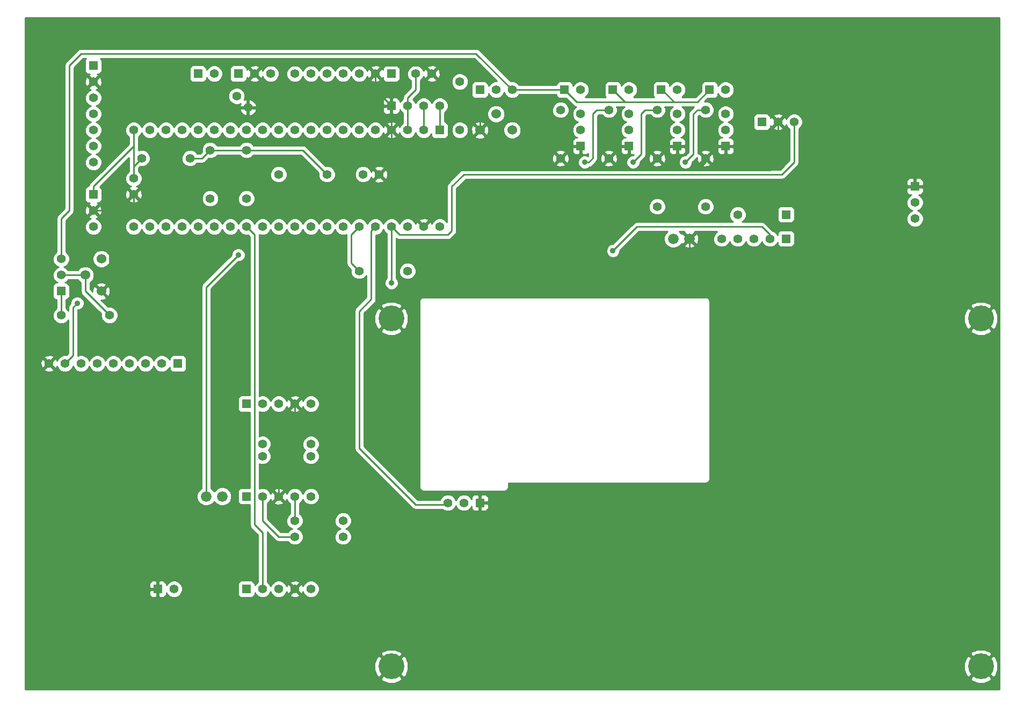
<source format=gtl>
G04 (created by PCBNEW (2013-07-07 BZR 4022)-stable) date 12/12/2015 1:25:57 PM*
%MOIN*%
G04 Gerber Fmt 3.4, Leading zero omitted, Abs format*
%FSLAX34Y34*%
G01*
G70*
G90*
G04 APERTURE LIST*
%ADD10C,0.00590551*%
%ADD11R,0.055X0.055*%
%ADD12C,0.055*%
%ADD13C,0.06*%
%ADD14C,0.066*%
%ADD15C,0.16*%
%ADD16C,0.035*%
%ADD17C,0.01*%
G04 APERTURE END LIST*
G54D10*
G54D11*
X32750Y-43000D03*
G54D12*
X31750Y-43000D03*
X30750Y-43000D03*
X29750Y-43000D03*
X28750Y-43000D03*
X27750Y-43000D03*
X26750Y-43000D03*
X25750Y-43000D03*
X24750Y-43000D03*
G54D11*
X46000Y-25000D03*
G54D12*
X45000Y-25000D03*
X44000Y-25000D03*
X43000Y-25000D03*
X42000Y-25000D03*
X41000Y-25000D03*
X40000Y-25000D03*
G54D11*
X27500Y-24500D03*
G54D12*
X27500Y-25500D03*
X27500Y-26500D03*
X27500Y-27500D03*
X27500Y-28500D03*
X27500Y-29500D03*
X27500Y-30500D03*
G54D11*
X37000Y-51250D03*
G54D12*
X38000Y-51250D03*
X39000Y-51250D03*
X40000Y-51250D03*
X41000Y-51250D03*
G54D11*
X37000Y-45500D03*
G54D12*
X38000Y-45500D03*
X39000Y-45500D03*
X40000Y-45500D03*
X41000Y-45500D03*
G54D11*
X37000Y-57000D03*
G54D12*
X38000Y-57000D03*
X39000Y-57000D03*
X40000Y-57000D03*
X41000Y-57000D03*
G54D11*
X70500Y-35250D03*
G54D12*
X69500Y-35250D03*
X68500Y-35250D03*
X67500Y-35250D03*
X66500Y-35250D03*
G54D11*
X46000Y-27000D03*
G54D12*
X47000Y-27000D03*
X48000Y-27000D03*
X49000Y-27000D03*
G54D11*
X51500Y-51650D03*
G54D12*
X50500Y-51650D03*
X49500Y-51650D03*
G54D11*
X57750Y-29500D03*
G54D12*
X57750Y-28500D03*
X57750Y-27500D03*
G54D11*
X60750Y-29500D03*
G54D12*
X60750Y-28500D03*
X60750Y-27500D03*
G54D11*
X78500Y-32000D03*
G54D12*
X78500Y-33000D03*
X78500Y-34000D03*
G54D11*
X63750Y-29500D03*
G54D12*
X63750Y-28500D03*
X63750Y-27500D03*
G54D11*
X66750Y-29500D03*
G54D12*
X66750Y-28500D03*
X66750Y-27500D03*
G54D11*
X25500Y-38500D03*
G54D12*
X25500Y-37500D03*
X25500Y-36500D03*
G54D11*
X27500Y-32500D03*
G54D12*
X27500Y-33500D03*
X27500Y-34500D03*
G54D11*
X51500Y-26000D03*
G54D12*
X52500Y-26000D03*
X53500Y-26000D03*
G54D11*
X69000Y-28000D03*
G54D12*
X70000Y-28000D03*
X71000Y-28000D03*
G54D11*
X36500Y-25000D03*
G54D12*
X37500Y-25000D03*
X38500Y-25000D03*
G54D11*
X62750Y-26000D03*
G54D12*
X63750Y-26000D03*
G54D11*
X65750Y-26000D03*
G54D12*
X66750Y-26000D03*
G54D11*
X59750Y-26000D03*
G54D12*
X60750Y-26000D03*
G54D11*
X56750Y-26000D03*
G54D12*
X57750Y-26000D03*
G54D11*
X34000Y-25000D03*
G54D12*
X35000Y-25000D03*
G54D11*
X31500Y-57000D03*
G54D12*
X32500Y-57000D03*
G54D13*
X28000Y-38500D03*
X27000Y-37500D03*
X28000Y-36500D03*
X51500Y-28500D03*
X52500Y-27500D03*
X53500Y-28500D03*
G54D12*
X62500Y-27250D03*
X62500Y-30250D03*
X59500Y-27250D03*
X59500Y-30250D03*
X65500Y-27250D03*
X65500Y-30250D03*
X56500Y-27250D03*
X56500Y-30250D03*
X34750Y-32750D03*
X34750Y-29750D03*
X40000Y-52750D03*
X43000Y-52750D03*
X38000Y-48000D03*
X41000Y-48000D03*
X38000Y-48750D03*
X41000Y-48750D03*
X37000Y-29750D03*
X37000Y-32750D03*
X65500Y-33250D03*
X62500Y-33250D03*
X40000Y-53750D03*
X43000Y-53750D03*
X47000Y-37250D03*
X44000Y-37250D03*
X50250Y-28500D03*
X50250Y-25500D03*
X33500Y-30250D03*
X30500Y-30250D03*
X25500Y-40000D03*
X28500Y-40000D03*
X42000Y-31250D03*
X39000Y-31250D03*
G54D14*
X34500Y-51250D03*
X35500Y-51250D03*
X63500Y-35250D03*
X64500Y-35250D03*
G54D11*
X49000Y-28500D03*
G54D12*
X48000Y-28500D03*
X47000Y-28500D03*
X46000Y-28500D03*
X45000Y-28500D03*
X44000Y-28500D03*
X43000Y-28500D03*
X42000Y-28500D03*
X41000Y-28500D03*
X40000Y-28500D03*
X39000Y-28500D03*
X38000Y-28500D03*
X37000Y-28500D03*
X36000Y-28500D03*
X35000Y-28500D03*
X34000Y-28500D03*
X33000Y-28500D03*
X32000Y-28500D03*
X31000Y-28500D03*
X30000Y-28500D03*
X30000Y-34500D03*
X31000Y-34500D03*
X32000Y-34500D03*
X33000Y-34500D03*
X34000Y-34500D03*
X35000Y-34500D03*
X36000Y-34500D03*
X37000Y-34500D03*
X38000Y-34500D03*
X39000Y-34500D03*
X40000Y-34500D03*
X41000Y-34500D03*
X42000Y-34500D03*
X43000Y-34500D03*
X44000Y-34500D03*
X45000Y-34500D03*
X46000Y-34500D03*
X47000Y-34500D03*
X48000Y-34500D03*
X49000Y-34500D03*
G54D11*
X70500Y-33750D03*
G54D12*
X67500Y-33750D03*
X36396Y-26396D03*
X37103Y-27103D03*
X30000Y-31500D03*
X30000Y-32500D03*
X45250Y-31250D03*
X44250Y-31250D03*
X47500Y-25000D03*
X48500Y-25000D03*
G54D15*
X82600Y-61800D03*
X46000Y-61800D03*
X46000Y-40200D03*
X82600Y-40200D03*
G54D16*
X36500Y-36250D03*
X59750Y-36000D03*
X64250Y-30500D03*
X61000Y-30500D03*
X58000Y-30500D03*
X46000Y-38000D03*
X26500Y-39250D03*
G54D17*
X25500Y-36500D02*
X25500Y-34000D01*
X51250Y-23750D02*
X53500Y-26000D01*
X26750Y-23750D02*
X51250Y-23750D01*
X26000Y-24500D02*
X26750Y-23750D01*
X26000Y-33500D02*
X26000Y-24500D01*
X25500Y-34000D02*
X26000Y-33500D01*
X56750Y-26000D02*
X54250Y-26000D01*
X54250Y-26000D02*
X53500Y-26000D01*
X62750Y-26000D02*
X62800Y-26000D01*
X62800Y-26000D02*
X63550Y-26750D01*
X59750Y-26000D02*
X60500Y-26750D01*
X56750Y-26000D02*
X57500Y-26750D01*
X65000Y-26750D02*
X65750Y-26000D01*
X63550Y-26750D02*
X65000Y-26750D01*
X57500Y-26750D02*
X60500Y-26750D01*
X60500Y-26750D02*
X63550Y-26750D01*
X34500Y-51250D02*
X34500Y-48750D01*
X69500Y-35000D02*
X69500Y-35250D01*
X36500Y-36250D02*
X34500Y-38250D01*
X34500Y-48750D02*
X34500Y-44500D01*
X61250Y-34500D02*
X59750Y-36000D01*
X69000Y-34500D02*
X61250Y-34500D01*
X69500Y-35000D02*
X69000Y-34500D01*
X34500Y-38250D02*
X34500Y-44500D01*
X48000Y-27000D02*
X48000Y-28500D01*
X49000Y-27000D02*
X49000Y-28500D01*
X65500Y-27250D02*
X65000Y-27250D01*
X64750Y-30000D02*
X64250Y-30500D01*
X64750Y-27500D02*
X64750Y-30000D01*
X65000Y-27250D02*
X64750Y-27500D01*
X62500Y-27250D02*
X61750Y-27250D01*
X61500Y-30000D02*
X61000Y-30500D01*
X61500Y-27500D02*
X61500Y-30000D01*
X61750Y-27250D02*
X61500Y-27500D01*
X49000Y-51750D02*
X49400Y-51750D01*
X44750Y-39000D02*
X44000Y-39750D01*
X44000Y-39750D02*
X44000Y-48250D01*
X44000Y-48250D02*
X45000Y-49250D01*
X45000Y-49250D02*
X47500Y-51750D01*
X47500Y-51750D02*
X49000Y-51750D01*
X44750Y-34750D02*
X44750Y-39000D01*
X45000Y-34500D02*
X44750Y-34750D01*
X49400Y-51750D02*
X49500Y-51650D01*
X38000Y-57000D02*
X38000Y-55250D01*
X38000Y-53500D02*
X38000Y-55250D01*
X37500Y-35000D02*
X37000Y-34500D01*
X37500Y-53000D02*
X37500Y-41250D01*
X38000Y-53500D02*
X37500Y-53000D01*
X37500Y-35000D02*
X37500Y-41250D01*
X59500Y-27250D02*
X58750Y-27250D01*
X58250Y-30500D02*
X58000Y-30500D01*
X58500Y-30250D02*
X58250Y-30500D01*
X58500Y-27500D02*
X58500Y-30250D01*
X58750Y-27250D02*
X58500Y-27500D01*
X30500Y-30250D02*
X30000Y-30750D01*
X30000Y-29500D02*
X30000Y-30750D01*
X30000Y-30750D02*
X30000Y-31500D01*
X27500Y-32500D02*
X27500Y-32000D01*
X30000Y-29500D02*
X30000Y-28500D01*
X27500Y-32000D02*
X30000Y-29500D01*
X47000Y-28500D02*
X47000Y-27000D01*
X47500Y-25000D02*
X47500Y-26000D01*
X47000Y-26500D02*
X47000Y-28500D01*
X47500Y-26000D02*
X47000Y-26500D01*
X27000Y-37500D02*
X27000Y-38500D01*
X27000Y-38500D02*
X28500Y-40000D01*
X25500Y-37500D02*
X27000Y-37500D01*
X38000Y-51250D02*
X38000Y-52750D01*
X39000Y-53750D02*
X40000Y-53750D01*
X38000Y-52750D02*
X39000Y-53750D01*
X40000Y-51250D02*
X40000Y-52750D01*
X25500Y-40000D02*
X25500Y-38500D01*
X44000Y-37250D02*
X43500Y-36750D01*
X43500Y-35000D02*
X44000Y-34500D01*
X43500Y-36750D02*
X43500Y-35000D01*
X46000Y-34500D02*
X46000Y-38000D01*
X46000Y-34500D02*
X46500Y-35000D01*
X71000Y-30500D02*
X71000Y-28000D01*
X70250Y-31250D02*
X71000Y-30500D01*
X50500Y-31250D02*
X70250Y-31250D01*
X49750Y-32000D02*
X50500Y-31250D01*
X49750Y-34750D02*
X49750Y-32000D01*
X49500Y-35000D02*
X49750Y-34750D01*
X46500Y-35000D02*
X49500Y-35000D01*
X37000Y-29750D02*
X40500Y-29750D01*
X40500Y-29750D02*
X42000Y-31250D01*
X34750Y-29750D02*
X37000Y-29750D01*
X33500Y-30250D02*
X34250Y-30250D01*
X34250Y-30250D02*
X34750Y-29750D01*
X26250Y-42500D02*
X25750Y-43000D01*
X26250Y-39500D02*
X26250Y-42500D01*
X26500Y-39250D02*
X26250Y-39500D01*
X66250Y-51250D02*
X65850Y-51650D01*
X66250Y-51250D02*
X66250Y-38000D01*
X66250Y-38000D02*
X64500Y-36250D01*
X64500Y-35250D02*
X64500Y-36250D01*
X65850Y-51650D02*
X51500Y-51650D01*
X40000Y-45500D02*
X40000Y-47250D01*
X40000Y-47250D02*
X40000Y-48750D01*
X40000Y-48750D02*
X39000Y-49750D01*
X39000Y-49750D02*
X39000Y-51250D01*
X46000Y-30000D02*
X46100Y-30000D01*
X47100Y-31000D02*
X65000Y-31000D01*
X46100Y-30000D02*
X47100Y-31000D01*
X65500Y-30250D02*
X65500Y-30500D01*
X65500Y-30500D02*
X65000Y-31000D01*
X70000Y-30500D02*
X70000Y-28000D01*
X69500Y-31000D02*
X70000Y-30500D01*
X65000Y-31000D02*
X69500Y-31000D01*
X30000Y-32500D02*
X30000Y-33000D01*
X30000Y-33000D02*
X29500Y-33500D01*
X37500Y-25000D02*
X37103Y-25396D01*
X37103Y-25396D02*
X37103Y-27103D01*
X46000Y-30500D02*
X45250Y-31250D01*
X37500Y-25000D02*
X38000Y-24500D01*
X44500Y-24500D02*
X45000Y-25000D01*
X38000Y-24500D02*
X44500Y-24500D01*
X29500Y-33500D02*
X29000Y-33500D01*
X28500Y-38000D02*
X28000Y-38500D01*
X28500Y-34000D02*
X28500Y-38000D01*
X29000Y-33500D02*
X28500Y-34000D01*
X46000Y-28500D02*
X46000Y-30000D01*
X46000Y-30000D02*
X46000Y-30500D01*
X46000Y-30500D02*
X46000Y-32100D01*
X46000Y-32100D02*
X46000Y-32500D01*
X46000Y-32500D02*
X47000Y-33500D01*
X27500Y-33500D02*
X29500Y-33500D01*
X29500Y-33500D02*
X47000Y-33500D01*
X47000Y-33500D02*
X48000Y-34500D01*
X51500Y-28500D02*
X51500Y-28000D01*
X51500Y-28000D02*
X48500Y-25000D01*
X48500Y-25000D02*
X48000Y-24500D01*
X48000Y-24500D02*
X45500Y-24500D01*
X45500Y-24500D02*
X45000Y-25000D01*
X46000Y-28500D02*
X46000Y-27000D01*
X46000Y-27000D02*
X45000Y-26000D01*
X45000Y-26000D02*
X45000Y-25000D01*
G54D10*
G36*
X83730Y-63230D02*
X83651Y-63230D01*
X83651Y-62001D01*
X83651Y-40401D01*
X83648Y-39983D01*
X83494Y-39611D01*
X83347Y-39523D01*
X83276Y-39594D01*
X83276Y-39452D01*
X83188Y-39305D01*
X82801Y-39148D01*
X82383Y-39151D01*
X82011Y-39305D01*
X81923Y-39452D01*
X82600Y-40129D01*
X83276Y-39452D01*
X83276Y-39594D01*
X82670Y-40200D01*
X83347Y-40876D01*
X83494Y-40788D01*
X83651Y-40401D01*
X83651Y-62001D01*
X83648Y-61583D01*
X83494Y-61211D01*
X83347Y-61123D01*
X83276Y-61194D01*
X83276Y-61052D01*
X83276Y-40947D01*
X82600Y-40270D01*
X82529Y-40341D01*
X82529Y-40200D01*
X81852Y-39523D01*
X81705Y-39611D01*
X81548Y-39998D01*
X81551Y-40416D01*
X81705Y-40788D01*
X81852Y-40876D01*
X82529Y-40200D01*
X82529Y-40341D01*
X81923Y-40947D01*
X82011Y-41094D01*
X82398Y-41251D01*
X82816Y-41248D01*
X83188Y-41094D01*
X83276Y-40947D01*
X83276Y-61052D01*
X83188Y-60905D01*
X82801Y-60748D01*
X82383Y-60751D01*
X82011Y-60905D01*
X81923Y-61052D01*
X82600Y-61729D01*
X83276Y-61052D01*
X83276Y-61194D01*
X82670Y-61800D01*
X83347Y-62476D01*
X83494Y-62388D01*
X83651Y-62001D01*
X83651Y-63230D01*
X83276Y-63230D01*
X83276Y-62547D01*
X82600Y-61870D01*
X82529Y-61941D01*
X82529Y-61800D01*
X81852Y-61123D01*
X81705Y-61211D01*
X81548Y-61598D01*
X81551Y-62016D01*
X81705Y-62388D01*
X81852Y-62476D01*
X82529Y-61800D01*
X82529Y-61941D01*
X81923Y-62547D01*
X82011Y-62694D01*
X82398Y-62851D01*
X82816Y-62848D01*
X83188Y-62694D01*
X83276Y-62547D01*
X83276Y-63230D01*
X79025Y-63230D01*
X79025Y-33896D01*
X78945Y-33703D01*
X78797Y-33555D01*
X78664Y-33499D01*
X78797Y-33445D01*
X78944Y-33297D01*
X79024Y-33104D01*
X79025Y-32896D01*
X78945Y-32703D01*
X78797Y-32555D01*
X78725Y-32525D01*
X78725Y-32525D01*
X78824Y-32524D01*
X78916Y-32486D01*
X78987Y-32416D01*
X79025Y-32324D01*
X79025Y-31675D01*
X78987Y-31583D01*
X78916Y-31513D01*
X78824Y-31475D01*
X78725Y-31474D01*
X78612Y-31475D01*
X78550Y-31537D01*
X78550Y-31950D01*
X78962Y-31950D01*
X79025Y-31887D01*
X79025Y-31675D01*
X79025Y-32324D01*
X79025Y-32112D01*
X78962Y-32050D01*
X78550Y-32050D01*
X78550Y-32057D01*
X78450Y-32057D01*
X78450Y-32050D01*
X78450Y-31950D01*
X78450Y-31537D01*
X78387Y-31475D01*
X78274Y-31474D01*
X78175Y-31475D01*
X78083Y-31513D01*
X78012Y-31583D01*
X77974Y-31675D01*
X77975Y-31887D01*
X78037Y-31950D01*
X78450Y-31950D01*
X78450Y-32050D01*
X78037Y-32050D01*
X77975Y-32112D01*
X77974Y-32324D01*
X78012Y-32416D01*
X78083Y-32486D01*
X78175Y-32524D01*
X78274Y-32525D01*
X78274Y-32525D01*
X78203Y-32554D01*
X78055Y-32702D01*
X77975Y-32895D01*
X77974Y-33103D01*
X78054Y-33297D01*
X78202Y-33444D01*
X78335Y-33500D01*
X78203Y-33554D01*
X78055Y-33702D01*
X77975Y-33895D01*
X77974Y-34103D01*
X78054Y-34297D01*
X78202Y-34444D01*
X78395Y-34524D01*
X78603Y-34525D01*
X78797Y-34445D01*
X78944Y-34297D01*
X79024Y-34104D01*
X79025Y-33896D01*
X79025Y-63230D01*
X71525Y-63230D01*
X71525Y-27896D01*
X71445Y-27703D01*
X71297Y-27555D01*
X71104Y-27475D01*
X70896Y-27474D01*
X70703Y-27554D01*
X70555Y-27702D01*
X70502Y-27828D01*
X70460Y-27727D01*
X70367Y-27702D01*
X70297Y-27773D01*
X70297Y-27632D01*
X70272Y-27539D01*
X70075Y-27470D01*
X69867Y-27481D01*
X69727Y-27539D01*
X69702Y-27632D01*
X70000Y-27929D01*
X70297Y-27632D01*
X70297Y-27773D01*
X70070Y-28000D01*
X70367Y-28297D01*
X70460Y-28272D01*
X70499Y-28162D01*
X70554Y-28297D01*
X70700Y-28442D01*
X70700Y-30375D01*
X70297Y-30778D01*
X70297Y-28367D01*
X70000Y-28070D01*
X69929Y-28141D01*
X69929Y-28000D01*
X69632Y-27702D01*
X69539Y-27727D01*
X69525Y-27768D01*
X69525Y-27675D01*
X69487Y-27583D01*
X69416Y-27513D01*
X69324Y-27475D01*
X69225Y-27474D01*
X68675Y-27474D01*
X68583Y-27512D01*
X68513Y-27583D01*
X68475Y-27675D01*
X68474Y-27774D01*
X68474Y-28324D01*
X68512Y-28416D01*
X68583Y-28486D01*
X68675Y-28524D01*
X68774Y-28525D01*
X69324Y-28525D01*
X69416Y-28487D01*
X69486Y-28416D01*
X69524Y-28324D01*
X69525Y-28237D01*
X69539Y-28272D01*
X69632Y-28297D01*
X69929Y-28000D01*
X69929Y-28141D01*
X69702Y-28367D01*
X69727Y-28460D01*
X69924Y-28529D01*
X70132Y-28518D01*
X70272Y-28460D01*
X70297Y-28367D01*
X70297Y-30778D01*
X70125Y-30950D01*
X67275Y-30950D01*
X67275Y-28396D01*
X67195Y-28203D01*
X67047Y-28055D01*
X66914Y-27999D01*
X67047Y-27945D01*
X67194Y-27797D01*
X67274Y-27604D01*
X67275Y-27396D01*
X67275Y-25896D01*
X67195Y-25703D01*
X67047Y-25555D01*
X66854Y-25475D01*
X66646Y-25474D01*
X66453Y-25554D01*
X66305Y-25702D01*
X66275Y-25774D01*
X66275Y-25675D01*
X66237Y-25583D01*
X66166Y-25513D01*
X66074Y-25475D01*
X65975Y-25474D01*
X65425Y-25474D01*
X65333Y-25512D01*
X65263Y-25583D01*
X65225Y-25675D01*
X65224Y-25774D01*
X65224Y-26100D01*
X64875Y-26450D01*
X64035Y-26450D01*
X64047Y-26445D01*
X64194Y-26297D01*
X64274Y-26104D01*
X64275Y-25896D01*
X64195Y-25703D01*
X64047Y-25555D01*
X63854Y-25475D01*
X63646Y-25474D01*
X63453Y-25554D01*
X63305Y-25702D01*
X63275Y-25774D01*
X63275Y-25675D01*
X63237Y-25583D01*
X63166Y-25513D01*
X63074Y-25475D01*
X62975Y-25474D01*
X62425Y-25474D01*
X62333Y-25512D01*
X62263Y-25583D01*
X62225Y-25675D01*
X62224Y-25774D01*
X62224Y-26324D01*
X62262Y-26416D01*
X62296Y-26450D01*
X61035Y-26450D01*
X61047Y-26445D01*
X61194Y-26297D01*
X61274Y-26104D01*
X61275Y-25896D01*
X61195Y-25703D01*
X61047Y-25555D01*
X60854Y-25475D01*
X60646Y-25474D01*
X60453Y-25554D01*
X60305Y-25702D01*
X60275Y-25774D01*
X60275Y-25675D01*
X60237Y-25583D01*
X60166Y-25513D01*
X60074Y-25475D01*
X59975Y-25474D01*
X59425Y-25474D01*
X59333Y-25512D01*
X59263Y-25583D01*
X59225Y-25675D01*
X59224Y-25774D01*
X59224Y-26324D01*
X59262Y-26416D01*
X59296Y-26450D01*
X58035Y-26450D01*
X58047Y-26445D01*
X58194Y-26297D01*
X58274Y-26104D01*
X58275Y-25896D01*
X58195Y-25703D01*
X58047Y-25555D01*
X57854Y-25475D01*
X57646Y-25474D01*
X57453Y-25554D01*
X57305Y-25702D01*
X57275Y-25774D01*
X57275Y-25675D01*
X57237Y-25583D01*
X57166Y-25513D01*
X57074Y-25475D01*
X56975Y-25474D01*
X56425Y-25474D01*
X56333Y-25512D01*
X56263Y-25583D01*
X56225Y-25675D01*
X56225Y-25700D01*
X54250Y-25700D01*
X53942Y-25700D01*
X53797Y-25555D01*
X53604Y-25475D01*
X53399Y-25474D01*
X51462Y-23537D01*
X51364Y-23472D01*
X51250Y-23450D01*
X26750Y-23450D01*
X26635Y-23472D01*
X26537Y-23537D01*
X25787Y-24287D01*
X25722Y-24385D01*
X25700Y-24500D01*
X25700Y-33375D01*
X25287Y-33787D01*
X25222Y-33885D01*
X25200Y-34000D01*
X25200Y-36057D01*
X25055Y-36202D01*
X24975Y-36395D01*
X24974Y-36603D01*
X25054Y-36797D01*
X25202Y-36944D01*
X25335Y-37000D01*
X25203Y-37054D01*
X25055Y-37202D01*
X24975Y-37395D01*
X24974Y-37603D01*
X25054Y-37797D01*
X25202Y-37944D01*
X25274Y-37974D01*
X25175Y-37974D01*
X25083Y-38012D01*
X25013Y-38083D01*
X24975Y-38175D01*
X24974Y-38274D01*
X24974Y-38824D01*
X25012Y-38916D01*
X25083Y-38986D01*
X25175Y-39024D01*
X25200Y-39024D01*
X25200Y-39557D01*
X25055Y-39702D01*
X24975Y-39895D01*
X24974Y-40103D01*
X25054Y-40297D01*
X25202Y-40444D01*
X25395Y-40524D01*
X25603Y-40525D01*
X25797Y-40445D01*
X25944Y-40297D01*
X25950Y-40285D01*
X25950Y-42375D01*
X25850Y-42475D01*
X25646Y-42474D01*
X25453Y-42554D01*
X25305Y-42702D01*
X25252Y-42828D01*
X25210Y-42727D01*
X25117Y-42702D01*
X25047Y-42773D01*
X25047Y-42632D01*
X25022Y-42539D01*
X24825Y-42470D01*
X24617Y-42481D01*
X24477Y-42539D01*
X24452Y-42632D01*
X24750Y-42929D01*
X25047Y-42632D01*
X25047Y-42773D01*
X24820Y-43000D01*
X25117Y-43297D01*
X25210Y-43272D01*
X25249Y-43162D01*
X25304Y-43297D01*
X25452Y-43444D01*
X25645Y-43524D01*
X25853Y-43525D01*
X26047Y-43445D01*
X26194Y-43297D01*
X26250Y-43164D01*
X26304Y-43297D01*
X26452Y-43444D01*
X26645Y-43524D01*
X26853Y-43525D01*
X27047Y-43445D01*
X27194Y-43297D01*
X27250Y-43164D01*
X27304Y-43297D01*
X27452Y-43444D01*
X27645Y-43524D01*
X27853Y-43525D01*
X28047Y-43445D01*
X28194Y-43297D01*
X28250Y-43164D01*
X28304Y-43297D01*
X28452Y-43444D01*
X28645Y-43524D01*
X28853Y-43525D01*
X29047Y-43445D01*
X29194Y-43297D01*
X29250Y-43164D01*
X29304Y-43297D01*
X29452Y-43444D01*
X29645Y-43524D01*
X29853Y-43525D01*
X30047Y-43445D01*
X30194Y-43297D01*
X30250Y-43164D01*
X30304Y-43297D01*
X30452Y-43444D01*
X30645Y-43524D01*
X30853Y-43525D01*
X31047Y-43445D01*
X31194Y-43297D01*
X31250Y-43164D01*
X31304Y-43297D01*
X31452Y-43444D01*
X31645Y-43524D01*
X31853Y-43525D01*
X32047Y-43445D01*
X32194Y-43297D01*
X32224Y-43225D01*
X32224Y-43324D01*
X32262Y-43416D01*
X32333Y-43486D01*
X32425Y-43524D01*
X32524Y-43525D01*
X33074Y-43525D01*
X33166Y-43487D01*
X33236Y-43416D01*
X33274Y-43324D01*
X33275Y-43225D01*
X33275Y-42675D01*
X33237Y-42583D01*
X33166Y-42513D01*
X33074Y-42475D01*
X32975Y-42474D01*
X32425Y-42474D01*
X32333Y-42512D01*
X32263Y-42583D01*
X32225Y-42675D01*
X32224Y-42774D01*
X32224Y-42774D01*
X32195Y-42703D01*
X32047Y-42555D01*
X31854Y-42475D01*
X31646Y-42474D01*
X31453Y-42554D01*
X31305Y-42702D01*
X31249Y-42835D01*
X31195Y-42703D01*
X31047Y-42555D01*
X30854Y-42475D01*
X30646Y-42474D01*
X30453Y-42554D01*
X30305Y-42702D01*
X30249Y-42835D01*
X30195Y-42703D01*
X30047Y-42555D01*
X29854Y-42475D01*
X29646Y-42474D01*
X29453Y-42554D01*
X29305Y-42702D01*
X29249Y-42835D01*
X29195Y-42703D01*
X29047Y-42555D01*
X28854Y-42475D01*
X28646Y-42474D01*
X28453Y-42554D01*
X28305Y-42702D01*
X28249Y-42835D01*
X28195Y-42703D01*
X28047Y-42555D01*
X27854Y-42475D01*
X27646Y-42474D01*
X27453Y-42554D01*
X27305Y-42702D01*
X27249Y-42835D01*
X27195Y-42703D01*
X27047Y-42555D01*
X26854Y-42475D01*
X26646Y-42474D01*
X26546Y-42515D01*
X26549Y-42500D01*
X26550Y-42500D01*
X26550Y-39675D01*
X26584Y-39675D01*
X26740Y-39610D01*
X26860Y-39491D01*
X26924Y-39334D01*
X26925Y-39165D01*
X26860Y-39009D01*
X26741Y-38889D01*
X26584Y-38825D01*
X26415Y-38824D01*
X26259Y-38889D01*
X26139Y-39008D01*
X26075Y-39165D01*
X26074Y-39250D01*
X26037Y-39287D01*
X25972Y-39385D01*
X25950Y-39500D01*
X25950Y-39714D01*
X25945Y-39703D01*
X25800Y-39557D01*
X25800Y-39025D01*
X25824Y-39025D01*
X25916Y-38987D01*
X25986Y-38916D01*
X26024Y-38824D01*
X26025Y-38725D01*
X26025Y-38175D01*
X25987Y-38083D01*
X25916Y-38013D01*
X25824Y-37975D01*
X25725Y-37974D01*
X25725Y-37974D01*
X25797Y-37945D01*
X25942Y-37800D01*
X26528Y-37800D01*
X26533Y-37811D01*
X26688Y-37965D01*
X26700Y-37970D01*
X26700Y-38500D01*
X26722Y-38614D01*
X26787Y-38712D01*
X27975Y-39899D01*
X27974Y-40103D01*
X28054Y-40297D01*
X28202Y-40444D01*
X28395Y-40524D01*
X28603Y-40525D01*
X28797Y-40445D01*
X28944Y-40297D01*
X29024Y-40104D01*
X29025Y-39896D01*
X28945Y-39703D01*
X28797Y-39555D01*
X28604Y-39475D01*
X28554Y-39475D01*
X28554Y-38581D01*
X28550Y-38488D01*
X28550Y-36391D01*
X28466Y-36188D01*
X28311Y-36034D01*
X28109Y-35950D01*
X28029Y-35950D01*
X28029Y-33575D01*
X28018Y-33367D01*
X27960Y-33227D01*
X27867Y-33202D01*
X27570Y-33500D01*
X27867Y-33797D01*
X27960Y-33772D01*
X28029Y-33575D01*
X28029Y-35950D01*
X28025Y-35950D01*
X28025Y-34396D01*
X27945Y-34203D01*
X27797Y-34055D01*
X27671Y-34002D01*
X27772Y-33960D01*
X27797Y-33867D01*
X27500Y-33570D01*
X27429Y-33641D01*
X27429Y-33500D01*
X27132Y-33202D01*
X27039Y-33227D01*
X26970Y-33424D01*
X26981Y-33632D01*
X27039Y-33772D01*
X27132Y-33797D01*
X27429Y-33500D01*
X27429Y-33641D01*
X27202Y-33867D01*
X27227Y-33960D01*
X27337Y-33999D01*
X27203Y-34054D01*
X27055Y-34202D01*
X26975Y-34395D01*
X26974Y-34603D01*
X27054Y-34797D01*
X27202Y-34944D01*
X27395Y-35024D01*
X27603Y-35025D01*
X27797Y-34945D01*
X27944Y-34797D01*
X28024Y-34604D01*
X28025Y-34396D01*
X28025Y-35950D01*
X27891Y-35949D01*
X27688Y-36033D01*
X27534Y-36188D01*
X27450Y-36390D01*
X27449Y-36608D01*
X27533Y-36811D01*
X27688Y-36965D01*
X27890Y-37049D01*
X28108Y-37050D01*
X28311Y-36966D01*
X28465Y-36811D01*
X28549Y-36609D01*
X28550Y-36391D01*
X28550Y-38488D01*
X28543Y-38363D01*
X28481Y-38212D01*
X28385Y-38184D01*
X28315Y-38255D01*
X28315Y-38114D01*
X28287Y-38018D01*
X28081Y-37945D01*
X27863Y-37956D01*
X27712Y-38018D01*
X27684Y-38114D01*
X28000Y-38429D01*
X28315Y-38114D01*
X28315Y-38255D01*
X28070Y-38500D01*
X28385Y-38815D01*
X28481Y-38787D01*
X28554Y-38581D01*
X28554Y-39475D01*
X28399Y-39474D01*
X27976Y-39051D01*
X28136Y-39043D01*
X28287Y-38981D01*
X28315Y-38885D01*
X28000Y-38570D01*
X27994Y-38576D01*
X27923Y-38505D01*
X27929Y-38500D01*
X27614Y-38184D01*
X27518Y-38212D01*
X27445Y-38418D01*
X27450Y-38526D01*
X27300Y-38375D01*
X27300Y-37971D01*
X27311Y-37966D01*
X27465Y-37811D01*
X27549Y-37609D01*
X27550Y-37391D01*
X27466Y-37188D01*
X27311Y-37034D01*
X27109Y-36950D01*
X26891Y-36949D01*
X26688Y-37033D01*
X26534Y-37188D01*
X26529Y-37200D01*
X25942Y-37200D01*
X25797Y-37055D01*
X25664Y-36999D01*
X25797Y-36945D01*
X25944Y-36797D01*
X26024Y-36604D01*
X26025Y-36396D01*
X25945Y-36203D01*
X25800Y-36057D01*
X25800Y-34124D01*
X26212Y-33712D01*
X26212Y-33712D01*
X26277Y-33614D01*
X26299Y-33500D01*
X26300Y-33500D01*
X26300Y-24624D01*
X26874Y-24050D01*
X27046Y-24050D01*
X27013Y-24083D01*
X26975Y-24175D01*
X26974Y-24274D01*
X26974Y-24824D01*
X27012Y-24916D01*
X27083Y-24986D01*
X27175Y-25024D01*
X27262Y-25025D01*
X27227Y-25039D01*
X27202Y-25132D01*
X27500Y-25429D01*
X27797Y-25132D01*
X27772Y-25039D01*
X27731Y-25025D01*
X27824Y-25025D01*
X27916Y-24987D01*
X27986Y-24916D01*
X28024Y-24824D01*
X28025Y-24725D01*
X28025Y-24175D01*
X27987Y-24083D01*
X27953Y-24050D01*
X51125Y-24050D01*
X52550Y-25475D01*
X52396Y-25474D01*
X52203Y-25554D01*
X52055Y-25702D01*
X52025Y-25774D01*
X52025Y-25675D01*
X51987Y-25583D01*
X51916Y-25513D01*
X51824Y-25475D01*
X51725Y-25474D01*
X51175Y-25474D01*
X51083Y-25512D01*
X51013Y-25583D01*
X50975Y-25675D01*
X50974Y-25774D01*
X50974Y-26324D01*
X51012Y-26416D01*
X51083Y-26486D01*
X51175Y-26524D01*
X51274Y-26525D01*
X51824Y-26525D01*
X51916Y-26487D01*
X51986Y-26416D01*
X52024Y-26324D01*
X52025Y-26225D01*
X52025Y-26225D01*
X52054Y-26297D01*
X52202Y-26444D01*
X52395Y-26524D01*
X52603Y-26525D01*
X52797Y-26445D01*
X52944Y-26297D01*
X53000Y-26164D01*
X53054Y-26297D01*
X53202Y-26444D01*
X53395Y-26524D01*
X53603Y-26525D01*
X53797Y-26445D01*
X53942Y-26300D01*
X54250Y-26300D01*
X56224Y-26300D01*
X56224Y-26324D01*
X56262Y-26416D01*
X56333Y-26486D01*
X56425Y-26524D01*
X56524Y-26525D01*
X56850Y-26525D01*
X57287Y-26962D01*
X57287Y-26962D01*
X57385Y-27027D01*
X57475Y-27045D01*
X57453Y-27054D01*
X57305Y-27202D01*
X57225Y-27395D01*
X57224Y-27603D01*
X57304Y-27797D01*
X57452Y-27944D01*
X57585Y-28000D01*
X57453Y-28054D01*
X57305Y-28202D01*
X57225Y-28395D01*
X57224Y-28603D01*
X57304Y-28797D01*
X57452Y-28944D01*
X57524Y-28974D01*
X57524Y-28974D01*
X57425Y-28975D01*
X57333Y-29013D01*
X57262Y-29083D01*
X57224Y-29175D01*
X57225Y-29387D01*
X57287Y-29450D01*
X57700Y-29450D01*
X57700Y-29442D01*
X57800Y-29442D01*
X57800Y-29450D01*
X57807Y-29450D01*
X57807Y-29550D01*
X57800Y-29550D01*
X57800Y-29962D01*
X57862Y-30025D01*
X57975Y-30025D01*
X58074Y-30024D01*
X58166Y-29986D01*
X58200Y-29953D01*
X58200Y-30122D01*
X58084Y-30075D01*
X57915Y-30074D01*
X57759Y-30139D01*
X57700Y-30198D01*
X57700Y-29962D01*
X57700Y-29550D01*
X57287Y-29550D01*
X57225Y-29612D01*
X57224Y-29824D01*
X57262Y-29916D01*
X57333Y-29986D01*
X57425Y-30024D01*
X57524Y-30025D01*
X57637Y-30025D01*
X57700Y-29962D01*
X57700Y-30198D01*
X57639Y-30258D01*
X57575Y-30415D01*
X57574Y-30584D01*
X57639Y-30740D01*
X57758Y-30860D01*
X57915Y-30924D01*
X58084Y-30925D01*
X58240Y-30860D01*
X58313Y-30787D01*
X58364Y-30777D01*
X58364Y-30777D01*
X58462Y-30712D01*
X58712Y-30462D01*
X58712Y-30462D01*
X58777Y-30364D01*
X58799Y-30250D01*
X58800Y-30250D01*
X58800Y-27624D01*
X58874Y-27550D01*
X59057Y-27550D01*
X59202Y-27694D01*
X59395Y-27774D01*
X59603Y-27775D01*
X59797Y-27695D01*
X59944Y-27547D01*
X60024Y-27354D01*
X60025Y-27146D01*
X59985Y-27050D01*
X60464Y-27050D01*
X60453Y-27054D01*
X60305Y-27202D01*
X60225Y-27395D01*
X60224Y-27603D01*
X60304Y-27797D01*
X60452Y-27944D01*
X60585Y-28000D01*
X60453Y-28054D01*
X60305Y-28202D01*
X60225Y-28395D01*
X60224Y-28603D01*
X60304Y-28797D01*
X60452Y-28944D01*
X60524Y-28974D01*
X60524Y-28974D01*
X60425Y-28975D01*
X60333Y-29013D01*
X60262Y-29083D01*
X60224Y-29175D01*
X60225Y-29387D01*
X60287Y-29450D01*
X60700Y-29450D01*
X60700Y-29442D01*
X60800Y-29442D01*
X60800Y-29450D01*
X60807Y-29450D01*
X60807Y-29550D01*
X60800Y-29550D01*
X60800Y-29962D01*
X60862Y-30025D01*
X60975Y-30025D01*
X61050Y-30024D01*
X61000Y-30075D01*
X60915Y-30074D01*
X60759Y-30139D01*
X60700Y-30198D01*
X60700Y-29962D01*
X60700Y-29550D01*
X60287Y-29550D01*
X60225Y-29612D01*
X60224Y-29824D01*
X60262Y-29916D01*
X60333Y-29986D01*
X60425Y-30024D01*
X60524Y-30025D01*
X60637Y-30025D01*
X60700Y-29962D01*
X60700Y-30198D01*
X60639Y-30258D01*
X60575Y-30415D01*
X60574Y-30584D01*
X60639Y-30740D01*
X60758Y-30860D01*
X60915Y-30924D01*
X61084Y-30925D01*
X61240Y-30860D01*
X61360Y-30741D01*
X61424Y-30584D01*
X61425Y-30499D01*
X61712Y-30212D01*
X61712Y-30212D01*
X61777Y-30114D01*
X61799Y-30000D01*
X61800Y-30000D01*
X61800Y-27624D01*
X61874Y-27550D01*
X62057Y-27550D01*
X62202Y-27694D01*
X62395Y-27774D01*
X62603Y-27775D01*
X62797Y-27695D01*
X62944Y-27547D01*
X63024Y-27354D01*
X63025Y-27146D01*
X62985Y-27050D01*
X63464Y-27050D01*
X63453Y-27054D01*
X63305Y-27202D01*
X63225Y-27395D01*
X63224Y-27603D01*
X63304Y-27797D01*
X63452Y-27944D01*
X63585Y-28000D01*
X63453Y-28054D01*
X63305Y-28202D01*
X63225Y-28395D01*
X63224Y-28603D01*
X63304Y-28797D01*
X63452Y-28944D01*
X63524Y-28974D01*
X63524Y-28974D01*
X63425Y-28975D01*
X63333Y-29013D01*
X63262Y-29083D01*
X63224Y-29175D01*
X63225Y-29387D01*
X63287Y-29450D01*
X63700Y-29450D01*
X63700Y-29442D01*
X63800Y-29442D01*
X63800Y-29450D01*
X64212Y-29450D01*
X64275Y-29387D01*
X64275Y-29175D01*
X64237Y-29083D01*
X64166Y-29013D01*
X64074Y-28975D01*
X63975Y-28974D01*
X63975Y-28974D01*
X64047Y-28945D01*
X64194Y-28797D01*
X64274Y-28604D01*
X64275Y-28396D01*
X64195Y-28203D01*
X64047Y-28055D01*
X63914Y-27999D01*
X64047Y-27945D01*
X64194Y-27797D01*
X64274Y-27604D01*
X64275Y-27396D01*
X64195Y-27203D01*
X64047Y-27055D01*
X64035Y-27050D01*
X64775Y-27050D01*
X64537Y-27287D01*
X64472Y-27385D01*
X64450Y-27500D01*
X64450Y-29875D01*
X64275Y-30050D01*
X64275Y-29824D01*
X64275Y-29612D01*
X64212Y-29550D01*
X63800Y-29550D01*
X63800Y-29962D01*
X63862Y-30025D01*
X63975Y-30025D01*
X64074Y-30024D01*
X64166Y-29986D01*
X64237Y-29916D01*
X64275Y-29824D01*
X64275Y-30050D01*
X64250Y-30075D01*
X64165Y-30074D01*
X64009Y-30139D01*
X63889Y-30258D01*
X63825Y-30415D01*
X63824Y-30584D01*
X63889Y-30740D01*
X64008Y-30860D01*
X64165Y-30924D01*
X64334Y-30925D01*
X64490Y-30860D01*
X64610Y-30741D01*
X64674Y-30584D01*
X64675Y-30499D01*
X64962Y-30212D01*
X64962Y-30212D01*
X64971Y-30198D01*
X64981Y-30382D01*
X65039Y-30522D01*
X65132Y-30547D01*
X65429Y-30250D01*
X65132Y-29952D01*
X65050Y-29974D01*
X65050Y-27624D01*
X65090Y-27583D01*
X65202Y-27694D01*
X65395Y-27774D01*
X65603Y-27775D01*
X65797Y-27695D01*
X65944Y-27547D01*
X66024Y-27354D01*
X66025Y-27146D01*
X65945Y-26953D01*
X65797Y-26805D01*
X65604Y-26725D01*
X65449Y-26724D01*
X65649Y-26525D01*
X66074Y-26525D01*
X66166Y-26487D01*
X66236Y-26416D01*
X66274Y-26324D01*
X66275Y-26225D01*
X66275Y-26225D01*
X66304Y-26297D01*
X66452Y-26444D01*
X66645Y-26524D01*
X66853Y-26525D01*
X67047Y-26445D01*
X67194Y-26297D01*
X67274Y-26104D01*
X67275Y-25896D01*
X67275Y-27396D01*
X67195Y-27203D01*
X67047Y-27055D01*
X66854Y-26975D01*
X66646Y-26974D01*
X66453Y-27054D01*
X66305Y-27202D01*
X66225Y-27395D01*
X66224Y-27603D01*
X66304Y-27797D01*
X66452Y-27944D01*
X66585Y-28000D01*
X66453Y-28054D01*
X66305Y-28202D01*
X66225Y-28395D01*
X66224Y-28603D01*
X66304Y-28797D01*
X66452Y-28944D01*
X66524Y-28974D01*
X66524Y-28974D01*
X66425Y-28975D01*
X66333Y-29013D01*
X66262Y-29083D01*
X66224Y-29175D01*
X66225Y-29387D01*
X66287Y-29450D01*
X66700Y-29450D01*
X66700Y-29442D01*
X66800Y-29442D01*
X66800Y-29450D01*
X67212Y-29450D01*
X67275Y-29387D01*
X67275Y-29175D01*
X67237Y-29083D01*
X67166Y-29013D01*
X67074Y-28975D01*
X66975Y-28974D01*
X66975Y-28974D01*
X67047Y-28945D01*
X67194Y-28797D01*
X67274Y-28604D01*
X67275Y-28396D01*
X67275Y-30950D01*
X67275Y-30950D01*
X67275Y-29824D01*
X67275Y-29612D01*
X67212Y-29550D01*
X66800Y-29550D01*
X66800Y-29962D01*
X66862Y-30025D01*
X66975Y-30025D01*
X67074Y-30024D01*
X67166Y-29986D01*
X67237Y-29916D01*
X67275Y-29824D01*
X67275Y-30950D01*
X66700Y-30950D01*
X66700Y-29962D01*
X66700Y-29550D01*
X66287Y-29550D01*
X66225Y-29612D01*
X66224Y-29824D01*
X66262Y-29916D01*
X66333Y-29986D01*
X66425Y-30024D01*
X66524Y-30025D01*
X66637Y-30025D01*
X66700Y-29962D01*
X66700Y-30950D01*
X66029Y-30950D01*
X66029Y-30325D01*
X66018Y-30117D01*
X65960Y-29977D01*
X65867Y-29952D01*
X65797Y-30023D01*
X65797Y-29882D01*
X65772Y-29789D01*
X65575Y-29720D01*
X65367Y-29731D01*
X65227Y-29789D01*
X65202Y-29882D01*
X65500Y-30179D01*
X65797Y-29882D01*
X65797Y-30023D01*
X65570Y-30250D01*
X65867Y-30547D01*
X65960Y-30522D01*
X66029Y-30325D01*
X66029Y-30950D01*
X65797Y-30950D01*
X65797Y-30617D01*
X65500Y-30320D01*
X65202Y-30617D01*
X65227Y-30710D01*
X65424Y-30779D01*
X65632Y-30768D01*
X65772Y-30710D01*
X65797Y-30617D01*
X65797Y-30950D01*
X63700Y-30950D01*
X63700Y-29962D01*
X63700Y-29550D01*
X63287Y-29550D01*
X63225Y-29612D01*
X63224Y-29824D01*
X63262Y-29916D01*
X63333Y-29986D01*
X63425Y-30024D01*
X63524Y-30025D01*
X63637Y-30025D01*
X63700Y-29962D01*
X63700Y-30950D01*
X63029Y-30950D01*
X63029Y-30325D01*
X63018Y-30117D01*
X62960Y-29977D01*
X62867Y-29952D01*
X62797Y-30023D01*
X62797Y-29882D01*
X62772Y-29789D01*
X62575Y-29720D01*
X62367Y-29731D01*
X62227Y-29789D01*
X62202Y-29882D01*
X62500Y-30179D01*
X62797Y-29882D01*
X62797Y-30023D01*
X62570Y-30250D01*
X62867Y-30547D01*
X62960Y-30522D01*
X63029Y-30325D01*
X63029Y-30950D01*
X62797Y-30950D01*
X62797Y-30617D01*
X62500Y-30320D01*
X62429Y-30391D01*
X62429Y-30250D01*
X62132Y-29952D01*
X62039Y-29977D01*
X61970Y-30174D01*
X61981Y-30382D01*
X62039Y-30522D01*
X62132Y-30547D01*
X62429Y-30250D01*
X62429Y-30391D01*
X62202Y-30617D01*
X62227Y-30710D01*
X62424Y-30779D01*
X62632Y-30768D01*
X62772Y-30710D01*
X62797Y-30617D01*
X62797Y-30950D01*
X60029Y-30950D01*
X60029Y-30325D01*
X60018Y-30117D01*
X59960Y-29977D01*
X59867Y-29952D01*
X59797Y-30023D01*
X59797Y-29882D01*
X59772Y-29789D01*
X59575Y-29720D01*
X59367Y-29731D01*
X59227Y-29789D01*
X59202Y-29882D01*
X59500Y-30179D01*
X59797Y-29882D01*
X59797Y-30023D01*
X59570Y-30250D01*
X59867Y-30547D01*
X59960Y-30522D01*
X60029Y-30325D01*
X60029Y-30950D01*
X59797Y-30950D01*
X59797Y-30617D01*
X59500Y-30320D01*
X59429Y-30391D01*
X59429Y-30250D01*
X59132Y-29952D01*
X59039Y-29977D01*
X58970Y-30174D01*
X58981Y-30382D01*
X59039Y-30522D01*
X59132Y-30547D01*
X59429Y-30250D01*
X59429Y-30391D01*
X59202Y-30617D01*
X59227Y-30710D01*
X59424Y-30779D01*
X59632Y-30768D01*
X59772Y-30710D01*
X59797Y-30617D01*
X59797Y-30950D01*
X57029Y-30950D01*
X57029Y-30325D01*
X57025Y-30237D01*
X57025Y-27146D01*
X56945Y-26953D01*
X56797Y-26805D01*
X56604Y-26725D01*
X56396Y-26724D01*
X56203Y-26804D01*
X56055Y-26952D01*
X55975Y-27145D01*
X55974Y-27353D01*
X56054Y-27547D01*
X56202Y-27694D01*
X56395Y-27774D01*
X56603Y-27775D01*
X56797Y-27695D01*
X56944Y-27547D01*
X57024Y-27354D01*
X57025Y-27146D01*
X57025Y-30237D01*
X57018Y-30117D01*
X56960Y-29977D01*
X56867Y-29952D01*
X56797Y-30023D01*
X56797Y-29882D01*
X56772Y-29789D01*
X56575Y-29720D01*
X56367Y-29731D01*
X56227Y-29789D01*
X56202Y-29882D01*
X56500Y-30179D01*
X56797Y-29882D01*
X56797Y-30023D01*
X56570Y-30250D01*
X56867Y-30547D01*
X56960Y-30522D01*
X57029Y-30325D01*
X57029Y-30950D01*
X56797Y-30950D01*
X56797Y-30617D01*
X56500Y-30320D01*
X56429Y-30391D01*
X56429Y-30250D01*
X56132Y-29952D01*
X56039Y-29977D01*
X55970Y-30174D01*
X55981Y-30382D01*
X56039Y-30522D01*
X56132Y-30547D01*
X56429Y-30250D01*
X56429Y-30391D01*
X56202Y-30617D01*
X56227Y-30710D01*
X56424Y-30779D01*
X56632Y-30768D01*
X56772Y-30710D01*
X56797Y-30617D01*
X56797Y-30950D01*
X54050Y-30950D01*
X54050Y-28391D01*
X53966Y-28188D01*
X53811Y-28034D01*
X53609Y-27950D01*
X53391Y-27949D01*
X53188Y-28033D01*
X53050Y-28171D01*
X53050Y-27391D01*
X52966Y-27188D01*
X52811Y-27034D01*
X52609Y-26950D01*
X52391Y-26949D01*
X52188Y-27033D01*
X52034Y-27188D01*
X51950Y-27390D01*
X51949Y-27608D01*
X52033Y-27811D01*
X52188Y-27965D01*
X52390Y-28049D01*
X52608Y-28050D01*
X52811Y-27966D01*
X52965Y-27811D01*
X53049Y-27609D01*
X53050Y-27391D01*
X53050Y-28171D01*
X53034Y-28188D01*
X52950Y-28390D01*
X52949Y-28608D01*
X53033Y-28811D01*
X53188Y-28965D01*
X53390Y-29049D01*
X53608Y-29050D01*
X53811Y-28966D01*
X53965Y-28811D01*
X54049Y-28609D01*
X54050Y-28391D01*
X54050Y-30950D01*
X52054Y-30950D01*
X52054Y-28581D01*
X52043Y-28363D01*
X51981Y-28212D01*
X51885Y-28184D01*
X51815Y-28255D01*
X51815Y-28114D01*
X51787Y-28018D01*
X51581Y-27945D01*
X51363Y-27956D01*
X51212Y-28018D01*
X51184Y-28114D01*
X51500Y-28429D01*
X51815Y-28114D01*
X51815Y-28255D01*
X51570Y-28500D01*
X51885Y-28815D01*
X51981Y-28787D01*
X52054Y-28581D01*
X52054Y-30950D01*
X51815Y-30950D01*
X51815Y-28885D01*
X51500Y-28570D01*
X51429Y-28641D01*
X51429Y-28500D01*
X51114Y-28184D01*
X51018Y-28212D01*
X50945Y-28418D01*
X50956Y-28636D01*
X51018Y-28787D01*
X51114Y-28815D01*
X51429Y-28500D01*
X51429Y-28641D01*
X51184Y-28885D01*
X51212Y-28981D01*
X51418Y-29054D01*
X51636Y-29043D01*
X51787Y-28981D01*
X51815Y-28885D01*
X51815Y-30950D01*
X50775Y-30950D01*
X50775Y-28396D01*
X50775Y-25396D01*
X50695Y-25203D01*
X50547Y-25055D01*
X50354Y-24975D01*
X50146Y-24974D01*
X49953Y-25054D01*
X49805Y-25202D01*
X49725Y-25395D01*
X49724Y-25603D01*
X49804Y-25797D01*
X49952Y-25944D01*
X50145Y-26024D01*
X50353Y-26025D01*
X50547Y-25945D01*
X50694Y-25797D01*
X50774Y-25604D01*
X50775Y-25396D01*
X50775Y-28396D01*
X50695Y-28203D01*
X50547Y-28055D01*
X50354Y-27975D01*
X50146Y-27974D01*
X49953Y-28054D01*
X49805Y-28202D01*
X49725Y-28395D01*
X49724Y-28603D01*
X49804Y-28797D01*
X49952Y-28944D01*
X50145Y-29024D01*
X50353Y-29025D01*
X50547Y-28945D01*
X50694Y-28797D01*
X50774Y-28604D01*
X50775Y-28396D01*
X50775Y-30950D01*
X50500Y-30950D01*
X50385Y-30972D01*
X50287Y-31037D01*
X49537Y-31787D01*
X49525Y-31806D01*
X49525Y-26896D01*
X49445Y-26703D01*
X49297Y-26555D01*
X49104Y-26475D01*
X49029Y-26475D01*
X49029Y-25075D01*
X49018Y-24867D01*
X48960Y-24727D01*
X48867Y-24702D01*
X48797Y-24773D01*
X48797Y-24632D01*
X48772Y-24539D01*
X48575Y-24470D01*
X48367Y-24481D01*
X48227Y-24539D01*
X48202Y-24632D01*
X48500Y-24929D01*
X48797Y-24632D01*
X48797Y-24773D01*
X48570Y-25000D01*
X48867Y-25297D01*
X48960Y-25272D01*
X49029Y-25075D01*
X49029Y-26475D01*
X48896Y-26474D01*
X48797Y-26515D01*
X48797Y-25367D01*
X48500Y-25070D01*
X48202Y-25367D01*
X48227Y-25460D01*
X48424Y-25529D01*
X48632Y-25518D01*
X48772Y-25460D01*
X48797Y-25367D01*
X48797Y-26515D01*
X48703Y-26554D01*
X48555Y-26702D01*
X48499Y-26835D01*
X48445Y-26703D01*
X48297Y-26555D01*
X48104Y-26475D01*
X47896Y-26474D01*
X47703Y-26554D01*
X47555Y-26702D01*
X47499Y-26835D01*
X47445Y-26703D01*
X47333Y-26590D01*
X47712Y-26212D01*
X47712Y-26212D01*
X47777Y-26114D01*
X47799Y-26000D01*
X47800Y-26000D01*
X47800Y-25442D01*
X47944Y-25297D01*
X47997Y-25171D01*
X48039Y-25272D01*
X48132Y-25297D01*
X48429Y-25000D01*
X48132Y-24702D01*
X48039Y-24727D01*
X48000Y-24837D01*
X47945Y-24703D01*
X47797Y-24555D01*
X47604Y-24475D01*
X47396Y-24474D01*
X47203Y-24554D01*
X47055Y-24702D01*
X46975Y-24895D01*
X46974Y-25103D01*
X47054Y-25297D01*
X47200Y-25442D01*
X47200Y-25875D01*
X46787Y-26287D01*
X46722Y-26385D01*
X46700Y-26500D01*
X46700Y-26557D01*
X46555Y-26702D01*
X46525Y-26774D01*
X46525Y-26774D01*
X46525Y-25225D01*
X46525Y-24675D01*
X46487Y-24583D01*
X46416Y-24513D01*
X46324Y-24475D01*
X46225Y-24474D01*
X45675Y-24474D01*
X45583Y-24512D01*
X45513Y-24583D01*
X45475Y-24675D01*
X45474Y-24762D01*
X45460Y-24727D01*
X45367Y-24702D01*
X45297Y-24773D01*
X45297Y-24632D01*
X45272Y-24539D01*
X45075Y-24470D01*
X44867Y-24481D01*
X44727Y-24539D01*
X44702Y-24632D01*
X45000Y-24929D01*
X45297Y-24632D01*
X45297Y-24773D01*
X45070Y-25000D01*
X45367Y-25297D01*
X45460Y-25272D01*
X45474Y-25231D01*
X45474Y-25324D01*
X45512Y-25416D01*
X45583Y-25486D01*
X45675Y-25524D01*
X45774Y-25525D01*
X46324Y-25525D01*
X46416Y-25487D01*
X46486Y-25416D01*
X46524Y-25324D01*
X46525Y-25225D01*
X46525Y-26774D01*
X46524Y-26675D01*
X46486Y-26583D01*
X46416Y-26512D01*
X46324Y-26474D01*
X46112Y-26475D01*
X46050Y-26537D01*
X46050Y-26950D01*
X46057Y-26950D01*
X46057Y-27050D01*
X46050Y-27050D01*
X46050Y-27462D01*
X46112Y-27525D01*
X46324Y-27525D01*
X46416Y-27487D01*
X46486Y-27416D01*
X46524Y-27324D01*
X46525Y-27225D01*
X46525Y-27225D01*
X46554Y-27297D01*
X46700Y-27442D01*
X46700Y-28057D01*
X46555Y-28202D01*
X46502Y-28328D01*
X46460Y-28227D01*
X46367Y-28202D01*
X46297Y-28273D01*
X46297Y-28132D01*
X46272Y-28039D01*
X46075Y-27970D01*
X45950Y-27976D01*
X45950Y-27462D01*
X45950Y-27050D01*
X45950Y-26950D01*
X45950Y-26537D01*
X45887Y-26475D01*
X45675Y-26474D01*
X45583Y-26512D01*
X45513Y-26583D01*
X45475Y-26675D01*
X45474Y-26774D01*
X45475Y-26887D01*
X45537Y-26950D01*
X45950Y-26950D01*
X45950Y-27050D01*
X45537Y-27050D01*
X45475Y-27112D01*
X45474Y-27225D01*
X45475Y-27324D01*
X45513Y-27416D01*
X45583Y-27487D01*
X45675Y-27525D01*
X45887Y-27525D01*
X45950Y-27462D01*
X45950Y-27976D01*
X45867Y-27981D01*
X45727Y-28039D01*
X45702Y-28132D01*
X46000Y-28429D01*
X46297Y-28132D01*
X46297Y-28273D01*
X46070Y-28500D01*
X46367Y-28797D01*
X46460Y-28772D01*
X46499Y-28662D01*
X46554Y-28797D01*
X46702Y-28944D01*
X46895Y-29024D01*
X47103Y-29025D01*
X47297Y-28945D01*
X47444Y-28797D01*
X47500Y-28664D01*
X47554Y-28797D01*
X47702Y-28944D01*
X47895Y-29024D01*
X48103Y-29025D01*
X48297Y-28945D01*
X48444Y-28797D01*
X48474Y-28725D01*
X48474Y-28824D01*
X48512Y-28916D01*
X48583Y-28986D01*
X48675Y-29024D01*
X48774Y-29025D01*
X49324Y-29025D01*
X49416Y-28987D01*
X49486Y-28916D01*
X49524Y-28824D01*
X49525Y-28725D01*
X49525Y-28175D01*
X49487Y-28083D01*
X49416Y-28013D01*
X49324Y-27975D01*
X49300Y-27975D01*
X49300Y-27442D01*
X49444Y-27297D01*
X49524Y-27104D01*
X49525Y-26896D01*
X49525Y-31806D01*
X49472Y-31885D01*
X49450Y-32000D01*
X49450Y-34214D01*
X49445Y-34203D01*
X49297Y-34055D01*
X49104Y-33975D01*
X48896Y-33974D01*
X48703Y-34054D01*
X48555Y-34202D01*
X48502Y-34328D01*
X48460Y-34227D01*
X48367Y-34202D01*
X48297Y-34273D01*
X48297Y-34132D01*
X48272Y-34039D01*
X48075Y-33970D01*
X47867Y-33981D01*
X47727Y-34039D01*
X47702Y-34132D01*
X48000Y-34429D01*
X48297Y-34132D01*
X48297Y-34273D01*
X48070Y-34500D01*
X48076Y-34505D01*
X48005Y-34576D01*
X48000Y-34570D01*
X47994Y-34576D01*
X47923Y-34505D01*
X47929Y-34500D01*
X47632Y-34202D01*
X47539Y-34227D01*
X47500Y-34337D01*
X47445Y-34203D01*
X47297Y-34055D01*
X47104Y-33975D01*
X46896Y-33974D01*
X46703Y-34054D01*
X46555Y-34202D01*
X46499Y-34335D01*
X46445Y-34203D01*
X46297Y-34055D01*
X46297Y-34054D01*
X46297Y-28867D01*
X46000Y-28570D01*
X45929Y-28641D01*
X45929Y-28500D01*
X45632Y-28202D01*
X45539Y-28227D01*
X45500Y-28337D01*
X45445Y-28203D01*
X45297Y-28055D01*
X45297Y-28054D01*
X45297Y-25367D01*
X45000Y-25070D01*
X44929Y-25141D01*
X44929Y-25000D01*
X44632Y-24702D01*
X44539Y-24727D01*
X44500Y-24837D01*
X44445Y-24703D01*
X44297Y-24555D01*
X44104Y-24475D01*
X43896Y-24474D01*
X43703Y-24554D01*
X43555Y-24702D01*
X43499Y-24835D01*
X43445Y-24703D01*
X43297Y-24555D01*
X43104Y-24475D01*
X42896Y-24474D01*
X42703Y-24554D01*
X42555Y-24702D01*
X42499Y-24835D01*
X42445Y-24703D01*
X42297Y-24555D01*
X42104Y-24475D01*
X41896Y-24474D01*
X41703Y-24554D01*
X41555Y-24702D01*
X41499Y-24835D01*
X41445Y-24703D01*
X41297Y-24555D01*
X41104Y-24475D01*
X40896Y-24474D01*
X40703Y-24554D01*
X40555Y-24702D01*
X40499Y-24835D01*
X40445Y-24703D01*
X40297Y-24555D01*
X40104Y-24475D01*
X39896Y-24474D01*
X39703Y-24554D01*
X39555Y-24702D01*
X39475Y-24895D01*
X39474Y-25103D01*
X39554Y-25297D01*
X39702Y-25444D01*
X39895Y-25524D01*
X40103Y-25525D01*
X40297Y-25445D01*
X40444Y-25297D01*
X40500Y-25164D01*
X40554Y-25297D01*
X40702Y-25444D01*
X40895Y-25524D01*
X41103Y-25525D01*
X41297Y-25445D01*
X41444Y-25297D01*
X41500Y-25164D01*
X41554Y-25297D01*
X41702Y-25444D01*
X41895Y-25524D01*
X42103Y-25525D01*
X42297Y-25445D01*
X42444Y-25297D01*
X42500Y-25164D01*
X42554Y-25297D01*
X42702Y-25444D01*
X42895Y-25524D01*
X43103Y-25525D01*
X43297Y-25445D01*
X43444Y-25297D01*
X43500Y-25164D01*
X43554Y-25297D01*
X43702Y-25444D01*
X43895Y-25524D01*
X44103Y-25525D01*
X44297Y-25445D01*
X44444Y-25297D01*
X44497Y-25171D01*
X44539Y-25272D01*
X44632Y-25297D01*
X44929Y-25000D01*
X44929Y-25141D01*
X44702Y-25367D01*
X44727Y-25460D01*
X44924Y-25529D01*
X45132Y-25518D01*
X45272Y-25460D01*
X45297Y-25367D01*
X45297Y-28054D01*
X45104Y-27975D01*
X44896Y-27974D01*
X44703Y-28054D01*
X44555Y-28202D01*
X44499Y-28335D01*
X44445Y-28203D01*
X44297Y-28055D01*
X44104Y-27975D01*
X43896Y-27974D01*
X43703Y-28054D01*
X43555Y-28202D01*
X43499Y-28335D01*
X43445Y-28203D01*
X43297Y-28055D01*
X43104Y-27975D01*
X42896Y-27974D01*
X42703Y-28054D01*
X42555Y-28202D01*
X42499Y-28335D01*
X42445Y-28203D01*
X42297Y-28055D01*
X42104Y-27975D01*
X41896Y-27974D01*
X41703Y-28054D01*
X41555Y-28202D01*
X41499Y-28335D01*
X41445Y-28203D01*
X41297Y-28055D01*
X41104Y-27975D01*
X40896Y-27974D01*
X40703Y-28054D01*
X40555Y-28202D01*
X40499Y-28335D01*
X40445Y-28203D01*
X40297Y-28055D01*
X40104Y-27975D01*
X39896Y-27974D01*
X39703Y-28054D01*
X39555Y-28202D01*
X39499Y-28335D01*
X39445Y-28203D01*
X39297Y-28055D01*
X39104Y-27975D01*
X39025Y-27975D01*
X39025Y-24896D01*
X38945Y-24703D01*
X38797Y-24555D01*
X38604Y-24475D01*
X38396Y-24474D01*
X38203Y-24554D01*
X38055Y-24702D01*
X38002Y-24828D01*
X37960Y-24727D01*
X37867Y-24702D01*
X37797Y-24773D01*
X37797Y-24632D01*
X37772Y-24539D01*
X37575Y-24470D01*
X37367Y-24481D01*
X37227Y-24539D01*
X37202Y-24632D01*
X37500Y-24929D01*
X37797Y-24632D01*
X37797Y-24773D01*
X37570Y-25000D01*
X37867Y-25297D01*
X37960Y-25272D01*
X37999Y-25162D01*
X38054Y-25297D01*
X38202Y-25444D01*
X38395Y-25524D01*
X38603Y-25525D01*
X38797Y-25445D01*
X38944Y-25297D01*
X39024Y-25104D01*
X39025Y-24896D01*
X39025Y-27975D01*
X38896Y-27974D01*
X38703Y-28054D01*
X38555Y-28202D01*
X38499Y-28335D01*
X38445Y-28203D01*
X38297Y-28055D01*
X38104Y-27975D01*
X37896Y-27974D01*
X37797Y-28015D01*
X37797Y-25367D01*
X37500Y-25070D01*
X37429Y-25141D01*
X37429Y-25000D01*
X37132Y-24702D01*
X37039Y-24727D01*
X37025Y-24768D01*
X37025Y-24675D01*
X36987Y-24583D01*
X36916Y-24513D01*
X36824Y-24475D01*
X36725Y-24474D01*
X36175Y-24474D01*
X36083Y-24512D01*
X36013Y-24583D01*
X35975Y-24675D01*
X35974Y-24774D01*
X35974Y-25324D01*
X36012Y-25416D01*
X36083Y-25486D01*
X36175Y-25524D01*
X36274Y-25525D01*
X36824Y-25525D01*
X36916Y-25487D01*
X36986Y-25416D01*
X37024Y-25324D01*
X37025Y-25237D01*
X37039Y-25272D01*
X37132Y-25297D01*
X37429Y-25000D01*
X37429Y-25141D01*
X37202Y-25367D01*
X37227Y-25460D01*
X37424Y-25529D01*
X37632Y-25518D01*
X37772Y-25460D01*
X37797Y-25367D01*
X37797Y-28015D01*
X37703Y-28054D01*
X37622Y-28135D01*
X37622Y-27236D01*
X37622Y-26970D01*
X37531Y-26782D01*
X37376Y-26643D01*
X37236Y-26584D01*
X37153Y-26633D01*
X37153Y-27053D01*
X37573Y-27053D01*
X37622Y-26970D01*
X37622Y-27236D01*
X37573Y-27153D01*
X37153Y-27153D01*
X37153Y-27573D01*
X37236Y-27622D01*
X37424Y-27531D01*
X37564Y-27376D01*
X37622Y-27236D01*
X37622Y-28135D01*
X37555Y-28202D01*
X37499Y-28335D01*
X37445Y-28203D01*
X37297Y-28055D01*
X37104Y-27975D01*
X37097Y-27975D01*
X37097Y-27027D01*
X37053Y-26982D01*
X37053Y-26633D01*
X36970Y-26584D01*
X36865Y-26635D01*
X36921Y-26501D01*
X36921Y-26292D01*
X36841Y-26099D01*
X36694Y-25951D01*
X36501Y-25871D01*
X36292Y-25871D01*
X36099Y-25951D01*
X35951Y-26098D01*
X35871Y-26291D01*
X35871Y-26500D01*
X35951Y-26693D01*
X36098Y-26841D01*
X36291Y-26921D01*
X36500Y-26921D01*
X36627Y-26869D01*
X36584Y-26970D01*
X36633Y-27053D01*
X36982Y-27053D01*
X37027Y-27097D01*
X37053Y-27071D01*
X37097Y-27027D01*
X37097Y-27975D01*
X37053Y-27975D01*
X37053Y-27573D01*
X37053Y-27153D01*
X36633Y-27153D01*
X36584Y-27236D01*
X36675Y-27424D01*
X36830Y-27564D01*
X36970Y-27622D01*
X37053Y-27573D01*
X37053Y-27975D01*
X36896Y-27974D01*
X36703Y-28054D01*
X36555Y-28202D01*
X36499Y-28335D01*
X36445Y-28203D01*
X36297Y-28055D01*
X36104Y-27975D01*
X35896Y-27974D01*
X35703Y-28054D01*
X35555Y-28202D01*
X35525Y-28274D01*
X35525Y-24896D01*
X35445Y-24703D01*
X35297Y-24555D01*
X35104Y-24475D01*
X34896Y-24474D01*
X34703Y-24554D01*
X34555Y-24702D01*
X34525Y-24774D01*
X34525Y-24675D01*
X34487Y-24583D01*
X34416Y-24513D01*
X34324Y-24475D01*
X34225Y-24474D01*
X33675Y-24474D01*
X33583Y-24512D01*
X33513Y-24583D01*
X33475Y-24675D01*
X33474Y-24774D01*
X33474Y-25324D01*
X33512Y-25416D01*
X33583Y-25486D01*
X33675Y-25524D01*
X33774Y-25525D01*
X34324Y-25525D01*
X34416Y-25487D01*
X34486Y-25416D01*
X34524Y-25324D01*
X34525Y-25225D01*
X34525Y-25225D01*
X34554Y-25297D01*
X34702Y-25444D01*
X34895Y-25524D01*
X35103Y-25525D01*
X35297Y-25445D01*
X35444Y-25297D01*
X35524Y-25104D01*
X35525Y-24896D01*
X35525Y-28274D01*
X35499Y-28335D01*
X35445Y-28203D01*
X35297Y-28055D01*
X35104Y-27975D01*
X34896Y-27974D01*
X34703Y-28054D01*
X34555Y-28202D01*
X34499Y-28335D01*
X34445Y-28203D01*
X34297Y-28055D01*
X34104Y-27975D01*
X33896Y-27974D01*
X33703Y-28054D01*
X33555Y-28202D01*
X33499Y-28335D01*
X33445Y-28203D01*
X33297Y-28055D01*
X33104Y-27975D01*
X32896Y-27974D01*
X32703Y-28054D01*
X32555Y-28202D01*
X32499Y-28335D01*
X32445Y-28203D01*
X32297Y-28055D01*
X32104Y-27975D01*
X31896Y-27974D01*
X31703Y-28054D01*
X31555Y-28202D01*
X31499Y-28335D01*
X31445Y-28203D01*
X31297Y-28055D01*
X31104Y-27975D01*
X30896Y-27974D01*
X30703Y-28054D01*
X30555Y-28202D01*
X30499Y-28335D01*
X30445Y-28203D01*
X30297Y-28055D01*
X30104Y-27975D01*
X29896Y-27974D01*
X29703Y-28054D01*
X29555Y-28202D01*
X29475Y-28395D01*
X29474Y-28603D01*
X29554Y-28797D01*
X29700Y-28942D01*
X29700Y-29375D01*
X28029Y-31045D01*
X28029Y-25575D01*
X28018Y-25367D01*
X27960Y-25227D01*
X27867Y-25202D01*
X27570Y-25500D01*
X27867Y-25797D01*
X27960Y-25772D01*
X28029Y-25575D01*
X28029Y-31045D01*
X28025Y-31050D01*
X28025Y-30396D01*
X27945Y-30203D01*
X27797Y-30055D01*
X27664Y-29999D01*
X27797Y-29945D01*
X27944Y-29797D01*
X28024Y-29604D01*
X28025Y-29396D01*
X27945Y-29203D01*
X27797Y-29055D01*
X27664Y-28999D01*
X27797Y-28945D01*
X27944Y-28797D01*
X28024Y-28604D01*
X28025Y-28396D01*
X27945Y-28203D01*
X27797Y-28055D01*
X27664Y-27999D01*
X27797Y-27945D01*
X27944Y-27797D01*
X28024Y-27604D01*
X28025Y-27396D01*
X27945Y-27203D01*
X27797Y-27055D01*
X27664Y-26999D01*
X27797Y-26945D01*
X27944Y-26797D01*
X28024Y-26604D01*
X28025Y-26396D01*
X27945Y-26203D01*
X27797Y-26055D01*
X27671Y-26002D01*
X27772Y-25960D01*
X27797Y-25867D01*
X27500Y-25570D01*
X27429Y-25641D01*
X27429Y-25500D01*
X27132Y-25202D01*
X27039Y-25227D01*
X26970Y-25424D01*
X26981Y-25632D01*
X27039Y-25772D01*
X27132Y-25797D01*
X27429Y-25500D01*
X27429Y-25641D01*
X27202Y-25867D01*
X27227Y-25960D01*
X27337Y-25999D01*
X27203Y-26054D01*
X27055Y-26202D01*
X26975Y-26395D01*
X26974Y-26603D01*
X27054Y-26797D01*
X27202Y-26944D01*
X27335Y-27000D01*
X27203Y-27054D01*
X27055Y-27202D01*
X26975Y-27395D01*
X26974Y-27603D01*
X27054Y-27797D01*
X27202Y-27944D01*
X27335Y-28000D01*
X27203Y-28054D01*
X27055Y-28202D01*
X26975Y-28395D01*
X26974Y-28603D01*
X27054Y-28797D01*
X27202Y-28944D01*
X27335Y-29000D01*
X27203Y-29054D01*
X27055Y-29202D01*
X26975Y-29395D01*
X26974Y-29603D01*
X27054Y-29797D01*
X27202Y-29944D01*
X27335Y-30000D01*
X27203Y-30054D01*
X27055Y-30202D01*
X26975Y-30395D01*
X26974Y-30603D01*
X27054Y-30797D01*
X27202Y-30944D01*
X27395Y-31024D01*
X27603Y-31025D01*
X27797Y-30945D01*
X27944Y-30797D01*
X28024Y-30604D01*
X28025Y-30396D01*
X28025Y-31050D01*
X27287Y-31787D01*
X27222Y-31885D01*
X27204Y-31974D01*
X27175Y-31974D01*
X27083Y-32012D01*
X27013Y-32083D01*
X26975Y-32175D01*
X26974Y-32274D01*
X26974Y-32824D01*
X27012Y-32916D01*
X27083Y-32986D01*
X27175Y-33024D01*
X27262Y-33025D01*
X27227Y-33039D01*
X27202Y-33132D01*
X27500Y-33429D01*
X27797Y-33132D01*
X27772Y-33039D01*
X27731Y-33025D01*
X27824Y-33025D01*
X27916Y-32987D01*
X27986Y-32916D01*
X28024Y-32824D01*
X28025Y-32725D01*
X28025Y-32175D01*
X27987Y-32083D01*
X27916Y-32013D01*
X27912Y-32011D01*
X29700Y-30224D01*
X29700Y-30750D01*
X29700Y-31057D01*
X29555Y-31202D01*
X29475Y-31395D01*
X29474Y-31603D01*
X29554Y-31797D01*
X29702Y-31944D01*
X29828Y-31997D01*
X29727Y-32039D01*
X29702Y-32132D01*
X30000Y-32429D01*
X30297Y-32132D01*
X30272Y-32039D01*
X30162Y-32000D01*
X30297Y-31945D01*
X30444Y-31797D01*
X30524Y-31604D01*
X30525Y-31396D01*
X30445Y-31203D01*
X30300Y-31057D01*
X30300Y-30874D01*
X30399Y-30774D01*
X30603Y-30775D01*
X30797Y-30695D01*
X30944Y-30547D01*
X31024Y-30354D01*
X31025Y-30146D01*
X30945Y-29953D01*
X30797Y-29805D01*
X30604Y-29725D01*
X30396Y-29724D01*
X30300Y-29764D01*
X30300Y-29500D01*
X30300Y-28942D01*
X30444Y-28797D01*
X30500Y-28664D01*
X30554Y-28797D01*
X30702Y-28944D01*
X30895Y-29024D01*
X31103Y-29025D01*
X31297Y-28945D01*
X31444Y-28797D01*
X31500Y-28664D01*
X31554Y-28797D01*
X31702Y-28944D01*
X31895Y-29024D01*
X32103Y-29025D01*
X32297Y-28945D01*
X32444Y-28797D01*
X32500Y-28664D01*
X32554Y-28797D01*
X32702Y-28944D01*
X32895Y-29024D01*
X33103Y-29025D01*
X33297Y-28945D01*
X33444Y-28797D01*
X33500Y-28664D01*
X33554Y-28797D01*
X33702Y-28944D01*
X33895Y-29024D01*
X34103Y-29025D01*
X34297Y-28945D01*
X34444Y-28797D01*
X34500Y-28664D01*
X34554Y-28797D01*
X34702Y-28944D01*
X34895Y-29024D01*
X35103Y-29025D01*
X35297Y-28945D01*
X35444Y-28797D01*
X35500Y-28664D01*
X35554Y-28797D01*
X35702Y-28944D01*
X35895Y-29024D01*
X36103Y-29025D01*
X36297Y-28945D01*
X36444Y-28797D01*
X36500Y-28664D01*
X36554Y-28797D01*
X36702Y-28944D01*
X36895Y-29024D01*
X37103Y-29025D01*
X37297Y-28945D01*
X37444Y-28797D01*
X37500Y-28664D01*
X37554Y-28797D01*
X37702Y-28944D01*
X37895Y-29024D01*
X38103Y-29025D01*
X38297Y-28945D01*
X38444Y-28797D01*
X38500Y-28664D01*
X38554Y-28797D01*
X38702Y-28944D01*
X38895Y-29024D01*
X39103Y-29025D01*
X39297Y-28945D01*
X39444Y-28797D01*
X39500Y-28664D01*
X39554Y-28797D01*
X39702Y-28944D01*
X39895Y-29024D01*
X40103Y-29025D01*
X40297Y-28945D01*
X40444Y-28797D01*
X40500Y-28664D01*
X40554Y-28797D01*
X40702Y-28944D01*
X40895Y-29024D01*
X41103Y-29025D01*
X41297Y-28945D01*
X41444Y-28797D01*
X41500Y-28664D01*
X41554Y-28797D01*
X41702Y-28944D01*
X41895Y-29024D01*
X42103Y-29025D01*
X42297Y-28945D01*
X42444Y-28797D01*
X42500Y-28664D01*
X42554Y-28797D01*
X42702Y-28944D01*
X42895Y-29024D01*
X43103Y-29025D01*
X43297Y-28945D01*
X43444Y-28797D01*
X43500Y-28664D01*
X43554Y-28797D01*
X43702Y-28944D01*
X43895Y-29024D01*
X44103Y-29025D01*
X44297Y-28945D01*
X44444Y-28797D01*
X44500Y-28664D01*
X44554Y-28797D01*
X44702Y-28944D01*
X44895Y-29024D01*
X45103Y-29025D01*
X45297Y-28945D01*
X45444Y-28797D01*
X45497Y-28671D01*
X45539Y-28772D01*
X45632Y-28797D01*
X45929Y-28500D01*
X45929Y-28641D01*
X45702Y-28867D01*
X45727Y-28960D01*
X45924Y-29029D01*
X46132Y-29018D01*
X46272Y-28960D01*
X46297Y-28867D01*
X46297Y-34054D01*
X46104Y-33975D01*
X45896Y-33974D01*
X45779Y-34022D01*
X45779Y-31325D01*
X45768Y-31117D01*
X45710Y-30977D01*
X45617Y-30952D01*
X45547Y-31023D01*
X45547Y-30882D01*
X45522Y-30789D01*
X45325Y-30720D01*
X45117Y-30731D01*
X44977Y-30789D01*
X44952Y-30882D01*
X45250Y-31179D01*
X45547Y-30882D01*
X45547Y-31023D01*
X45320Y-31250D01*
X45617Y-31547D01*
X45710Y-31522D01*
X45779Y-31325D01*
X45779Y-34022D01*
X45703Y-34054D01*
X45555Y-34202D01*
X45547Y-34221D01*
X45547Y-31617D01*
X45250Y-31320D01*
X45179Y-31391D01*
X45179Y-31250D01*
X44882Y-30952D01*
X44789Y-30977D01*
X44750Y-31087D01*
X44695Y-30953D01*
X44547Y-30805D01*
X44354Y-30725D01*
X44146Y-30724D01*
X43953Y-30804D01*
X43805Y-30952D01*
X43725Y-31145D01*
X43724Y-31353D01*
X43804Y-31547D01*
X43952Y-31694D01*
X44145Y-31774D01*
X44353Y-31775D01*
X44547Y-31695D01*
X44694Y-31547D01*
X44747Y-31421D01*
X44789Y-31522D01*
X44882Y-31547D01*
X45179Y-31250D01*
X45179Y-31391D01*
X44952Y-31617D01*
X44977Y-31710D01*
X45174Y-31779D01*
X45382Y-31768D01*
X45522Y-31710D01*
X45547Y-31617D01*
X45547Y-34221D01*
X45499Y-34335D01*
X45445Y-34203D01*
X45297Y-34055D01*
X45104Y-33975D01*
X44896Y-33974D01*
X44703Y-34054D01*
X44555Y-34202D01*
X44499Y-34335D01*
X44445Y-34203D01*
X44297Y-34055D01*
X44104Y-33975D01*
X43896Y-33974D01*
X43703Y-34054D01*
X43555Y-34202D01*
X43499Y-34335D01*
X43445Y-34203D01*
X43297Y-34055D01*
X43104Y-33975D01*
X42896Y-33974D01*
X42703Y-34054D01*
X42555Y-34202D01*
X42525Y-34274D01*
X42525Y-31146D01*
X42445Y-30953D01*
X42297Y-30805D01*
X42104Y-30725D01*
X41899Y-30724D01*
X40712Y-29537D01*
X40614Y-29472D01*
X40500Y-29450D01*
X37442Y-29450D01*
X37297Y-29305D01*
X37104Y-29225D01*
X36896Y-29224D01*
X36703Y-29304D01*
X36557Y-29450D01*
X35192Y-29450D01*
X35047Y-29305D01*
X34854Y-29225D01*
X34646Y-29224D01*
X34453Y-29304D01*
X34305Y-29452D01*
X34225Y-29645D01*
X34224Y-29850D01*
X34125Y-29950D01*
X33942Y-29950D01*
X33797Y-29805D01*
X33604Y-29725D01*
X33396Y-29724D01*
X33203Y-29804D01*
X33055Y-29952D01*
X32975Y-30145D01*
X32974Y-30353D01*
X33054Y-30547D01*
X33202Y-30694D01*
X33395Y-30774D01*
X33603Y-30775D01*
X33797Y-30695D01*
X33942Y-30550D01*
X34250Y-30550D01*
X34250Y-30549D01*
X34364Y-30527D01*
X34364Y-30527D01*
X34462Y-30462D01*
X34649Y-30274D01*
X34853Y-30275D01*
X35047Y-30195D01*
X35192Y-30050D01*
X36557Y-30050D01*
X36702Y-30194D01*
X36895Y-30274D01*
X37103Y-30275D01*
X37297Y-30195D01*
X37442Y-30050D01*
X40375Y-30050D01*
X41475Y-31149D01*
X41474Y-31353D01*
X41554Y-31547D01*
X41702Y-31694D01*
X41895Y-31774D01*
X42103Y-31775D01*
X42297Y-31695D01*
X42444Y-31547D01*
X42524Y-31354D01*
X42525Y-31146D01*
X42525Y-34274D01*
X42499Y-34335D01*
X42445Y-34203D01*
X42297Y-34055D01*
X42104Y-33975D01*
X41896Y-33974D01*
X41703Y-34054D01*
X41555Y-34202D01*
X41499Y-34335D01*
X41445Y-34203D01*
X41297Y-34055D01*
X41104Y-33975D01*
X40896Y-33974D01*
X40703Y-34054D01*
X40555Y-34202D01*
X40499Y-34335D01*
X40445Y-34203D01*
X40297Y-34055D01*
X40104Y-33975D01*
X39896Y-33974D01*
X39703Y-34054D01*
X39555Y-34202D01*
X39525Y-34274D01*
X39525Y-31146D01*
X39445Y-30953D01*
X39297Y-30805D01*
X39104Y-30725D01*
X38896Y-30724D01*
X38703Y-30804D01*
X38555Y-30952D01*
X38475Y-31145D01*
X38474Y-31353D01*
X38554Y-31547D01*
X38702Y-31694D01*
X38895Y-31774D01*
X39103Y-31775D01*
X39297Y-31695D01*
X39444Y-31547D01*
X39524Y-31354D01*
X39525Y-31146D01*
X39525Y-34274D01*
X39499Y-34335D01*
X39445Y-34203D01*
X39297Y-34055D01*
X39104Y-33975D01*
X38896Y-33974D01*
X38703Y-34054D01*
X38555Y-34202D01*
X38499Y-34335D01*
X38445Y-34203D01*
X38297Y-34055D01*
X38104Y-33975D01*
X37896Y-33974D01*
X37703Y-34054D01*
X37555Y-34202D01*
X37525Y-34274D01*
X37525Y-32646D01*
X37445Y-32453D01*
X37297Y-32305D01*
X37104Y-32225D01*
X36896Y-32224D01*
X36703Y-32304D01*
X36555Y-32452D01*
X36475Y-32645D01*
X36474Y-32853D01*
X36554Y-33047D01*
X36702Y-33194D01*
X36895Y-33274D01*
X37103Y-33275D01*
X37297Y-33195D01*
X37444Y-33047D01*
X37524Y-32854D01*
X37525Y-32646D01*
X37525Y-34274D01*
X37499Y-34335D01*
X37445Y-34203D01*
X37297Y-34055D01*
X37104Y-33975D01*
X36896Y-33974D01*
X36703Y-34054D01*
X36555Y-34202D01*
X36499Y-34335D01*
X36445Y-34203D01*
X36297Y-34055D01*
X36104Y-33975D01*
X35896Y-33974D01*
X35703Y-34054D01*
X35555Y-34202D01*
X35499Y-34335D01*
X35445Y-34203D01*
X35297Y-34055D01*
X35275Y-34045D01*
X35275Y-32646D01*
X35195Y-32453D01*
X35047Y-32305D01*
X34854Y-32225D01*
X34646Y-32224D01*
X34453Y-32304D01*
X34305Y-32452D01*
X34225Y-32645D01*
X34224Y-32853D01*
X34304Y-33047D01*
X34452Y-33194D01*
X34645Y-33274D01*
X34853Y-33275D01*
X35047Y-33195D01*
X35194Y-33047D01*
X35274Y-32854D01*
X35275Y-32646D01*
X35275Y-34045D01*
X35104Y-33975D01*
X34896Y-33974D01*
X34703Y-34054D01*
X34555Y-34202D01*
X34499Y-34335D01*
X34445Y-34203D01*
X34297Y-34055D01*
X34104Y-33975D01*
X33896Y-33974D01*
X33703Y-34054D01*
X33555Y-34202D01*
X33499Y-34335D01*
X33445Y-34203D01*
X33297Y-34055D01*
X33104Y-33975D01*
X32896Y-33974D01*
X32703Y-34054D01*
X32555Y-34202D01*
X32499Y-34335D01*
X32445Y-34203D01*
X32297Y-34055D01*
X32104Y-33975D01*
X31896Y-33974D01*
X31703Y-34054D01*
X31555Y-34202D01*
X31499Y-34335D01*
X31445Y-34203D01*
X31297Y-34055D01*
X31104Y-33975D01*
X30896Y-33974D01*
X30703Y-34054D01*
X30555Y-34202D01*
X30529Y-34263D01*
X30529Y-32575D01*
X30518Y-32367D01*
X30460Y-32227D01*
X30367Y-32202D01*
X30070Y-32500D01*
X30367Y-32797D01*
X30460Y-32772D01*
X30529Y-32575D01*
X30529Y-34263D01*
X30499Y-34335D01*
X30445Y-34203D01*
X30297Y-34055D01*
X30297Y-34054D01*
X30297Y-32867D01*
X30000Y-32570D01*
X29929Y-32641D01*
X29929Y-32500D01*
X29632Y-32202D01*
X29539Y-32227D01*
X29470Y-32424D01*
X29481Y-32632D01*
X29539Y-32772D01*
X29632Y-32797D01*
X29929Y-32500D01*
X29929Y-32641D01*
X29702Y-32867D01*
X29727Y-32960D01*
X29924Y-33029D01*
X30132Y-33018D01*
X30272Y-32960D01*
X30297Y-32867D01*
X30297Y-34054D01*
X30104Y-33975D01*
X29896Y-33974D01*
X29703Y-34054D01*
X29555Y-34202D01*
X29475Y-34395D01*
X29474Y-34603D01*
X29554Y-34797D01*
X29702Y-34944D01*
X29895Y-35024D01*
X30103Y-35025D01*
X30297Y-34945D01*
X30444Y-34797D01*
X30500Y-34664D01*
X30554Y-34797D01*
X30702Y-34944D01*
X30895Y-35024D01*
X31103Y-35025D01*
X31297Y-34945D01*
X31444Y-34797D01*
X31500Y-34664D01*
X31554Y-34797D01*
X31702Y-34944D01*
X31895Y-35024D01*
X32103Y-35025D01*
X32297Y-34945D01*
X32444Y-34797D01*
X32500Y-34664D01*
X32554Y-34797D01*
X32702Y-34944D01*
X32895Y-35024D01*
X33103Y-35025D01*
X33297Y-34945D01*
X33444Y-34797D01*
X33500Y-34664D01*
X33554Y-34797D01*
X33702Y-34944D01*
X33895Y-35024D01*
X34103Y-35025D01*
X34297Y-34945D01*
X34444Y-34797D01*
X34500Y-34664D01*
X34554Y-34797D01*
X34702Y-34944D01*
X34895Y-35024D01*
X35103Y-35025D01*
X35297Y-34945D01*
X35444Y-34797D01*
X35500Y-34664D01*
X35554Y-34797D01*
X35702Y-34944D01*
X35895Y-35024D01*
X36103Y-35025D01*
X36297Y-34945D01*
X36444Y-34797D01*
X36500Y-34664D01*
X36554Y-34797D01*
X36702Y-34944D01*
X36895Y-35024D01*
X37100Y-35025D01*
X37200Y-35124D01*
X37200Y-41250D01*
X37200Y-44974D01*
X36925Y-44974D01*
X36925Y-36165D01*
X36860Y-36009D01*
X36741Y-35889D01*
X36584Y-35825D01*
X36415Y-35824D01*
X36259Y-35889D01*
X36139Y-36008D01*
X36075Y-36165D01*
X36074Y-36250D01*
X34287Y-38037D01*
X34222Y-38135D01*
X34200Y-38250D01*
X34200Y-44500D01*
X34200Y-48750D01*
X34200Y-50746D01*
X34171Y-50758D01*
X34008Y-50921D01*
X33920Y-51134D01*
X33919Y-51364D01*
X34008Y-51578D01*
X34171Y-51741D01*
X34384Y-51829D01*
X34614Y-51830D01*
X34828Y-51741D01*
X34991Y-51578D01*
X34999Y-51558D01*
X35008Y-51578D01*
X35171Y-51741D01*
X35384Y-51829D01*
X35614Y-51830D01*
X35828Y-51741D01*
X35991Y-51578D01*
X36079Y-51365D01*
X36080Y-51135D01*
X35991Y-50921D01*
X35828Y-50758D01*
X35615Y-50670D01*
X35385Y-50669D01*
X35171Y-50758D01*
X35008Y-50921D01*
X35000Y-50941D01*
X34991Y-50921D01*
X34828Y-50758D01*
X34800Y-50746D01*
X34800Y-48750D01*
X34800Y-44500D01*
X34800Y-38374D01*
X36499Y-36674D01*
X36584Y-36675D01*
X36740Y-36610D01*
X36860Y-36491D01*
X36924Y-36334D01*
X36925Y-36165D01*
X36925Y-44974D01*
X36675Y-44974D01*
X36583Y-45012D01*
X36513Y-45083D01*
X36475Y-45175D01*
X36474Y-45274D01*
X36474Y-45824D01*
X36512Y-45916D01*
X36583Y-45986D01*
X36675Y-46024D01*
X36774Y-46025D01*
X37200Y-46025D01*
X37200Y-50724D01*
X36675Y-50724D01*
X36583Y-50762D01*
X36513Y-50833D01*
X36475Y-50925D01*
X36474Y-51024D01*
X36474Y-51574D01*
X36512Y-51666D01*
X36583Y-51736D01*
X36675Y-51774D01*
X36774Y-51775D01*
X37200Y-51775D01*
X37200Y-53000D01*
X37222Y-53114D01*
X37287Y-53212D01*
X37700Y-53624D01*
X37700Y-55250D01*
X37700Y-56557D01*
X37555Y-56702D01*
X37525Y-56774D01*
X37525Y-56675D01*
X37487Y-56583D01*
X37416Y-56513D01*
X37324Y-56475D01*
X37225Y-56474D01*
X36675Y-56474D01*
X36583Y-56512D01*
X36513Y-56583D01*
X36475Y-56675D01*
X36474Y-56774D01*
X36474Y-57324D01*
X36512Y-57416D01*
X36583Y-57486D01*
X36675Y-57524D01*
X36774Y-57525D01*
X37324Y-57525D01*
X37416Y-57487D01*
X37486Y-57416D01*
X37524Y-57324D01*
X37525Y-57225D01*
X37525Y-57225D01*
X37554Y-57297D01*
X37702Y-57444D01*
X37895Y-57524D01*
X38103Y-57525D01*
X38297Y-57445D01*
X38444Y-57297D01*
X38500Y-57164D01*
X38554Y-57297D01*
X38702Y-57444D01*
X38895Y-57524D01*
X39103Y-57525D01*
X39297Y-57445D01*
X39444Y-57297D01*
X39497Y-57171D01*
X39539Y-57272D01*
X39632Y-57297D01*
X39929Y-57000D01*
X39632Y-56702D01*
X39539Y-56727D01*
X39500Y-56837D01*
X39445Y-56703D01*
X39297Y-56555D01*
X39104Y-56475D01*
X38896Y-56474D01*
X38703Y-56554D01*
X38555Y-56702D01*
X38499Y-56835D01*
X38445Y-56703D01*
X38300Y-56557D01*
X38300Y-55250D01*
X38300Y-53500D01*
X38293Y-53467D01*
X38787Y-53962D01*
X38787Y-53962D01*
X38885Y-54027D01*
X39000Y-54050D01*
X39557Y-54050D01*
X39702Y-54194D01*
X39895Y-54274D01*
X40103Y-54275D01*
X40297Y-54195D01*
X40444Y-54047D01*
X40524Y-53854D01*
X40525Y-53646D01*
X40445Y-53453D01*
X40297Y-53305D01*
X40164Y-53249D01*
X40297Y-53195D01*
X40444Y-53047D01*
X40524Y-52854D01*
X40525Y-52646D01*
X40445Y-52453D01*
X40300Y-52307D01*
X40300Y-51692D01*
X40444Y-51547D01*
X40500Y-51414D01*
X40554Y-51547D01*
X40702Y-51694D01*
X40895Y-51774D01*
X41103Y-51775D01*
X41297Y-51695D01*
X41444Y-51547D01*
X41524Y-51354D01*
X41525Y-51146D01*
X41525Y-48646D01*
X41445Y-48453D01*
X41367Y-48374D01*
X41444Y-48297D01*
X41524Y-48104D01*
X41525Y-47896D01*
X41525Y-45396D01*
X41445Y-45203D01*
X41297Y-45055D01*
X41104Y-44975D01*
X40896Y-44974D01*
X40703Y-45054D01*
X40555Y-45202D01*
X40502Y-45328D01*
X40460Y-45227D01*
X40367Y-45202D01*
X40297Y-45273D01*
X40297Y-45132D01*
X40272Y-45039D01*
X40075Y-44970D01*
X39867Y-44981D01*
X39727Y-45039D01*
X39702Y-45132D01*
X40000Y-45429D01*
X40297Y-45132D01*
X40297Y-45273D01*
X40070Y-45500D01*
X40367Y-45797D01*
X40460Y-45772D01*
X40499Y-45662D01*
X40554Y-45797D01*
X40702Y-45944D01*
X40895Y-46024D01*
X41103Y-46025D01*
X41297Y-45945D01*
X41444Y-45797D01*
X41524Y-45604D01*
X41525Y-45396D01*
X41525Y-47896D01*
X41445Y-47703D01*
X41297Y-47555D01*
X41104Y-47475D01*
X40896Y-47474D01*
X40703Y-47554D01*
X40555Y-47702D01*
X40475Y-47895D01*
X40474Y-48103D01*
X40554Y-48297D01*
X40632Y-48375D01*
X40555Y-48452D01*
X40475Y-48645D01*
X40474Y-48853D01*
X40554Y-49047D01*
X40702Y-49194D01*
X40895Y-49274D01*
X41103Y-49275D01*
X41297Y-49195D01*
X41444Y-49047D01*
X41524Y-48854D01*
X41525Y-48646D01*
X41525Y-51146D01*
X41445Y-50953D01*
X41297Y-50805D01*
X41104Y-50725D01*
X40896Y-50724D01*
X40703Y-50804D01*
X40555Y-50952D01*
X40499Y-51085D01*
X40445Y-50953D01*
X40297Y-50805D01*
X40297Y-50804D01*
X40297Y-45867D01*
X40000Y-45570D01*
X39702Y-45867D01*
X39727Y-45960D01*
X39924Y-46029D01*
X40132Y-46018D01*
X40272Y-45960D01*
X40297Y-45867D01*
X40297Y-50804D01*
X40104Y-50725D01*
X39896Y-50724D01*
X39703Y-50804D01*
X39555Y-50952D01*
X39502Y-51078D01*
X39460Y-50977D01*
X39367Y-50952D01*
X39297Y-51023D01*
X39297Y-50882D01*
X39272Y-50789D01*
X39075Y-50720D01*
X38867Y-50731D01*
X38727Y-50789D01*
X38702Y-50882D01*
X39000Y-51179D01*
X39297Y-50882D01*
X39297Y-51023D01*
X39070Y-51250D01*
X39367Y-51547D01*
X39460Y-51522D01*
X39499Y-51412D01*
X39554Y-51547D01*
X39700Y-51692D01*
X39700Y-52307D01*
X39555Y-52452D01*
X39475Y-52645D01*
X39474Y-52853D01*
X39554Y-53047D01*
X39702Y-53194D01*
X39835Y-53250D01*
X39703Y-53304D01*
X39557Y-53450D01*
X39297Y-53450D01*
X39297Y-51617D01*
X39000Y-51320D01*
X38702Y-51617D01*
X38727Y-51710D01*
X38924Y-51779D01*
X39132Y-51768D01*
X39272Y-51710D01*
X39297Y-51617D01*
X39297Y-53450D01*
X39124Y-53450D01*
X38300Y-52625D01*
X38300Y-51692D01*
X38444Y-51547D01*
X38497Y-51421D01*
X38539Y-51522D01*
X38632Y-51547D01*
X38929Y-51250D01*
X38632Y-50952D01*
X38539Y-50977D01*
X38500Y-51087D01*
X38445Y-50953D01*
X38297Y-50805D01*
X38104Y-50725D01*
X37896Y-50724D01*
X37800Y-50764D01*
X37800Y-49235D01*
X37895Y-49274D01*
X38103Y-49275D01*
X38297Y-49195D01*
X38444Y-49047D01*
X38524Y-48854D01*
X38525Y-48646D01*
X38445Y-48453D01*
X38367Y-48374D01*
X38444Y-48297D01*
X38524Y-48104D01*
X38525Y-47896D01*
X38445Y-47703D01*
X38297Y-47555D01*
X38104Y-47475D01*
X37896Y-47474D01*
X37800Y-47514D01*
X37800Y-45985D01*
X37895Y-46024D01*
X38103Y-46025D01*
X38297Y-45945D01*
X38444Y-45797D01*
X38500Y-45664D01*
X38554Y-45797D01*
X38702Y-45944D01*
X38895Y-46024D01*
X39103Y-46025D01*
X39297Y-45945D01*
X39444Y-45797D01*
X39497Y-45671D01*
X39539Y-45772D01*
X39632Y-45797D01*
X39929Y-45500D01*
X39632Y-45202D01*
X39539Y-45227D01*
X39500Y-45337D01*
X39445Y-45203D01*
X39297Y-45055D01*
X39104Y-44975D01*
X38896Y-44974D01*
X38703Y-45054D01*
X38555Y-45202D01*
X38499Y-45335D01*
X38445Y-45203D01*
X38297Y-45055D01*
X38104Y-44975D01*
X37896Y-44974D01*
X37800Y-45014D01*
X37800Y-41250D01*
X37800Y-35000D01*
X37796Y-34984D01*
X37895Y-35024D01*
X38103Y-35025D01*
X38297Y-34945D01*
X38444Y-34797D01*
X38500Y-34664D01*
X38554Y-34797D01*
X38702Y-34944D01*
X38895Y-35024D01*
X39103Y-35025D01*
X39297Y-34945D01*
X39444Y-34797D01*
X39500Y-34664D01*
X39554Y-34797D01*
X39702Y-34944D01*
X39895Y-35024D01*
X40103Y-35025D01*
X40297Y-34945D01*
X40444Y-34797D01*
X40500Y-34664D01*
X40554Y-34797D01*
X40702Y-34944D01*
X40895Y-35024D01*
X41103Y-35025D01*
X41297Y-34945D01*
X41444Y-34797D01*
X41500Y-34664D01*
X41554Y-34797D01*
X41702Y-34944D01*
X41895Y-35024D01*
X42103Y-35025D01*
X42297Y-34945D01*
X42444Y-34797D01*
X42500Y-34664D01*
X42554Y-34797D01*
X42702Y-34944D01*
X42895Y-35024D01*
X43103Y-35025D01*
X43203Y-34984D01*
X43200Y-35000D01*
X43200Y-36750D01*
X43222Y-36864D01*
X43287Y-36962D01*
X43475Y-37149D01*
X43474Y-37353D01*
X43554Y-37547D01*
X43702Y-37694D01*
X43895Y-37774D01*
X44103Y-37775D01*
X44297Y-37695D01*
X44444Y-37547D01*
X44450Y-37535D01*
X44450Y-38875D01*
X43787Y-39537D01*
X43722Y-39635D01*
X43700Y-39750D01*
X43700Y-48250D01*
X43722Y-48364D01*
X43787Y-48462D01*
X44787Y-49462D01*
X44787Y-49462D01*
X44787Y-49462D01*
X47287Y-51962D01*
X47385Y-52027D01*
X47500Y-52050D01*
X49000Y-52050D01*
X49157Y-52050D01*
X49202Y-52094D01*
X49395Y-52174D01*
X49603Y-52175D01*
X49797Y-52095D01*
X49944Y-51947D01*
X50000Y-51814D01*
X50054Y-51947D01*
X50202Y-52094D01*
X50395Y-52174D01*
X50603Y-52175D01*
X50797Y-52095D01*
X50944Y-51947D01*
X50974Y-51875D01*
X50974Y-51875D01*
X50975Y-51974D01*
X51013Y-52066D01*
X51083Y-52137D01*
X51175Y-52175D01*
X51387Y-52175D01*
X51450Y-52112D01*
X51450Y-51700D01*
X51442Y-51700D01*
X51442Y-51600D01*
X51450Y-51600D01*
X51450Y-51187D01*
X51387Y-51125D01*
X51175Y-51124D01*
X51083Y-51162D01*
X51013Y-51233D01*
X50975Y-51325D01*
X50974Y-51424D01*
X50974Y-51424D01*
X50945Y-51353D01*
X50797Y-51205D01*
X50604Y-51125D01*
X50396Y-51124D01*
X50203Y-51204D01*
X50055Y-51352D01*
X49999Y-51485D01*
X49945Y-51353D01*
X49797Y-51205D01*
X49604Y-51125D01*
X49396Y-51124D01*
X49203Y-51204D01*
X49055Y-51352D01*
X49014Y-51450D01*
X49000Y-51450D01*
X47624Y-51450D01*
X47525Y-51350D01*
X47525Y-37146D01*
X47445Y-36953D01*
X47297Y-36805D01*
X47104Y-36725D01*
X46896Y-36724D01*
X46703Y-36804D01*
X46555Y-36952D01*
X46475Y-37145D01*
X46474Y-37353D01*
X46554Y-37547D01*
X46702Y-37694D01*
X46895Y-37774D01*
X47103Y-37775D01*
X47297Y-37695D01*
X47444Y-37547D01*
X47524Y-37354D01*
X47525Y-37146D01*
X47525Y-51350D01*
X47051Y-50877D01*
X47051Y-40401D01*
X47048Y-39983D01*
X46894Y-39611D01*
X46747Y-39523D01*
X46676Y-39594D01*
X46676Y-39452D01*
X46588Y-39305D01*
X46201Y-39148D01*
X45783Y-39151D01*
X45411Y-39305D01*
X45323Y-39452D01*
X46000Y-40129D01*
X46676Y-39452D01*
X46676Y-39594D01*
X46070Y-40200D01*
X46747Y-40876D01*
X46894Y-40788D01*
X47051Y-40401D01*
X47051Y-50877D01*
X46676Y-50502D01*
X46676Y-40947D01*
X46000Y-40270D01*
X45929Y-40341D01*
X45929Y-40200D01*
X45252Y-39523D01*
X45105Y-39611D01*
X44948Y-39998D01*
X44951Y-40416D01*
X45105Y-40788D01*
X45252Y-40876D01*
X45929Y-40200D01*
X45929Y-40341D01*
X45323Y-40947D01*
X45411Y-41094D01*
X45798Y-41251D01*
X46216Y-41248D01*
X46588Y-41094D01*
X46676Y-40947D01*
X46676Y-50502D01*
X45212Y-49037D01*
X45212Y-49037D01*
X45212Y-49037D01*
X44300Y-48125D01*
X44300Y-39874D01*
X44962Y-39212D01*
X44962Y-39212D01*
X45027Y-39114D01*
X45049Y-39000D01*
X45050Y-39000D01*
X45050Y-35025D01*
X45103Y-35025D01*
X45297Y-34945D01*
X45444Y-34797D01*
X45500Y-34664D01*
X45554Y-34797D01*
X45700Y-34942D01*
X45700Y-37698D01*
X45639Y-37758D01*
X45575Y-37915D01*
X45574Y-38084D01*
X45639Y-38240D01*
X45758Y-38360D01*
X45915Y-38424D01*
X46084Y-38425D01*
X46240Y-38360D01*
X46360Y-38241D01*
X46424Y-38084D01*
X46425Y-37915D01*
X46360Y-37759D01*
X46300Y-37698D01*
X46300Y-35220D01*
X46385Y-35277D01*
X46500Y-35300D01*
X49500Y-35300D01*
X49500Y-35299D01*
X49614Y-35277D01*
X49614Y-35277D01*
X49712Y-35212D01*
X49962Y-34962D01*
X49962Y-34962D01*
X50027Y-34864D01*
X50049Y-34750D01*
X50050Y-34750D01*
X50050Y-32124D01*
X50624Y-31550D01*
X70250Y-31550D01*
X70250Y-31549D01*
X70364Y-31527D01*
X70364Y-31527D01*
X70462Y-31462D01*
X71212Y-30712D01*
X71212Y-30712D01*
X71277Y-30614D01*
X71299Y-30500D01*
X71300Y-30500D01*
X71300Y-28442D01*
X71444Y-28297D01*
X71524Y-28104D01*
X71525Y-27896D01*
X71525Y-63230D01*
X71025Y-63230D01*
X71025Y-35475D01*
X71025Y-34925D01*
X71025Y-33975D01*
X71025Y-33425D01*
X70987Y-33333D01*
X70916Y-33263D01*
X70824Y-33225D01*
X70725Y-33224D01*
X70175Y-33224D01*
X70083Y-33262D01*
X70013Y-33333D01*
X69975Y-33425D01*
X69974Y-33524D01*
X69974Y-34074D01*
X70012Y-34166D01*
X70083Y-34236D01*
X70175Y-34274D01*
X70274Y-34275D01*
X70824Y-34275D01*
X70916Y-34237D01*
X70986Y-34166D01*
X71024Y-34074D01*
X71025Y-33975D01*
X71025Y-34925D01*
X70987Y-34833D01*
X70916Y-34763D01*
X70824Y-34725D01*
X70725Y-34724D01*
X70175Y-34724D01*
X70083Y-34762D01*
X70013Y-34833D01*
X69975Y-34925D01*
X69974Y-35024D01*
X69974Y-35024D01*
X69945Y-34953D01*
X69797Y-34805D01*
X69680Y-34756D01*
X69212Y-34287D01*
X69114Y-34222D01*
X69000Y-34200D01*
X67785Y-34200D01*
X67797Y-34195D01*
X67944Y-34047D01*
X68024Y-33854D01*
X68025Y-33646D01*
X67945Y-33453D01*
X67797Y-33305D01*
X67604Y-33225D01*
X67396Y-33224D01*
X67203Y-33304D01*
X67055Y-33452D01*
X66975Y-33645D01*
X66974Y-33853D01*
X67054Y-34047D01*
X67202Y-34194D01*
X67214Y-34200D01*
X66025Y-34200D01*
X66025Y-33146D01*
X65945Y-32953D01*
X65797Y-32805D01*
X65604Y-32725D01*
X65396Y-32724D01*
X65203Y-32804D01*
X65055Y-32952D01*
X64975Y-33145D01*
X64974Y-33353D01*
X65054Y-33547D01*
X65202Y-33694D01*
X65395Y-33774D01*
X65603Y-33775D01*
X65797Y-33695D01*
X65944Y-33547D01*
X66024Y-33354D01*
X66025Y-33146D01*
X66025Y-34200D01*
X63025Y-34200D01*
X63025Y-33146D01*
X62945Y-32953D01*
X62797Y-32805D01*
X62604Y-32725D01*
X62396Y-32724D01*
X62203Y-32804D01*
X62055Y-32952D01*
X61975Y-33145D01*
X61974Y-33353D01*
X62054Y-33547D01*
X62202Y-33694D01*
X62395Y-33774D01*
X62603Y-33775D01*
X62797Y-33695D01*
X62944Y-33547D01*
X63024Y-33354D01*
X63025Y-33146D01*
X63025Y-34200D01*
X61250Y-34200D01*
X61135Y-34222D01*
X61037Y-34287D01*
X59750Y-35575D01*
X59665Y-35574D01*
X59509Y-35639D01*
X59389Y-35758D01*
X59325Y-35915D01*
X59324Y-36084D01*
X59389Y-36240D01*
X59508Y-36360D01*
X59665Y-36424D01*
X59834Y-36425D01*
X59990Y-36360D01*
X60110Y-36241D01*
X60174Y-36084D01*
X60175Y-35999D01*
X61374Y-34800D01*
X63129Y-34800D01*
X63008Y-34921D01*
X62920Y-35134D01*
X62919Y-35364D01*
X63008Y-35578D01*
X63171Y-35741D01*
X63384Y-35829D01*
X63614Y-35830D01*
X63828Y-35741D01*
X63991Y-35578D01*
X64000Y-35557D01*
X64092Y-35586D01*
X64429Y-35250D01*
X64092Y-34913D01*
X64000Y-34942D01*
X63991Y-34921D01*
X63870Y-34800D01*
X64176Y-34800D01*
X64163Y-34842D01*
X64500Y-35179D01*
X64836Y-34842D01*
X64823Y-34800D01*
X66214Y-34800D01*
X66203Y-34804D01*
X66055Y-34952D01*
X65975Y-35145D01*
X65974Y-35353D01*
X66054Y-35547D01*
X66202Y-35694D01*
X66395Y-35774D01*
X66603Y-35775D01*
X66797Y-35695D01*
X66944Y-35547D01*
X67000Y-35414D01*
X67054Y-35547D01*
X67202Y-35694D01*
X67395Y-35774D01*
X67603Y-35775D01*
X67797Y-35695D01*
X67944Y-35547D01*
X68000Y-35414D01*
X68054Y-35547D01*
X68202Y-35694D01*
X68395Y-35774D01*
X68603Y-35775D01*
X68797Y-35695D01*
X68944Y-35547D01*
X69000Y-35414D01*
X69054Y-35547D01*
X69202Y-35694D01*
X69395Y-35774D01*
X69603Y-35775D01*
X69797Y-35695D01*
X69944Y-35547D01*
X69974Y-35475D01*
X69974Y-35574D01*
X70012Y-35666D01*
X70083Y-35736D01*
X70175Y-35774D01*
X70274Y-35775D01*
X70824Y-35775D01*
X70916Y-35737D01*
X70986Y-35666D01*
X71024Y-35574D01*
X71025Y-35475D01*
X71025Y-63230D01*
X65769Y-63230D01*
X65769Y-50150D01*
X65769Y-39150D01*
X65749Y-39046D01*
X65690Y-38959D01*
X65603Y-38900D01*
X65500Y-38880D01*
X65084Y-38880D01*
X65084Y-35338D01*
X65074Y-35108D01*
X65006Y-34944D01*
X64907Y-34913D01*
X64570Y-35250D01*
X64907Y-35586D01*
X65006Y-35555D01*
X65084Y-35338D01*
X65084Y-38880D01*
X64836Y-38880D01*
X64836Y-35657D01*
X64500Y-35320D01*
X64163Y-35657D01*
X64194Y-35756D01*
X64411Y-35834D01*
X64641Y-35824D01*
X64805Y-35756D01*
X64836Y-35657D01*
X64836Y-38880D01*
X48000Y-38880D01*
X47896Y-38900D01*
X47809Y-38959D01*
X47750Y-39046D01*
X47730Y-39150D01*
X47730Y-50150D01*
X47730Y-50650D01*
X47750Y-50753D01*
X47809Y-50840D01*
X47896Y-50899D01*
X48000Y-50919D01*
X53000Y-50919D01*
X53103Y-50899D01*
X53190Y-50840D01*
X53249Y-50753D01*
X53269Y-50650D01*
X53269Y-50419D01*
X54000Y-50419D01*
X65500Y-50419D01*
X65603Y-50399D01*
X65690Y-50340D01*
X65749Y-50253D01*
X65769Y-50150D01*
X65769Y-63230D01*
X52025Y-63230D01*
X52025Y-51875D01*
X52025Y-51424D01*
X52024Y-51325D01*
X51986Y-51233D01*
X51916Y-51162D01*
X51824Y-51124D01*
X51612Y-51125D01*
X51550Y-51187D01*
X51550Y-51600D01*
X51962Y-51600D01*
X52025Y-51537D01*
X52025Y-51424D01*
X52025Y-51875D01*
X52025Y-51762D01*
X51962Y-51700D01*
X51550Y-51700D01*
X51550Y-52112D01*
X51612Y-52175D01*
X51824Y-52175D01*
X51916Y-52137D01*
X51986Y-52066D01*
X52024Y-51974D01*
X52025Y-51875D01*
X52025Y-63230D01*
X47051Y-63230D01*
X47051Y-62001D01*
X47048Y-61583D01*
X46894Y-61211D01*
X46747Y-61123D01*
X46676Y-61194D01*
X46676Y-61052D01*
X46588Y-60905D01*
X46201Y-60748D01*
X45783Y-60751D01*
X45411Y-60905D01*
X45323Y-61052D01*
X46000Y-61729D01*
X46676Y-61052D01*
X46676Y-61194D01*
X46070Y-61800D01*
X46747Y-62476D01*
X46894Y-62388D01*
X47051Y-62001D01*
X47051Y-63230D01*
X46676Y-63230D01*
X46676Y-62547D01*
X46000Y-61870D01*
X45929Y-61941D01*
X45929Y-61800D01*
X45252Y-61123D01*
X45105Y-61211D01*
X44948Y-61598D01*
X44951Y-62016D01*
X45105Y-62388D01*
X45252Y-62476D01*
X45929Y-61800D01*
X45929Y-61941D01*
X45323Y-62547D01*
X45411Y-62694D01*
X45798Y-62851D01*
X46216Y-62848D01*
X46588Y-62694D01*
X46676Y-62547D01*
X46676Y-63230D01*
X43525Y-63230D01*
X43525Y-53646D01*
X43445Y-53453D01*
X43297Y-53305D01*
X43164Y-53249D01*
X43297Y-53195D01*
X43444Y-53047D01*
X43524Y-52854D01*
X43525Y-52646D01*
X43445Y-52453D01*
X43297Y-52305D01*
X43104Y-52225D01*
X42896Y-52224D01*
X42703Y-52304D01*
X42555Y-52452D01*
X42475Y-52645D01*
X42474Y-52853D01*
X42554Y-53047D01*
X42702Y-53194D01*
X42835Y-53250D01*
X42703Y-53304D01*
X42555Y-53452D01*
X42475Y-53645D01*
X42474Y-53853D01*
X42554Y-54047D01*
X42702Y-54194D01*
X42895Y-54274D01*
X43103Y-54275D01*
X43297Y-54195D01*
X43444Y-54047D01*
X43524Y-53854D01*
X43525Y-53646D01*
X43525Y-63230D01*
X41525Y-63230D01*
X41525Y-56896D01*
X41445Y-56703D01*
X41297Y-56555D01*
X41104Y-56475D01*
X40896Y-56474D01*
X40703Y-56554D01*
X40555Y-56702D01*
X40502Y-56828D01*
X40460Y-56727D01*
X40367Y-56702D01*
X40297Y-56773D01*
X40297Y-56632D01*
X40272Y-56539D01*
X40075Y-56470D01*
X39867Y-56481D01*
X39727Y-56539D01*
X39702Y-56632D01*
X40000Y-56929D01*
X40297Y-56632D01*
X40297Y-56773D01*
X40070Y-57000D01*
X40367Y-57297D01*
X40460Y-57272D01*
X40499Y-57162D01*
X40554Y-57297D01*
X40702Y-57444D01*
X40895Y-57524D01*
X41103Y-57525D01*
X41297Y-57445D01*
X41444Y-57297D01*
X41524Y-57104D01*
X41525Y-56896D01*
X41525Y-63230D01*
X40297Y-63230D01*
X40297Y-57367D01*
X40000Y-57070D01*
X39702Y-57367D01*
X39727Y-57460D01*
X39924Y-57529D01*
X40132Y-57518D01*
X40272Y-57460D01*
X40297Y-57367D01*
X40297Y-63230D01*
X33025Y-63230D01*
X33025Y-56896D01*
X32945Y-56703D01*
X32797Y-56555D01*
X32604Y-56475D01*
X32396Y-56474D01*
X32203Y-56554D01*
X32055Y-56702D01*
X32025Y-56774D01*
X32025Y-56774D01*
X32024Y-56675D01*
X31986Y-56583D01*
X31916Y-56512D01*
X31824Y-56474D01*
X31612Y-56475D01*
X31550Y-56537D01*
X31550Y-56950D01*
X31557Y-56950D01*
X31557Y-57050D01*
X31550Y-57050D01*
X31550Y-57462D01*
X31612Y-57525D01*
X31824Y-57525D01*
X31916Y-57487D01*
X31986Y-57416D01*
X32024Y-57324D01*
X32025Y-57225D01*
X32025Y-57225D01*
X32054Y-57297D01*
X32202Y-57444D01*
X32395Y-57524D01*
X32603Y-57525D01*
X32797Y-57445D01*
X32944Y-57297D01*
X33024Y-57104D01*
X33025Y-56896D01*
X33025Y-63230D01*
X31450Y-63230D01*
X31450Y-57462D01*
X31450Y-57050D01*
X31450Y-56950D01*
X31450Y-56537D01*
X31387Y-56475D01*
X31175Y-56474D01*
X31083Y-56512D01*
X31013Y-56583D01*
X30975Y-56675D01*
X30974Y-56774D01*
X30975Y-56887D01*
X31037Y-56950D01*
X31450Y-56950D01*
X31450Y-57050D01*
X31037Y-57050D01*
X30975Y-57112D01*
X30974Y-57225D01*
X30975Y-57324D01*
X31013Y-57416D01*
X31083Y-57487D01*
X31175Y-57525D01*
X31387Y-57525D01*
X31450Y-57462D01*
X31450Y-63230D01*
X25047Y-63230D01*
X25047Y-43367D01*
X24750Y-43070D01*
X24679Y-43141D01*
X24679Y-43000D01*
X24382Y-42702D01*
X24289Y-42727D01*
X24220Y-42924D01*
X24231Y-43132D01*
X24289Y-43272D01*
X24382Y-43297D01*
X24679Y-43000D01*
X24679Y-43141D01*
X24452Y-43367D01*
X24477Y-43460D01*
X24674Y-43529D01*
X24882Y-43518D01*
X25022Y-43460D01*
X25047Y-43367D01*
X25047Y-63230D01*
X23269Y-63230D01*
X23269Y-21519D01*
X83730Y-21519D01*
X83730Y-63230D01*
X83730Y-63230D01*
G37*
G54D17*
X83730Y-63230D02*
X83651Y-63230D01*
X83651Y-62001D01*
X83651Y-40401D01*
X83648Y-39983D01*
X83494Y-39611D01*
X83347Y-39523D01*
X83276Y-39594D01*
X83276Y-39452D01*
X83188Y-39305D01*
X82801Y-39148D01*
X82383Y-39151D01*
X82011Y-39305D01*
X81923Y-39452D01*
X82600Y-40129D01*
X83276Y-39452D01*
X83276Y-39594D01*
X82670Y-40200D01*
X83347Y-40876D01*
X83494Y-40788D01*
X83651Y-40401D01*
X83651Y-62001D01*
X83648Y-61583D01*
X83494Y-61211D01*
X83347Y-61123D01*
X83276Y-61194D01*
X83276Y-61052D01*
X83276Y-40947D01*
X82600Y-40270D01*
X82529Y-40341D01*
X82529Y-40200D01*
X81852Y-39523D01*
X81705Y-39611D01*
X81548Y-39998D01*
X81551Y-40416D01*
X81705Y-40788D01*
X81852Y-40876D01*
X82529Y-40200D01*
X82529Y-40341D01*
X81923Y-40947D01*
X82011Y-41094D01*
X82398Y-41251D01*
X82816Y-41248D01*
X83188Y-41094D01*
X83276Y-40947D01*
X83276Y-61052D01*
X83188Y-60905D01*
X82801Y-60748D01*
X82383Y-60751D01*
X82011Y-60905D01*
X81923Y-61052D01*
X82600Y-61729D01*
X83276Y-61052D01*
X83276Y-61194D01*
X82670Y-61800D01*
X83347Y-62476D01*
X83494Y-62388D01*
X83651Y-62001D01*
X83651Y-63230D01*
X83276Y-63230D01*
X83276Y-62547D01*
X82600Y-61870D01*
X82529Y-61941D01*
X82529Y-61800D01*
X81852Y-61123D01*
X81705Y-61211D01*
X81548Y-61598D01*
X81551Y-62016D01*
X81705Y-62388D01*
X81852Y-62476D01*
X82529Y-61800D01*
X82529Y-61941D01*
X81923Y-62547D01*
X82011Y-62694D01*
X82398Y-62851D01*
X82816Y-62848D01*
X83188Y-62694D01*
X83276Y-62547D01*
X83276Y-63230D01*
X79025Y-63230D01*
X79025Y-33896D01*
X78945Y-33703D01*
X78797Y-33555D01*
X78664Y-33499D01*
X78797Y-33445D01*
X78944Y-33297D01*
X79024Y-33104D01*
X79025Y-32896D01*
X78945Y-32703D01*
X78797Y-32555D01*
X78725Y-32525D01*
X78725Y-32525D01*
X78824Y-32524D01*
X78916Y-32486D01*
X78987Y-32416D01*
X79025Y-32324D01*
X79025Y-31675D01*
X78987Y-31583D01*
X78916Y-31513D01*
X78824Y-31475D01*
X78725Y-31474D01*
X78612Y-31475D01*
X78550Y-31537D01*
X78550Y-31950D01*
X78962Y-31950D01*
X79025Y-31887D01*
X79025Y-31675D01*
X79025Y-32324D01*
X79025Y-32112D01*
X78962Y-32050D01*
X78550Y-32050D01*
X78550Y-32057D01*
X78450Y-32057D01*
X78450Y-32050D01*
X78450Y-31950D01*
X78450Y-31537D01*
X78387Y-31475D01*
X78274Y-31474D01*
X78175Y-31475D01*
X78083Y-31513D01*
X78012Y-31583D01*
X77974Y-31675D01*
X77975Y-31887D01*
X78037Y-31950D01*
X78450Y-31950D01*
X78450Y-32050D01*
X78037Y-32050D01*
X77975Y-32112D01*
X77974Y-32324D01*
X78012Y-32416D01*
X78083Y-32486D01*
X78175Y-32524D01*
X78274Y-32525D01*
X78274Y-32525D01*
X78203Y-32554D01*
X78055Y-32702D01*
X77975Y-32895D01*
X77974Y-33103D01*
X78054Y-33297D01*
X78202Y-33444D01*
X78335Y-33500D01*
X78203Y-33554D01*
X78055Y-33702D01*
X77975Y-33895D01*
X77974Y-34103D01*
X78054Y-34297D01*
X78202Y-34444D01*
X78395Y-34524D01*
X78603Y-34525D01*
X78797Y-34445D01*
X78944Y-34297D01*
X79024Y-34104D01*
X79025Y-33896D01*
X79025Y-63230D01*
X71525Y-63230D01*
X71525Y-27896D01*
X71445Y-27703D01*
X71297Y-27555D01*
X71104Y-27475D01*
X70896Y-27474D01*
X70703Y-27554D01*
X70555Y-27702D01*
X70502Y-27828D01*
X70460Y-27727D01*
X70367Y-27702D01*
X70297Y-27773D01*
X70297Y-27632D01*
X70272Y-27539D01*
X70075Y-27470D01*
X69867Y-27481D01*
X69727Y-27539D01*
X69702Y-27632D01*
X70000Y-27929D01*
X70297Y-27632D01*
X70297Y-27773D01*
X70070Y-28000D01*
X70367Y-28297D01*
X70460Y-28272D01*
X70499Y-28162D01*
X70554Y-28297D01*
X70700Y-28442D01*
X70700Y-30375D01*
X70297Y-30778D01*
X70297Y-28367D01*
X70000Y-28070D01*
X69929Y-28141D01*
X69929Y-28000D01*
X69632Y-27702D01*
X69539Y-27727D01*
X69525Y-27768D01*
X69525Y-27675D01*
X69487Y-27583D01*
X69416Y-27513D01*
X69324Y-27475D01*
X69225Y-27474D01*
X68675Y-27474D01*
X68583Y-27512D01*
X68513Y-27583D01*
X68475Y-27675D01*
X68474Y-27774D01*
X68474Y-28324D01*
X68512Y-28416D01*
X68583Y-28486D01*
X68675Y-28524D01*
X68774Y-28525D01*
X69324Y-28525D01*
X69416Y-28487D01*
X69486Y-28416D01*
X69524Y-28324D01*
X69525Y-28237D01*
X69539Y-28272D01*
X69632Y-28297D01*
X69929Y-28000D01*
X69929Y-28141D01*
X69702Y-28367D01*
X69727Y-28460D01*
X69924Y-28529D01*
X70132Y-28518D01*
X70272Y-28460D01*
X70297Y-28367D01*
X70297Y-30778D01*
X70125Y-30950D01*
X67275Y-30950D01*
X67275Y-28396D01*
X67195Y-28203D01*
X67047Y-28055D01*
X66914Y-27999D01*
X67047Y-27945D01*
X67194Y-27797D01*
X67274Y-27604D01*
X67275Y-27396D01*
X67275Y-25896D01*
X67195Y-25703D01*
X67047Y-25555D01*
X66854Y-25475D01*
X66646Y-25474D01*
X66453Y-25554D01*
X66305Y-25702D01*
X66275Y-25774D01*
X66275Y-25675D01*
X66237Y-25583D01*
X66166Y-25513D01*
X66074Y-25475D01*
X65975Y-25474D01*
X65425Y-25474D01*
X65333Y-25512D01*
X65263Y-25583D01*
X65225Y-25675D01*
X65224Y-25774D01*
X65224Y-26100D01*
X64875Y-26450D01*
X64035Y-26450D01*
X64047Y-26445D01*
X64194Y-26297D01*
X64274Y-26104D01*
X64275Y-25896D01*
X64195Y-25703D01*
X64047Y-25555D01*
X63854Y-25475D01*
X63646Y-25474D01*
X63453Y-25554D01*
X63305Y-25702D01*
X63275Y-25774D01*
X63275Y-25675D01*
X63237Y-25583D01*
X63166Y-25513D01*
X63074Y-25475D01*
X62975Y-25474D01*
X62425Y-25474D01*
X62333Y-25512D01*
X62263Y-25583D01*
X62225Y-25675D01*
X62224Y-25774D01*
X62224Y-26324D01*
X62262Y-26416D01*
X62296Y-26450D01*
X61035Y-26450D01*
X61047Y-26445D01*
X61194Y-26297D01*
X61274Y-26104D01*
X61275Y-25896D01*
X61195Y-25703D01*
X61047Y-25555D01*
X60854Y-25475D01*
X60646Y-25474D01*
X60453Y-25554D01*
X60305Y-25702D01*
X60275Y-25774D01*
X60275Y-25675D01*
X60237Y-25583D01*
X60166Y-25513D01*
X60074Y-25475D01*
X59975Y-25474D01*
X59425Y-25474D01*
X59333Y-25512D01*
X59263Y-25583D01*
X59225Y-25675D01*
X59224Y-25774D01*
X59224Y-26324D01*
X59262Y-26416D01*
X59296Y-26450D01*
X58035Y-26450D01*
X58047Y-26445D01*
X58194Y-26297D01*
X58274Y-26104D01*
X58275Y-25896D01*
X58195Y-25703D01*
X58047Y-25555D01*
X57854Y-25475D01*
X57646Y-25474D01*
X57453Y-25554D01*
X57305Y-25702D01*
X57275Y-25774D01*
X57275Y-25675D01*
X57237Y-25583D01*
X57166Y-25513D01*
X57074Y-25475D01*
X56975Y-25474D01*
X56425Y-25474D01*
X56333Y-25512D01*
X56263Y-25583D01*
X56225Y-25675D01*
X56225Y-25700D01*
X54250Y-25700D01*
X53942Y-25700D01*
X53797Y-25555D01*
X53604Y-25475D01*
X53399Y-25474D01*
X51462Y-23537D01*
X51364Y-23472D01*
X51250Y-23450D01*
X26750Y-23450D01*
X26635Y-23472D01*
X26537Y-23537D01*
X25787Y-24287D01*
X25722Y-24385D01*
X25700Y-24500D01*
X25700Y-33375D01*
X25287Y-33787D01*
X25222Y-33885D01*
X25200Y-34000D01*
X25200Y-36057D01*
X25055Y-36202D01*
X24975Y-36395D01*
X24974Y-36603D01*
X25054Y-36797D01*
X25202Y-36944D01*
X25335Y-37000D01*
X25203Y-37054D01*
X25055Y-37202D01*
X24975Y-37395D01*
X24974Y-37603D01*
X25054Y-37797D01*
X25202Y-37944D01*
X25274Y-37974D01*
X25175Y-37974D01*
X25083Y-38012D01*
X25013Y-38083D01*
X24975Y-38175D01*
X24974Y-38274D01*
X24974Y-38824D01*
X25012Y-38916D01*
X25083Y-38986D01*
X25175Y-39024D01*
X25200Y-39024D01*
X25200Y-39557D01*
X25055Y-39702D01*
X24975Y-39895D01*
X24974Y-40103D01*
X25054Y-40297D01*
X25202Y-40444D01*
X25395Y-40524D01*
X25603Y-40525D01*
X25797Y-40445D01*
X25944Y-40297D01*
X25950Y-40285D01*
X25950Y-42375D01*
X25850Y-42475D01*
X25646Y-42474D01*
X25453Y-42554D01*
X25305Y-42702D01*
X25252Y-42828D01*
X25210Y-42727D01*
X25117Y-42702D01*
X25047Y-42773D01*
X25047Y-42632D01*
X25022Y-42539D01*
X24825Y-42470D01*
X24617Y-42481D01*
X24477Y-42539D01*
X24452Y-42632D01*
X24750Y-42929D01*
X25047Y-42632D01*
X25047Y-42773D01*
X24820Y-43000D01*
X25117Y-43297D01*
X25210Y-43272D01*
X25249Y-43162D01*
X25304Y-43297D01*
X25452Y-43444D01*
X25645Y-43524D01*
X25853Y-43525D01*
X26047Y-43445D01*
X26194Y-43297D01*
X26250Y-43164D01*
X26304Y-43297D01*
X26452Y-43444D01*
X26645Y-43524D01*
X26853Y-43525D01*
X27047Y-43445D01*
X27194Y-43297D01*
X27250Y-43164D01*
X27304Y-43297D01*
X27452Y-43444D01*
X27645Y-43524D01*
X27853Y-43525D01*
X28047Y-43445D01*
X28194Y-43297D01*
X28250Y-43164D01*
X28304Y-43297D01*
X28452Y-43444D01*
X28645Y-43524D01*
X28853Y-43525D01*
X29047Y-43445D01*
X29194Y-43297D01*
X29250Y-43164D01*
X29304Y-43297D01*
X29452Y-43444D01*
X29645Y-43524D01*
X29853Y-43525D01*
X30047Y-43445D01*
X30194Y-43297D01*
X30250Y-43164D01*
X30304Y-43297D01*
X30452Y-43444D01*
X30645Y-43524D01*
X30853Y-43525D01*
X31047Y-43445D01*
X31194Y-43297D01*
X31250Y-43164D01*
X31304Y-43297D01*
X31452Y-43444D01*
X31645Y-43524D01*
X31853Y-43525D01*
X32047Y-43445D01*
X32194Y-43297D01*
X32224Y-43225D01*
X32224Y-43324D01*
X32262Y-43416D01*
X32333Y-43486D01*
X32425Y-43524D01*
X32524Y-43525D01*
X33074Y-43525D01*
X33166Y-43487D01*
X33236Y-43416D01*
X33274Y-43324D01*
X33275Y-43225D01*
X33275Y-42675D01*
X33237Y-42583D01*
X33166Y-42513D01*
X33074Y-42475D01*
X32975Y-42474D01*
X32425Y-42474D01*
X32333Y-42512D01*
X32263Y-42583D01*
X32225Y-42675D01*
X32224Y-42774D01*
X32224Y-42774D01*
X32195Y-42703D01*
X32047Y-42555D01*
X31854Y-42475D01*
X31646Y-42474D01*
X31453Y-42554D01*
X31305Y-42702D01*
X31249Y-42835D01*
X31195Y-42703D01*
X31047Y-42555D01*
X30854Y-42475D01*
X30646Y-42474D01*
X30453Y-42554D01*
X30305Y-42702D01*
X30249Y-42835D01*
X30195Y-42703D01*
X30047Y-42555D01*
X29854Y-42475D01*
X29646Y-42474D01*
X29453Y-42554D01*
X29305Y-42702D01*
X29249Y-42835D01*
X29195Y-42703D01*
X29047Y-42555D01*
X28854Y-42475D01*
X28646Y-42474D01*
X28453Y-42554D01*
X28305Y-42702D01*
X28249Y-42835D01*
X28195Y-42703D01*
X28047Y-42555D01*
X27854Y-42475D01*
X27646Y-42474D01*
X27453Y-42554D01*
X27305Y-42702D01*
X27249Y-42835D01*
X27195Y-42703D01*
X27047Y-42555D01*
X26854Y-42475D01*
X26646Y-42474D01*
X26546Y-42515D01*
X26549Y-42500D01*
X26550Y-42500D01*
X26550Y-39675D01*
X26584Y-39675D01*
X26740Y-39610D01*
X26860Y-39491D01*
X26924Y-39334D01*
X26925Y-39165D01*
X26860Y-39009D01*
X26741Y-38889D01*
X26584Y-38825D01*
X26415Y-38824D01*
X26259Y-38889D01*
X26139Y-39008D01*
X26075Y-39165D01*
X26074Y-39250D01*
X26037Y-39287D01*
X25972Y-39385D01*
X25950Y-39500D01*
X25950Y-39714D01*
X25945Y-39703D01*
X25800Y-39557D01*
X25800Y-39025D01*
X25824Y-39025D01*
X25916Y-38987D01*
X25986Y-38916D01*
X26024Y-38824D01*
X26025Y-38725D01*
X26025Y-38175D01*
X25987Y-38083D01*
X25916Y-38013D01*
X25824Y-37975D01*
X25725Y-37974D01*
X25725Y-37974D01*
X25797Y-37945D01*
X25942Y-37800D01*
X26528Y-37800D01*
X26533Y-37811D01*
X26688Y-37965D01*
X26700Y-37970D01*
X26700Y-38500D01*
X26722Y-38614D01*
X26787Y-38712D01*
X27975Y-39899D01*
X27974Y-40103D01*
X28054Y-40297D01*
X28202Y-40444D01*
X28395Y-40524D01*
X28603Y-40525D01*
X28797Y-40445D01*
X28944Y-40297D01*
X29024Y-40104D01*
X29025Y-39896D01*
X28945Y-39703D01*
X28797Y-39555D01*
X28604Y-39475D01*
X28554Y-39475D01*
X28554Y-38581D01*
X28550Y-38488D01*
X28550Y-36391D01*
X28466Y-36188D01*
X28311Y-36034D01*
X28109Y-35950D01*
X28029Y-35950D01*
X28029Y-33575D01*
X28018Y-33367D01*
X27960Y-33227D01*
X27867Y-33202D01*
X27570Y-33500D01*
X27867Y-33797D01*
X27960Y-33772D01*
X28029Y-33575D01*
X28029Y-35950D01*
X28025Y-35950D01*
X28025Y-34396D01*
X27945Y-34203D01*
X27797Y-34055D01*
X27671Y-34002D01*
X27772Y-33960D01*
X27797Y-33867D01*
X27500Y-33570D01*
X27429Y-33641D01*
X27429Y-33500D01*
X27132Y-33202D01*
X27039Y-33227D01*
X26970Y-33424D01*
X26981Y-33632D01*
X27039Y-33772D01*
X27132Y-33797D01*
X27429Y-33500D01*
X27429Y-33641D01*
X27202Y-33867D01*
X27227Y-33960D01*
X27337Y-33999D01*
X27203Y-34054D01*
X27055Y-34202D01*
X26975Y-34395D01*
X26974Y-34603D01*
X27054Y-34797D01*
X27202Y-34944D01*
X27395Y-35024D01*
X27603Y-35025D01*
X27797Y-34945D01*
X27944Y-34797D01*
X28024Y-34604D01*
X28025Y-34396D01*
X28025Y-35950D01*
X27891Y-35949D01*
X27688Y-36033D01*
X27534Y-36188D01*
X27450Y-36390D01*
X27449Y-36608D01*
X27533Y-36811D01*
X27688Y-36965D01*
X27890Y-37049D01*
X28108Y-37050D01*
X28311Y-36966D01*
X28465Y-36811D01*
X28549Y-36609D01*
X28550Y-36391D01*
X28550Y-38488D01*
X28543Y-38363D01*
X28481Y-38212D01*
X28385Y-38184D01*
X28315Y-38255D01*
X28315Y-38114D01*
X28287Y-38018D01*
X28081Y-37945D01*
X27863Y-37956D01*
X27712Y-38018D01*
X27684Y-38114D01*
X28000Y-38429D01*
X28315Y-38114D01*
X28315Y-38255D01*
X28070Y-38500D01*
X28385Y-38815D01*
X28481Y-38787D01*
X28554Y-38581D01*
X28554Y-39475D01*
X28399Y-39474D01*
X27976Y-39051D01*
X28136Y-39043D01*
X28287Y-38981D01*
X28315Y-38885D01*
X28000Y-38570D01*
X27994Y-38576D01*
X27923Y-38505D01*
X27929Y-38500D01*
X27614Y-38184D01*
X27518Y-38212D01*
X27445Y-38418D01*
X27450Y-38526D01*
X27300Y-38375D01*
X27300Y-37971D01*
X27311Y-37966D01*
X27465Y-37811D01*
X27549Y-37609D01*
X27550Y-37391D01*
X27466Y-37188D01*
X27311Y-37034D01*
X27109Y-36950D01*
X26891Y-36949D01*
X26688Y-37033D01*
X26534Y-37188D01*
X26529Y-37200D01*
X25942Y-37200D01*
X25797Y-37055D01*
X25664Y-36999D01*
X25797Y-36945D01*
X25944Y-36797D01*
X26024Y-36604D01*
X26025Y-36396D01*
X25945Y-36203D01*
X25800Y-36057D01*
X25800Y-34124D01*
X26212Y-33712D01*
X26212Y-33712D01*
X26277Y-33614D01*
X26299Y-33500D01*
X26300Y-33500D01*
X26300Y-24624D01*
X26874Y-24050D01*
X27046Y-24050D01*
X27013Y-24083D01*
X26975Y-24175D01*
X26974Y-24274D01*
X26974Y-24824D01*
X27012Y-24916D01*
X27083Y-24986D01*
X27175Y-25024D01*
X27262Y-25025D01*
X27227Y-25039D01*
X27202Y-25132D01*
X27500Y-25429D01*
X27797Y-25132D01*
X27772Y-25039D01*
X27731Y-25025D01*
X27824Y-25025D01*
X27916Y-24987D01*
X27986Y-24916D01*
X28024Y-24824D01*
X28025Y-24725D01*
X28025Y-24175D01*
X27987Y-24083D01*
X27953Y-24050D01*
X51125Y-24050D01*
X52550Y-25475D01*
X52396Y-25474D01*
X52203Y-25554D01*
X52055Y-25702D01*
X52025Y-25774D01*
X52025Y-25675D01*
X51987Y-25583D01*
X51916Y-25513D01*
X51824Y-25475D01*
X51725Y-25474D01*
X51175Y-25474D01*
X51083Y-25512D01*
X51013Y-25583D01*
X50975Y-25675D01*
X50974Y-25774D01*
X50974Y-26324D01*
X51012Y-26416D01*
X51083Y-26486D01*
X51175Y-26524D01*
X51274Y-26525D01*
X51824Y-26525D01*
X51916Y-26487D01*
X51986Y-26416D01*
X52024Y-26324D01*
X52025Y-26225D01*
X52025Y-26225D01*
X52054Y-26297D01*
X52202Y-26444D01*
X52395Y-26524D01*
X52603Y-26525D01*
X52797Y-26445D01*
X52944Y-26297D01*
X53000Y-26164D01*
X53054Y-26297D01*
X53202Y-26444D01*
X53395Y-26524D01*
X53603Y-26525D01*
X53797Y-26445D01*
X53942Y-26300D01*
X54250Y-26300D01*
X56224Y-26300D01*
X56224Y-26324D01*
X56262Y-26416D01*
X56333Y-26486D01*
X56425Y-26524D01*
X56524Y-26525D01*
X56850Y-26525D01*
X57287Y-26962D01*
X57287Y-26962D01*
X57385Y-27027D01*
X57475Y-27045D01*
X57453Y-27054D01*
X57305Y-27202D01*
X57225Y-27395D01*
X57224Y-27603D01*
X57304Y-27797D01*
X57452Y-27944D01*
X57585Y-28000D01*
X57453Y-28054D01*
X57305Y-28202D01*
X57225Y-28395D01*
X57224Y-28603D01*
X57304Y-28797D01*
X57452Y-28944D01*
X57524Y-28974D01*
X57524Y-28974D01*
X57425Y-28975D01*
X57333Y-29013D01*
X57262Y-29083D01*
X57224Y-29175D01*
X57225Y-29387D01*
X57287Y-29450D01*
X57700Y-29450D01*
X57700Y-29442D01*
X57800Y-29442D01*
X57800Y-29450D01*
X57807Y-29450D01*
X57807Y-29550D01*
X57800Y-29550D01*
X57800Y-29962D01*
X57862Y-30025D01*
X57975Y-30025D01*
X58074Y-30024D01*
X58166Y-29986D01*
X58200Y-29953D01*
X58200Y-30122D01*
X58084Y-30075D01*
X57915Y-30074D01*
X57759Y-30139D01*
X57700Y-30198D01*
X57700Y-29962D01*
X57700Y-29550D01*
X57287Y-29550D01*
X57225Y-29612D01*
X57224Y-29824D01*
X57262Y-29916D01*
X57333Y-29986D01*
X57425Y-30024D01*
X57524Y-30025D01*
X57637Y-30025D01*
X57700Y-29962D01*
X57700Y-30198D01*
X57639Y-30258D01*
X57575Y-30415D01*
X57574Y-30584D01*
X57639Y-30740D01*
X57758Y-30860D01*
X57915Y-30924D01*
X58084Y-30925D01*
X58240Y-30860D01*
X58313Y-30787D01*
X58364Y-30777D01*
X58364Y-30777D01*
X58462Y-30712D01*
X58712Y-30462D01*
X58712Y-30462D01*
X58777Y-30364D01*
X58799Y-30250D01*
X58800Y-30250D01*
X58800Y-27624D01*
X58874Y-27550D01*
X59057Y-27550D01*
X59202Y-27694D01*
X59395Y-27774D01*
X59603Y-27775D01*
X59797Y-27695D01*
X59944Y-27547D01*
X60024Y-27354D01*
X60025Y-27146D01*
X59985Y-27050D01*
X60464Y-27050D01*
X60453Y-27054D01*
X60305Y-27202D01*
X60225Y-27395D01*
X60224Y-27603D01*
X60304Y-27797D01*
X60452Y-27944D01*
X60585Y-28000D01*
X60453Y-28054D01*
X60305Y-28202D01*
X60225Y-28395D01*
X60224Y-28603D01*
X60304Y-28797D01*
X60452Y-28944D01*
X60524Y-28974D01*
X60524Y-28974D01*
X60425Y-28975D01*
X60333Y-29013D01*
X60262Y-29083D01*
X60224Y-29175D01*
X60225Y-29387D01*
X60287Y-29450D01*
X60700Y-29450D01*
X60700Y-29442D01*
X60800Y-29442D01*
X60800Y-29450D01*
X60807Y-29450D01*
X60807Y-29550D01*
X60800Y-29550D01*
X60800Y-29962D01*
X60862Y-30025D01*
X60975Y-30025D01*
X61050Y-30024D01*
X61000Y-30075D01*
X60915Y-30074D01*
X60759Y-30139D01*
X60700Y-30198D01*
X60700Y-29962D01*
X60700Y-29550D01*
X60287Y-29550D01*
X60225Y-29612D01*
X60224Y-29824D01*
X60262Y-29916D01*
X60333Y-29986D01*
X60425Y-30024D01*
X60524Y-30025D01*
X60637Y-30025D01*
X60700Y-29962D01*
X60700Y-30198D01*
X60639Y-30258D01*
X60575Y-30415D01*
X60574Y-30584D01*
X60639Y-30740D01*
X60758Y-30860D01*
X60915Y-30924D01*
X61084Y-30925D01*
X61240Y-30860D01*
X61360Y-30741D01*
X61424Y-30584D01*
X61425Y-30499D01*
X61712Y-30212D01*
X61712Y-30212D01*
X61777Y-30114D01*
X61799Y-30000D01*
X61800Y-30000D01*
X61800Y-27624D01*
X61874Y-27550D01*
X62057Y-27550D01*
X62202Y-27694D01*
X62395Y-27774D01*
X62603Y-27775D01*
X62797Y-27695D01*
X62944Y-27547D01*
X63024Y-27354D01*
X63025Y-27146D01*
X62985Y-27050D01*
X63464Y-27050D01*
X63453Y-27054D01*
X63305Y-27202D01*
X63225Y-27395D01*
X63224Y-27603D01*
X63304Y-27797D01*
X63452Y-27944D01*
X63585Y-28000D01*
X63453Y-28054D01*
X63305Y-28202D01*
X63225Y-28395D01*
X63224Y-28603D01*
X63304Y-28797D01*
X63452Y-28944D01*
X63524Y-28974D01*
X63524Y-28974D01*
X63425Y-28975D01*
X63333Y-29013D01*
X63262Y-29083D01*
X63224Y-29175D01*
X63225Y-29387D01*
X63287Y-29450D01*
X63700Y-29450D01*
X63700Y-29442D01*
X63800Y-29442D01*
X63800Y-29450D01*
X64212Y-29450D01*
X64275Y-29387D01*
X64275Y-29175D01*
X64237Y-29083D01*
X64166Y-29013D01*
X64074Y-28975D01*
X63975Y-28974D01*
X63975Y-28974D01*
X64047Y-28945D01*
X64194Y-28797D01*
X64274Y-28604D01*
X64275Y-28396D01*
X64195Y-28203D01*
X64047Y-28055D01*
X63914Y-27999D01*
X64047Y-27945D01*
X64194Y-27797D01*
X64274Y-27604D01*
X64275Y-27396D01*
X64195Y-27203D01*
X64047Y-27055D01*
X64035Y-27050D01*
X64775Y-27050D01*
X64537Y-27287D01*
X64472Y-27385D01*
X64450Y-27500D01*
X64450Y-29875D01*
X64275Y-30050D01*
X64275Y-29824D01*
X64275Y-29612D01*
X64212Y-29550D01*
X63800Y-29550D01*
X63800Y-29962D01*
X63862Y-30025D01*
X63975Y-30025D01*
X64074Y-30024D01*
X64166Y-29986D01*
X64237Y-29916D01*
X64275Y-29824D01*
X64275Y-30050D01*
X64250Y-30075D01*
X64165Y-30074D01*
X64009Y-30139D01*
X63889Y-30258D01*
X63825Y-30415D01*
X63824Y-30584D01*
X63889Y-30740D01*
X64008Y-30860D01*
X64165Y-30924D01*
X64334Y-30925D01*
X64490Y-30860D01*
X64610Y-30741D01*
X64674Y-30584D01*
X64675Y-30499D01*
X64962Y-30212D01*
X64962Y-30212D01*
X64971Y-30198D01*
X64981Y-30382D01*
X65039Y-30522D01*
X65132Y-30547D01*
X65429Y-30250D01*
X65132Y-29952D01*
X65050Y-29974D01*
X65050Y-27624D01*
X65090Y-27583D01*
X65202Y-27694D01*
X65395Y-27774D01*
X65603Y-27775D01*
X65797Y-27695D01*
X65944Y-27547D01*
X66024Y-27354D01*
X66025Y-27146D01*
X65945Y-26953D01*
X65797Y-26805D01*
X65604Y-26725D01*
X65449Y-26724D01*
X65649Y-26525D01*
X66074Y-26525D01*
X66166Y-26487D01*
X66236Y-26416D01*
X66274Y-26324D01*
X66275Y-26225D01*
X66275Y-26225D01*
X66304Y-26297D01*
X66452Y-26444D01*
X66645Y-26524D01*
X66853Y-26525D01*
X67047Y-26445D01*
X67194Y-26297D01*
X67274Y-26104D01*
X67275Y-25896D01*
X67275Y-27396D01*
X67195Y-27203D01*
X67047Y-27055D01*
X66854Y-26975D01*
X66646Y-26974D01*
X66453Y-27054D01*
X66305Y-27202D01*
X66225Y-27395D01*
X66224Y-27603D01*
X66304Y-27797D01*
X66452Y-27944D01*
X66585Y-28000D01*
X66453Y-28054D01*
X66305Y-28202D01*
X66225Y-28395D01*
X66224Y-28603D01*
X66304Y-28797D01*
X66452Y-28944D01*
X66524Y-28974D01*
X66524Y-28974D01*
X66425Y-28975D01*
X66333Y-29013D01*
X66262Y-29083D01*
X66224Y-29175D01*
X66225Y-29387D01*
X66287Y-29450D01*
X66700Y-29450D01*
X66700Y-29442D01*
X66800Y-29442D01*
X66800Y-29450D01*
X67212Y-29450D01*
X67275Y-29387D01*
X67275Y-29175D01*
X67237Y-29083D01*
X67166Y-29013D01*
X67074Y-28975D01*
X66975Y-28974D01*
X66975Y-28974D01*
X67047Y-28945D01*
X67194Y-28797D01*
X67274Y-28604D01*
X67275Y-28396D01*
X67275Y-30950D01*
X67275Y-30950D01*
X67275Y-29824D01*
X67275Y-29612D01*
X67212Y-29550D01*
X66800Y-29550D01*
X66800Y-29962D01*
X66862Y-30025D01*
X66975Y-30025D01*
X67074Y-30024D01*
X67166Y-29986D01*
X67237Y-29916D01*
X67275Y-29824D01*
X67275Y-30950D01*
X66700Y-30950D01*
X66700Y-29962D01*
X66700Y-29550D01*
X66287Y-29550D01*
X66225Y-29612D01*
X66224Y-29824D01*
X66262Y-29916D01*
X66333Y-29986D01*
X66425Y-30024D01*
X66524Y-30025D01*
X66637Y-30025D01*
X66700Y-29962D01*
X66700Y-30950D01*
X66029Y-30950D01*
X66029Y-30325D01*
X66018Y-30117D01*
X65960Y-29977D01*
X65867Y-29952D01*
X65797Y-30023D01*
X65797Y-29882D01*
X65772Y-29789D01*
X65575Y-29720D01*
X65367Y-29731D01*
X65227Y-29789D01*
X65202Y-29882D01*
X65500Y-30179D01*
X65797Y-29882D01*
X65797Y-30023D01*
X65570Y-30250D01*
X65867Y-30547D01*
X65960Y-30522D01*
X66029Y-30325D01*
X66029Y-30950D01*
X65797Y-30950D01*
X65797Y-30617D01*
X65500Y-30320D01*
X65202Y-30617D01*
X65227Y-30710D01*
X65424Y-30779D01*
X65632Y-30768D01*
X65772Y-30710D01*
X65797Y-30617D01*
X65797Y-30950D01*
X63700Y-30950D01*
X63700Y-29962D01*
X63700Y-29550D01*
X63287Y-29550D01*
X63225Y-29612D01*
X63224Y-29824D01*
X63262Y-29916D01*
X63333Y-29986D01*
X63425Y-30024D01*
X63524Y-30025D01*
X63637Y-30025D01*
X63700Y-29962D01*
X63700Y-30950D01*
X63029Y-30950D01*
X63029Y-30325D01*
X63018Y-30117D01*
X62960Y-29977D01*
X62867Y-29952D01*
X62797Y-30023D01*
X62797Y-29882D01*
X62772Y-29789D01*
X62575Y-29720D01*
X62367Y-29731D01*
X62227Y-29789D01*
X62202Y-29882D01*
X62500Y-30179D01*
X62797Y-29882D01*
X62797Y-30023D01*
X62570Y-30250D01*
X62867Y-30547D01*
X62960Y-30522D01*
X63029Y-30325D01*
X63029Y-30950D01*
X62797Y-30950D01*
X62797Y-30617D01*
X62500Y-30320D01*
X62429Y-30391D01*
X62429Y-30250D01*
X62132Y-29952D01*
X62039Y-29977D01*
X61970Y-30174D01*
X61981Y-30382D01*
X62039Y-30522D01*
X62132Y-30547D01*
X62429Y-30250D01*
X62429Y-30391D01*
X62202Y-30617D01*
X62227Y-30710D01*
X62424Y-30779D01*
X62632Y-30768D01*
X62772Y-30710D01*
X62797Y-30617D01*
X62797Y-30950D01*
X60029Y-30950D01*
X60029Y-30325D01*
X60018Y-30117D01*
X59960Y-29977D01*
X59867Y-29952D01*
X59797Y-30023D01*
X59797Y-29882D01*
X59772Y-29789D01*
X59575Y-29720D01*
X59367Y-29731D01*
X59227Y-29789D01*
X59202Y-29882D01*
X59500Y-30179D01*
X59797Y-29882D01*
X59797Y-30023D01*
X59570Y-30250D01*
X59867Y-30547D01*
X59960Y-30522D01*
X60029Y-30325D01*
X60029Y-30950D01*
X59797Y-30950D01*
X59797Y-30617D01*
X59500Y-30320D01*
X59429Y-30391D01*
X59429Y-30250D01*
X59132Y-29952D01*
X59039Y-29977D01*
X58970Y-30174D01*
X58981Y-30382D01*
X59039Y-30522D01*
X59132Y-30547D01*
X59429Y-30250D01*
X59429Y-30391D01*
X59202Y-30617D01*
X59227Y-30710D01*
X59424Y-30779D01*
X59632Y-30768D01*
X59772Y-30710D01*
X59797Y-30617D01*
X59797Y-30950D01*
X57029Y-30950D01*
X57029Y-30325D01*
X57025Y-30237D01*
X57025Y-27146D01*
X56945Y-26953D01*
X56797Y-26805D01*
X56604Y-26725D01*
X56396Y-26724D01*
X56203Y-26804D01*
X56055Y-26952D01*
X55975Y-27145D01*
X55974Y-27353D01*
X56054Y-27547D01*
X56202Y-27694D01*
X56395Y-27774D01*
X56603Y-27775D01*
X56797Y-27695D01*
X56944Y-27547D01*
X57024Y-27354D01*
X57025Y-27146D01*
X57025Y-30237D01*
X57018Y-30117D01*
X56960Y-29977D01*
X56867Y-29952D01*
X56797Y-30023D01*
X56797Y-29882D01*
X56772Y-29789D01*
X56575Y-29720D01*
X56367Y-29731D01*
X56227Y-29789D01*
X56202Y-29882D01*
X56500Y-30179D01*
X56797Y-29882D01*
X56797Y-30023D01*
X56570Y-30250D01*
X56867Y-30547D01*
X56960Y-30522D01*
X57029Y-30325D01*
X57029Y-30950D01*
X56797Y-30950D01*
X56797Y-30617D01*
X56500Y-30320D01*
X56429Y-30391D01*
X56429Y-30250D01*
X56132Y-29952D01*
X56039Y-29977D01*
X55970Y-30174D01*
X55981Y-30382D01*
X56039Y-30522D01*
X56132Y-30547D01*
X56429Y-30250D01*
X56429Y-30391D01*
X56202Y-30617D01*
X56227Y-30710D01*
X56424Y-30779D01*
X56632Y-30768D01*
X56772Y-30710D01*
X56797Y-30617D01*
X56797Y-30950D01*
X54050Y-30950D01*
X54050Y-28391D01*
X53966Y-28188D01*
X53811Y-28034D01*
X53609Y-27950D01*
X53391Y-27949D01*
X53188Y-28033D01*
X53050Y-28171D01*
X53050Y-27391D01*
X52966Y-27188D01*
X52811Y-27034D01*
X52609Y-26950D01*
X52391Y-26949D01*
X52188Y-27033D01*
X52034Y-27188D01*
X51950Y-27390D01*
X51949Y-27608D01*
X52033Y-27811D01*
X52188Y-27965D01*
X52390Y-28049D01*
X52608Y-28050D01*
X52811Y-27966D01*
X52965Y-27811D01*
X53049Y-27609D01*
X53050Y-27391D01*
X53050Y-28171D01*
X53034Y-28188D01*
X52950Y-28390D01*
X52949Y-28608D01*
X53033Y-28811D01*
X53188Y-28965D01*
X53390Y-29049D01*
X53608Y-29050D01*
X53811Y-28966D01*
X53965Y-28811D01*
X54049Y-28609D01*
X54050Y-28391D01*
X54050Y-30950D01*
X52054Y-30950D01*
X52054Y-28581D01*
X52043Y-28363D01*
X51981Y-28212D01*
X51885Y-28184D01*
X51815Y-28255D01*
X51815Y-28114D01*
X51787Y-28018D01*
X51581Y-27945D01*
X51363Y-27956D01*
X51212Y-28018D01*
X51184Y-28114D01*
X51500Y-28429D01*
X51815Y-28114D01*
X51815Y-28255D01*
X51570Y-28500D01*
X51885Y-28815D01*
X51981Y-28787D01*
X52054Y-28581D01*
X52054Y-30950D01*
X51815Y-30950D01*
X51815Y-28885D01*
X51500Y-28570D01*
X51429Y-28641D01*
X51429Y-28500D01*
X51114Y-28184D01*
X51018Y-28212D01*
X50945Y-28418D01*
X50956Y-28636D01*
X51018Y-28787D01*
X51114Y-28815D01*
X51429Y-28500D01*
X51429Y-28641D01*
X51184Y-28885D01*
X51212Y-28981D01*
X51418Y-29054D01*
X51636Y-29043D01*
X51787Y-28981D01*
X51815Y-28885D01*
X51815Y-30950D01*
X50775Y-30950D01*
X50775Y-28396D01*
X50775Y-25396D01*
X50695Y-25203D01*
X50547Y-25055D01*
X50354Y-24975D01*
X50146Y-24974D01*
X49953Y-25054D01*
X49805Y-25202D01*
X49725Y-25395D01*
X49724Y-25603D01*
X49804Y-25797D01*
X49952Y-25944D01*
X50145Y-26024D01*
X50353Y-26025D01*
X50547Y-25945D01*
X50694Y-25797D01*
X50774Y-25604D01*
X50775Y-25396D01*
X50775Y-28396D01*
X50695Y-28203D01*
X50547Y-28055D01*
X50354Y-27975D01*
X50146Y-27974D01*
X49953Y-28054D01*
X49805Y-28202D01*
X49725Y-28395D01*
X49724Y-28603D01*
X49804Y-28797D01*
X49952Y-28944D01*
X50145Y-29024D01*
X50353Y-29025D01*
X50547Y-28945D01*
X50694Y-28797D01*
X50774Y-28604D01*
X50775Y-28396D01*
X50775Y-30950D01*
X50500Y-30950D01*
X50385Y-30972D01*
X50287Y-31037D01*
X49537Y-31787D01*
X49525Y-31806D01*
X49525Y-26896D01*
X49445Y-26703D01*
X49297Y-26555D01*
X49104Y-26475D01*
X49029Y-26475D01*
X49029Y-25075D01*
X49018Y-24867D01*
X48960Y-24727D01*
X48867Y-24702D01*
X48797Y-24773D01*
X48797Y-24632D01*
X48772Y-24539D01*
X48575Y-24470D01*
X48367Y-24481D01*
X48227Y-24539D01*
X48202Y-24632D01*
X48500Y-24929D01*
X48797Y-24632D01*
X48797Y-24773D01*
X48570Y-25000D01*
X48867Y-25297D01*
X48960Y-25272D01*
X49029Y-25075D01*
X49029Y-26475D01*
X48896Y-26474D01*
X48797Y-26515D01*
X48797Y-25367D01*
X48500Y-25070D01*
X48202Y-25367D01*
X48227Y-25460D01*
X48424Y-25529D01*
X48632Y-25518D01*
X48772Y-25460D01*
X48797Y-25367D01*
X48797Y-26515D01*
X48703Y-26554D01*
X48555Y-26702D01*
X48499Y-26835D01*
X48445Y-26703D01*
X48297Y-26555D01*
X48104Y-26475D01*
X47896Y-26474D01*
X47703Y-26554D01*
X47555Y-26702D01*
X47499Y-26835D01*
X47445Y-26703D01*
X47333Y-26590D01*
X47712Y-26212D01*
X47712Y-26212D01*
X47777Y-26114D01*
X47799Y-26000D01*
X47800Y-26000D01*
X47800Y-25442D01*
X47944Y-25297D01*
X47997Y-25171D01*
X48039Y-25272D01*
X48132Y-25297D01*
X48429Y-25000D01*
X48132Y-24702D01*
X48039Y-24727D01*
X48000Y-24837D01*
X47945Y-24703D01*
X47797Y-24555D01*
X47604Y-24475D01*
X47396Y-24474D01*
X47203Y-24554D01*
X47055Y-24702D01*
X46975Y-24895D01*
X46974Y-25103D01*
X47054Y-25297D01*
X47200Y-25442D01*
X47200Y-25875D01*
X46787Y-26287D01*
X46722Y-26385D01*
X46700Y-26500D01*
X46700Y-26557D01*
X46555Y-26702D01*
X46525Y-26774D01*
X46525Y-26774D01*
X46525Y-25225D01*
X46525Y-24675D01*
X46487Y-24583D01*
X46416Y-24513D01*
X46324Y-24475D01*
X46225Y-24474D01*
X45675Y-24474D01*
X45583Y-24512D01*
X45513Y-24583D01*
X45475Y-24675D01*
X45474Y-24762D01*
X45460Y-24727D01*
X45367Y-24702D01*
X45297Y-24773D01*
X45297Y-24632D01*
X45272Y-24539D01*
X45075Y-24470D01*
X44867Y-24481D01*
X44727Y-24539D01*
X44702Y-24632D01*
X45000Y-24929D01*
X45297Y-24632D01*
X45297Y-24773D01*
X45070Y-25000D01*
X45367Y-25297D01*
X45460Y-25272D01*
X45474Y-25231D01*
X45474Y-25324D01*
X45512Y-25416D01*
X45583Y-25486D01*
X45675Y-25524D01*
X45774Y-25525D01*
X46324Y-25525D01*
X46416Y-25487D01*
X46486Y-25416D01*
X46524Y-25324D01*
X46525Y-25225D01*
X46525Y-26774D01*
X46524Y-26675D01*
X46486Y-26583D01*
X46416Y-26512D01*
X46324Y-26474D01*
X46112Y-26475D01*
X46050Y-26537D01*
X46050Y-26950D01*
X46057Y-26950D01*
X46057Y-27050D01*
X46050Y-27050D01*
X46050Y-27462D01*
X46112Y-27525D01*
X46324Y-27525D01*
X46416Y-27487D01*
X46486Y-27416D01*
X46524Y-27324D01*
X46525Y-27225D01*
X46525Y-27225D01*
X46554Y-27297D01*
X46700Y-27442D01*
X46700Y-28057D01*
X46555Y-28202D01*
X46502Y-28328D01*
X46460Y-28227D01*
X46367Y-28202D01*
X46297Y-28273D01*
X46297Y-28132D01*
X46272Y-28039D01*
X46075Y-27970D01*
X45950Y-27976D01*
X45950Y-27462D01*
X45950Y-27050D01*
X45950Y-26950D01*
X45950Y-26537D01*
X45887Y-26475D01*
X45675Y-26474D01*
X45583Y-26512D01*
X45513Y-26583D01*
X45475Y-26675D01*
X45474Y-26774D01*
X45475Y-26887D01*
X45537Y-26950D01*
X45950Y-26950D01*
X45950Y-27050D01*
X45537Y-27050D01*
X45475Y-27112D01*
X45474Y-27225D01*
X45475Y-27324D01*
X45513Y-27416D01*
X45583Y-27487D01*
X45675Y-27525D01*
X45887Y-27525D01*
X45950Y-27462D01*
X45950Y-27976D01*
X45867Y-27981D01*
X45727Y-28039D01*
X45702Y-28132D01*
X46000Y-28429D01*
X46297Y-28132D01*
X46297Y-28273D01*
X46070Y-28500D01*
X46367Y-28797D01*
X46460Y-28772D01*
X46499Y-28662D01*
X46554Y-28797D01*
X46702Y-28944D01*
X46895Y-29024D01*
X47103Y-29025D01*
X47297Y-28945D01*
X47444Y-28797D01*
X47500Y-28664D01*
X47554Y-28797D01*
X47702Y-28944D01*
X47895Y-29024D01*
X48103Y-29025D01*
X48297Y-28945D01*
X48444Y-28797D01*
X48474Y-28725D01*
X48474Y-28824D01*
X48512Y-28916D01*
X48583Y-28986D01*
X48675Y-29024D01*
X48774Y-29025D01*
X49324Y-29025D01*
X49416Y-28987D01*
X49486Y-28916D01*
X49524Y-28824D01*
X49525Y-28725D01*
X49525Y-28175D01*
X49487Y-28083D01*
X49416Y-28013D01*
X49324Y-27975D01*
X49300Y-27975D01*
X49300Y-27442D01*
X49444Y-27297D01*
X49524Y-27104D01*
X49525Y-26896D01*
X49525Y-31806D01*
X49472Y-31885D01*
X49450Y-32000D01*
X49450Y-34214D01*
X49445Y-34203D01*
X49297Y-34055D01*
X49104Y-33975D01*
X48896Y-33974D01*
X48703Y-34054D01*
X48555Y-34202D01*
X48502Y-34328D01*
X48460Y-34227D01*
X48367Y-34202D01*
X48297Y-34273D01*
X48297Y-34132D01*
X48272Y-34039D01*
X48075Y-33970D01*
X47867Y-33981D01*
X47727Y-34039D01*
X47702Y-34132D01*
X48000Y-34429D01*
X48297Y-34132D01*
X48297Y-34273D01*
X48070Y-34500D01*
X48076Y-34505D01*
X48005Y-34576D01*
X48000Y-34570D01*
X47994Y-34576D01*
X47923Y-34505D01*
X47929Y-34500D01*
X47632Y-34202D01*
X47539Y-34227D01*
X47500Y-34337D01*
X47445Y-34203D01*
X47297Y-34055D01*
X47104Y-33975D01*
X46896Y-33974D01*
X46703Y-34054D01*
X46555Y-34202D01*
X46499Y-34335D01*
X46445Y-34203D01*
X46297Y-34055D01*
X46297Y-34054D01*
X46297Y-28867D01*
X46000Y-28570D01*
X45929Y-28641D01*
X45929Y-28500D01*
X45632Y-28202D01*
X45539Y-28227D01*
X45500Y-28337D01*
X45445Y-28203D01*
X45297Y-28055D01*
X45297Y-28054D01*
X45297Y-25367D01*
X45000Y-25070D01*
X44929Y-25141D01*
X44929Y-25000D01*
X44632Y-24702D01*
X44539Y-24727D01*
X44500Y-24837D01*
X44445Y-24703D01*
X44297Y-24555D01*
X44104Y-24475D01*
X43896Y-24474D01*
X43703Y-24554D01*
X43555Y-24702D01*
X43499Y-24835D01*
X43445Y-24703D01*
X43297Y-24555D01*
X43104Y-24475D01*
X42896Y-24474D01*
X42703Y-24554D01*
X42555Y-24702D01*
X42499Y-24835D01*
X42445Y-24703D01*
X42297Y-24555D01*
X42104Y-24475D01*
X41896Y-24474D01*
X41703Y-24554D01*
X41555Y-24702D01*
X41499Y-24835D01*
X41445Y-24703D01*
X41297Y-24555D01*
X41104Y-24475D01*
X40896Y-24474D01*
X40703Y-24554D01*
X40555Y-24702D01*
X40499Y-24835D01*
X40445Y-24703D01*
X40297Y-24555D01*
X40104Y-24475D01*
X39896Y-24474D01*
X39703Y-24554D01*
X39555Y-24702D01*
X39475Y-24895D01*
X39474Y-25103D01*
X39554Y-25297D01*
X39702Y-25444D01*
X39895Y-25524D01*
X40103Y-25525D01*
X40297Y-25445D01*
X40444Y-25297D01*
X40500Y-25164D01*
X40554Y-25297D01*
X40702Y-25444D01*
X40895Y-25524D01*
X41103Y-25525D01*
X41297Y-25445D01*
X41444Y-25297D01*
X41500Y-25164D01*
X41554Y-25297D01*
X41702Y-25444D01*
X41895Y-25524D01*
X42103Y-25525D01*
X42297Y-25445D01*
X42444Y-25297D01*
X42500Y-25164D01*
X42554Y-25297D01*
X42702Y-25444D01*
X42895Y-25524D01*
X43103Y-25525D01*
X43297Y-25445D01*
X43444Y-25297D01*
X43500Y-25164D01*
X43554Y-25297D01*
X43702Y-25444D01*
X43895Y-25524D01*
X44103Y-25525D01*
X44297Y-25445D01*
X44444Y-25297D01*
X44497Y-25171D01*
X44539Y-25272D01*
X44632Y-25297D01*
X44929Y-25000D01*
X44929Y-25141D01*
X44702Y-25367D01*
X44727Y-25460D01*
X44924Y-25529D01*
X45132Y-25518D01*
X45272Y-25460D01*
X45297Y-25367D01*
X45297Y-28054D01*
X45104Y-27975D01*
X44896Y-27974D01*
X44703Y-28054D01*
X44555Y-28202D01*
X44499Y-28335D01*
X44445Y-28203D01*
X44297Y-28055D01*
X44104Y-27975D01*
X43896Y-27974D01*
X43703Y-28054D01*
X43555Y-28202D01*
X43499Y-28335D01*
X43445Y-28203D01*
X43297Y-28055D01*
X43104Y-27975D01*
X42896Y-27974D01*
X42703Y-28054D01*
X42555Y-28202D01*
X42499Y-28335D01*
X42445Y-28203D01*
X42297Y-28055D01*
X42104Y-27975D01*
X41896Y-27974D01*
X41703Y-28054D01*
X41555Y-28202D01*
X41499Y-28335D01*
X41445Y-28203D01*
X41297Y-28055D01*
X41104Y-27975D01*
X40896Y-27974D01*
X40703Y-28054D01*
X40555Y-28202D01*
X40499Y-28335D01*
X40445Y-28203D01*
X40297Y-28055D01*
X40104Y-27975D01*
X39896Y-27974D01*
X39703Y-28054D01*
X39555Y-28202D01*
X39499Y-28335D01*
X39445Y-28203D01*
X39297Y-28055D01*
X39104Y-27975D01*
X39025Y-27975D01*
X39025Y-24896D01*
X38945Y-24703D01*
X38797Y-24555D01*
X38604Y-24475D01*
X38396Y-24474D01*
X38203Y-24554D01*
X38055Y-24702D01*
X38002Y-24828D01*
X37960Y-24727D01*
X37867Y-24702D01*
X37797Y-24773D01*
X37797Y-24632D01*
X37772Y-24539D01*
X37575Y-24470D01*
X37367Y-24481D01*
X37227Y-24539D01*
X37202Y-24632D01*
X37500Y-24929D01*
X37797Y-24632D01*
X37797Y-24773D01*
X37570Y-25000D01*
X37867Y-25297D01*
X37960Y-25272D01*
X37999Y-25162D01*
X38054Y-25297D01*
X38202Y-25444D01*
X38395Y-25524D01*
X38603Y-25525D01*
X38797Y-25445D01*
X38944Y-25297D01*
X39024Y-25104D01*
X39025Y-24896D01*
X39025Y-27975D01*
X38896Y-27974D01*
X38703Y-28054D01*
X38555Y-28202D01*
X38499Y-28335D01*
X38445Y-28203D01*
X38297Y-28055D01*
X38104Y-27975D01*
X37896Y-27974D01*
X37797Y-28015D01*
X37797Y-25367D01*
X37500Y-25070D01*
X37429Y-25141D01*
X37429Y-25000D01*
X37132Y-24702D01*
X37039Y-24727D01*
X37025Y-24768D01*
X37025Y-24675D01*
X36987Y-24583D01*
X36916Y-24513D01*
X36824Y-24475D01*
X36725Y-24474D01*
X36175Y-24474D01*
X36083Y-24512D01*
X36013Y-24583D01*
X35975Y-24675D01*
X35974Y-24774D01*
X35974Y-25324D01*
X36012Y-25416D01*
X36083Y-25486D01*
X36175Y-25524D01*
X36274Y-25525D01*
X36824Y-25525D01*
X36916Y-25487D01*
X36986Y-25416D01*
X37024Y-25324D01*
X37025Y-25237D01*
X37039Y-25272D01*
X37132Y-25297D01*
X37429Y-25000D01*
X37429Y-25141D01*
X37202Y-25367D01*
X37227Y-25460D01*
X37424Y-25529D01*
X37632Y-25518D01*
X37772Y-25460D01*
X37797Y-25367D01*
X37797Y-28015D01*
X37703Y-28054D01*
X37622Y-28135D01*
X37622Y-27236D01*
X37622Y-26970D01*
X37531Y-26782D01*
X37376Y-26643D01*
X37236Y-26584D01*
X37153Y-26633D01*
X37153Y-27053D01*
X37573Y-27053D01*
X37622Y-26970D01*
X37622Y-27236D01*
X37573Y-27153D01*
X37153Y-27153D01*
X37153Y-27573D01*
X37236Y-27622D01*
X37424Y-27531D01*
X37564Y-27376D01*
X37622Y-27236D01*
X37622Y-28135D01*
X37555Y-28202D01*
X37499Y-28335D01*
X37445Y-28203D01*
X37297Y-28055D01*
X37104Y-27975D01*
X37097Y-27975D01*
X37097Y-27027D01*
X37053Y-26982D01*
X37053Y-26633D01*
X36970Y-26584D01*
X36865Y-26635D01*
X36921Y-26501D01*
X36921Y-26292D01*
X36841Y-26099D01*
X36694Y-25951D01*
X36501Y-25871D01*
X36292Y-25871D01*
X36099Y-25951D01*
X35951Y-26098D01*
X35871Y-26291D01*
X35871Y-26500D01*
X35951Y-26693D01*
X36098Y-26841D01*
X36291Y-26921D01*
X36500Y-26921D01*
X36627Y-26869D01*
X36584Y-26970D01*
X36633Y-27053D01*
X36982Y-27053D01*
X37027Y-27097D01*
X37053Y-27071D01*
X37097Y-27027D01*
X37097Y-27975D01*
X37053Y-27975D01*
X37053Y-27573D01*
X37053Y-27153D01*
X36633Y-27153D01*
X36584Y-27236D01*
X36675Y-27424D01*
X36830Y-27564D01*
X36970Y-27622D01*
X37053Y-27573D01*
X37053Y-27975D01*
X36896Y-27974D01*
X36703Y-28054D01*
X36555Y-28202D01*
X36499Y-28335D01*
X36445Y-28203D01*
X36297Y-28055D01*
X36104Y-27975D01*
X35896Y-27974D01*
X35703Y-28054D01*
X35555Y-28202D01*
X35525Y-28274D01*
X35525Y-24896D01*
X35445Y-24703D01*
X35297Y-24555D01*
X35104Y-24475D01*
X34896Y-24474D01*
X34703Y-24554D01*
X34555Y-24702D01*
X34525Y-24774D01*
X34525Y-24675D01*
X34487Y-24583D01*
X34416Y-24513D01*
X34324Y-24475D01*
X34225Y-24474D01*
X33675Y-24474D01*
X33583Y-24512D01*
X33513Y-24583D01*
X33475Y-24675D01*
X33474Y-24774D01*
X33474Y-25324D01*
X33512Y-25416D01*
X33583Y-25486D01*
X33675Y-25524D01*
X33774Y-25525D01*
X34324Y-25525D01*
X34416Y-25487D01*
X34486Y-25416D01*
X34524Y-25324D01*
X34525Y-25225D01*
X34525Y-25225D01*
X34554Y-25297D01*
X34702Y-25444D01*
X34895Y-25524D01*
X35103Y-25525D01*
X35297Y-25445D01*
X35444Y-25297D01*
X35524Y-25104D01*
X35525Y-24896D01*
X35525Y-28274D01*
X35499Y-28335D01*
X35445Y-28203D01*
X35297Y-28055D01*
X35104Y-27975D01*
X34896Y-27974D01*
X34703Y-28054D01*
X34555Y-28202D01*
X34499Y-28335D01*
X34445Y-28203D01*
X34297Y-28055D01*
X34104Y-27975D01*
X33896Y-27974D01*
X33703Y-28054D01*
X33555Y-28202D01*
X33499Y-28335D01*
X33445Y-28203D01*
X33297Y-28055D01*
X33104Y-27975D01*
X32896Y-27974D01*
X32703Y-28054D01*
X32555Y-28202D01*
X32499Y-28335D01*
X32445Y-28203D01*
X32297Y-28055D01*
X32104Y-27975D01*
X31896Y-27974D01*
X31703Y-28054D01*
X31555Y-28202D01*
X31499Y-28335D01*
X31445Y-28203D01*
X31297Y-28055D01*
X31104Y-27975D01*
X30896Y-27974D01*
X30703Y-28054D01*
X30555Y-28202D01*
X30499Y-28335D01*
X30445Y-28203D01*
X30297Y-28055D01*
X30104Y-27975D01*
X29896Y-27974D01*
X29703Y-28054D01*
X29555Y-28202D01*
X29475Y-28395D01*
X29474Y-28603D01*
X29554Y-28797D01*
X29700Y-28942D01*
X29700Y-29375D01*
X28029Y-31045D01*
X28029Y-25575D01*
X28018Y-25367D01*
X27960Y-25227D01*
X27867Y-25202D01*
X27570Y-25500D01*
X27867Y-25797D01*
X27960Y-25772D01*
X28029Y-25575D01*
X28029Y-31045D01*
X28025Y-31050D01*
X28025Y-30396D01*
X27945Y-30203D01*
X27797Y-30055D01*
X27664Y-29999D01*
X27797Y-29945D01*
X27944Y-29797D01*
X28024Y-29604D01*
X28025Y-29396D01*
X27945Y-29203D01*
X27797Y-29055D01*
X27664Y-28999D01*
X27797Y-28945D01*
X27944Y-28797D01*
X28024Y-28604D01*
X28025Y-28396D01*
X27945Y-28203D01*
X27797Y-28055D01*
X27664Y-27999D01*
X27797Y-27945D01*
X27944Y-27797D01*
X28024Y-27604D01*
X28025Y-27396D01*
X27945Y-27203D01*
X27797Y-27055D01*
X27664Y-26999D01*
X27797Y-26945D01*
X27944Y-26797D01*
X28024Y-26604D01*
X28025Y-26396D01*
X27945Y-26203D01*
X27797Y-26055D01*
X27671Y-26002D01*
X27772Y-25960D01*
X27797Y-25867D01*
X27500Y-25570D01*
X27429Y-25641D01*
X27429Y-25500D01*
X27132Y-25202D01*
X27039Y-25227D01*
X26970Y-25424D01*
X26981Y-25632D01*
X27039Y-25772D01*
X27132Y-25797D01*
X27429Y-25500D01*
X27429Y-25641D01*
X27202Y-25867D01*
X27227Y-25960D01*
X27337Y-25999D01*
X27203Y-26054D01*
X27055Y-26202D01*
X26975Y-26395D01*
X26974Y-26603D01*
X27054Y-26797D01*
X27202Y-26944D01*
X27335Y-27000D01*
X27203Y-27054D01*
X27055Y-27202D01*
X26975Y-27395D01*
X26974Y-27603D01*
X27054Y-27797D01*
X27202Y-27944D01*
X27335Y-28000D01*
X27203Y-28054D01*
X27055Y-28202D01*
X26975Y-28395D01*
X26974Y-28603D01*
X27054Y-28797D01*
X27202Y-28944D01*
X27335Y-29000D01*
X27203Y-29054D01*
X27055Y-29202D01*
X26975Y-29395D01*
X26974Y-29603D01*
X27054Y-29797D01*
X27202Y-29944D01*
X27335Y-30000D01*
X27203Y-30054D01*
X27055Y-30202D01*
X26975Y-30395D01*
X26974Y-30603D01*
X27054Y-30797D01*
X27202Y-30944D01*
X27395Y-31024D01*
X27603Y-31025D01*
X27797Y-30945D01*
X27944Y-30797D01*
X28024Y-30604D01*
X28025Y-30396D01*
X28025Y-31050D01*
X27287Y-31787D01*
X27222Y-31885D01*
X27204Y-31974D01*
X27175Y-31974D01*
X27083Y-32012D01*
X27013Y-32083D01*
X26975Y-32175D01*
X26974Y-32274D01*
X26974Y-32824D01*
X27012Y-32916D01*
X27083Y-32986D01*
X27175Y-33024D01*
X27262Y-33025D01*
X27227Y-33039D01*
X27202Y-33132D01*
X27500Y-33429D01*
X27797Y-33132D01*
X27772Y-33039D01*
X27731Y-33025D01*
X27824Y-33025D01*
X27916Y-32987D01*
X27986Y-32916D01*
X28024Y-32824D01*
X28025Y-32725D01*
X28025Y-32175D01*
X27987Y-32083D01*
X27916Y-32013D01*
X27912Y-32011D01*
X29700Y-30224D01*
X29700Y-30750D01*
X29700Y-31057D01*
X29555Y-31202D01*
X29475Y-31395D01*
X29474Y-31603D01*
X29554Y-31797D01*
X29702Y-31944D01*
X29828Y-31997D01*
X29727Y-32039D01*
X29702Y-32132D01*
X30000Y-32429D01*
X30297Y-32132D01*
X30272Y-32039D01*
X30162Y-32000D01*
X30297Y-31945D01*
X30444Y-31797D01*
X30524Y-31604D01*
X30525Y-31396D01*
X30445Y-31203D01*
X30300Y-31057D01*
X30300Y-30874D01*
X30399Y-30774D01*
X30603Y-30775D01*
X30797Y-30695D01*
X30944Y-30547D01*
X31024Y-30354D01*
X31025Y-30146D01*
X30945Y-29953D01*
X30797Y-29805D01*
X30604Y-29725D01*
X30396Y-29724D01*
X30300Y-29764D01*
X30300Y-29500D01*
X30300Y-28942D01*
X30444Y-28797D01*
X30500Y-28664D01*
X30554Y-28797D01*
X30702Y-28944D01*
X30895Y-29024D01*
X31103Y-29025D01*
X31297Y-28945D01*
X31444Y-28797D01*
X31500Y-28664D01*
X31554Y-28797D01*
X31702Y-28944D01*
X31895Y-29024D01*
X32103Y-29025D01*
X32297Y-28945D01*
X32444Y-28797D01*
X32500Y-28664D01*
X32554Y-28797D01*
X32702Y-28944D01*
X32895Y-29024D01*
X33103Y-29025D01*
X33297Y-28945D01*
X33444Y-28797D01*
X33500Y-28664D01*
X33554Y-28797D01*
X33702Y-28944D01*
X33895Y-29024D01*
X34103Y-29025D01*
X34297Y-28945D01*
X34444Y-28797D01*
X34500Y-28664D01*
X34554Y-28797D01*
X34702Y-28944D01*
X34895Y-29024D01*
X35103Y-29025D01*
X35297Y-28945D01*
X35444Y-28797D01*
X35500Y-28664D01*
X35554Y-28797D01*
X35702Y-28944D01*
X35895Y-29024D01*
X36103Y-29025D01*
X36297Y-28945D01*
X36444Y-28797D01*
X36500Y-28664D01*
X36554Y-28797D01*
X36702Y-28944D01*
X36895Y-29024D01*
X37103Y-29025D01*
X37297Y-28945D01*
X37444Y-28797D01*
X37500Y-28664D01*
X37554Y-28797D01*
X37702Y-28944D01*
X37895Y-29024D01*
X38103Y-29025D01*
X38297Y-28945D01*
X38444Y-28797D01*
X38500Y-28664D01*
X38554Y-28797D01*
X38702Y-28944D01*
X38895Y-29024D01*
X39103Y-29025D01*
X39297Y-28945D01*
X39444Y-28797D01*
X39500Y-28664D01*
X39554Y-28797D01*
X39702Y-28944D01*
X39895Y-29024D01*
X40103Y-29025D01*
X40297Y-28945D01*
X40444Y-28797D01*
X40500Y-28664D01*
X40554Y-28797D01*
X40702Y-28944D01*
X40895Y-29024D01*
X41103Y-29025D01*
X41297Y-28945D01*
X41444Y-28797D01*
X41500Y-28664D01*
X41554Y-28797D01*
X41702Y-28944D01*
X41895Y-29024D01*
X42103Y-29025D01*
X42297Y-28945D01*
X42444Y-28797D01*
X42500Y-28664D01*
X42554Y-28797D01*
X42702Y-28944D01*
X42895Y-29024D01*
X43103Y-29025D01*
X43297Y-28945D01*
X43444Y-28797D01*
X43500Y-28664D01*
X43554Y-28797D01*
X43702Y-28944D01*
X43895Y-29024D01*
X44103Y-29025D01*
X44297Y-28945D01*
X44444Y-28797D01*
X44500Y-28664D01*
X44554Y-28797D01*
X44702Y-28944D01*
X44895Y-29024D01*
X45103Y-29025D01*
X45297Y-28945D01*
X45444Y-28797D01*
X45497Y-28671D01*
X45539Y-28772D01*
X45632Y-28797D01*
X45929Y-28500D01*
X45929Y-28641D01*
X45702Y-28867D01*
X45727Y-28960D01*
X45924Y-29029D01*
X46132Y-29018D01*
X46272Y-28960D01*
X46297Y-28867D01*
X46297Y-34054D01*
X46104Y-33975D01*
X45896Y-33974D01*
X45779Y-34022D01*
X45779Y-31325D01*
X45768Y-31117D01*
X45710Y-30977D01*
X45617Y-30952D01*
X45547Y-31023D01*
X45547Y-30882D01*
X45522Y-30789D01*
X45325Y-30720D01*
X45117Y-30731D01*
X44977Y-30789D01*
X44952Y-30882D01*
X45250Y-31179D01*
X45547Y-30882D01*
X45547Y-31023D01*
X45320Y-31250D01*
X45617Y-31547D01*
X45710Y-31522D01*
X45779Y-31325D01*
X45779Y-34022D01*
X45703Y-34054D01*
X45555Y-34202D01*
X45547Y-34221D01*
X45547Y-31617D01*
X45250Y-31320D01*
X45179Y-31391D01*
X45179Y-31250D01*
X44882Y-30952D01*
X44789Y-30977D01*
X44750Y-31087D01*
X44695Y-30953D01*
X44547Y-30805D01*
X44354Y-30725D01*
X44146Y-30724D01*
X43953Y-30804D01*
X43805Y-30952D01*
X43725Y-31145D01*
X43724Y-31353D01*
X43804Y-31547D01*
X43952Y-31694D01*
X44145Y-31774D01*
X44353Y-31775D01*
X44547Y-31695D01*
X44694Y-31547D01*
X44747Y-31421D01*
X44789Y-31522D01*
X44882Y-31547D01*
X45179Y-31250D01*
X45179Y-31391D01*
X44952Y-31617D01*
X44977Y-31710D01*
X45174Y-31779D01*
X45382Y-31768D01*
X45522Y-31710D01*
X45547Y-31617D01*
X45547Y-34221D01*
X45499Y-34335D01*
X45445Y-34203D01*
X45297Y-34055D01*
X45104Y-33975D01*
X44896Y-33974D01*
X44703Y-34054D01*
X44555Y-34202D01*
X44499Y-34335D01*
X44445Y-34203D01*
X44297Y-34055D01*
X44104Y-33975D01*
X43896Y-33974D01*
X43703Y-34054D01*
X43555Y-34202D01*
X43499Y-34335D01*
X43445Y-34203D01*
X43297Y-34055D01*
X43104Y-33975D01*
X42896Y-33974D01*
X42703Y-34054D01*
X42555Y-34202D01*
X42525Y-34274D01*
X42525Y-31146D01*
X42445Y-30953D01*
X42297Y-30805D01*
X42104Y-30725D01*
X41899Y-30724D01*
X40712Y-29537D01*
X40614Y-29472D01*
X40500Y-29450D01*
X37442Y-29450D01*
X37297Y-29305D01*
X37104Y-29225D01*
X36896Y-29224D01*
X36703Y-29304D01*
X36557Y-29450D01*
X35192Y-29450D01*
X35047Y-29305D01*
X34854Y-29225D01*
X34646Y-29224D01*
X34453Y-29304D01*
X34305Y-29452D01*
X34225Y-29645D01*
X34224Y-29850D01*
X34125Y-29950D01*
X33942Y-29950D01*
X33797Y-29805D01*
X33604Y-29725D01*
X33396Y-29724D01*
X33203Y-29804D01*
X33055Y-29952D01*
X32975Y-30145D01*
X32974Y-30353D01*
X33054Y-30547D01*
X33202Y-30694D01*
X33395Y-30774D01*
X33603Y-30775D01*
X33797Y-30695D01*
X33942Y-30550D01*
X34250Y-30550D01*
X34250Y-30549D01*
X34364Y-30527D01*
X34364Y-30527D01*
X34462Y-30462D01*
X34649Y-30274D01*
X34853Y-30275D01*
X35047Y-30195D01*
X35192Y-30050D01*
X36557Y-30050D01*
X36702Y-30194D01*
X36895Y-30274D01*
X37103Y-30275D01*
X37297Y-30195D01*
X37442Y-30050D01*
X40375Y-30050D01*
X41475Y-31149D01*
X41474Y-31353D01*
X41554Y-31547D01*
X41702Y-31694D01*
X41895Y-31774D01*
X42103Y-31775D01*
X42297Y-31695D01*
X42444Y-31547D01*
X42524Y-31354D01*
X42525Y-31146D01*
X42525Y-34274D01*
X42499Y-34335D01*
X42445Y-34203D01*
X42297Y-34055D01*
X42104Y-33975D01*
X41896Y-33974D01*
X41703Y-34054D01*
X41555Y-34202D01*
X41499Y-34335D01*
X41445Y-34203D01*
X41297Y-34055D01*
X41104Y-33975D01*
X40896Y-33974D01*
X40703Y-34054D01*
X40555Y-34202D01*
X40499Y-34335D01*
X40445Y-34203D01*
X40297Y-34055D01*
X40104Y-33975D01*
X39896Y-33974D01*
X39703Y-34054D01*
X39555Y-34202D01*
X39525Y-34274D01*
X39525Y-31146D01*
X39445Y-30953D01*
X39297Y-30805D01*
X39104Y-30725D01*
X38896Y-30724D01*
X38703Y-30804D01*
X38555Y-30952D01*
X38475Y-31145D01*
X38474Y-31353D01*
X38554Y-31547D01*
X38702Y-31694D01*
X38895Y-31774D01*
X39103Y-31775D01*
X39297Y-31695D01*
X39444Y-31547D01*
X39524Y-31354D01*
X39525Y-31146D01*
X39525Y-34274D01*
X39499Y-34335D01*
X39445Y-34203D01*
X39297Y-34055D01*
X39104Y-33975D01*
X38896Y-33974D01*
X38703Y-34054D01*
X38555Y-34202D01*
X38499Y-34335D01*
X38445Y-34203D01*
X38297Y-34055D01*
X38104Y-33975D01*
X37896Y-33974D01*
X37703Y-34054D01*
X37555Y-34202D01*
X37525Y-34274D01*
X37525Y-32646D01*
X37445Y-32453D01*
X37297Y-32305D01*
X37104Y-32225D01*
X36896Y-32224D01*
X36703Y-32304D01*
X36555Y-32452D01*
X36475Y-32645D01*
X36474Y-32853D01*
X36554Y-33047D01*
X36702Y-33194D01*
X36895Y-33274D01*
X37103Y-33275D01*
X37297Y-33195D01*
X37444Y-33047D01*
X37524Y-32854D01*
X37525Y-32646D01*
X37525Y-34274D01*
X37499Y-34335D01*
X37445Y-34203D01*
X37297Y-34055D01*
X37104Y-33975D01*
X36896Y-33974D01*
X36703Y-34054D01*
X36555Y-34202D01*
X36499Y-34335D01*
X36445Y-34203D01*
X36297Y-34055D01*
X36104Y-33975D01*
X35896Y-33974D01*
X35703Y-34054D01*
X35555Y-34202D01*
X35499Y-34335D01*
X35445Y-34203D01*
X35297Y-34055D01*
X35275Y-34045D01*
X35275Y-32646D01*
X35195Y-32453D01*
X35047Y-32305D01*
X34854Y-32225D01*
X34646Y-32224D01*
X34453Y-32304D01*
X34305Y-32452D01*
X34225Y-32645D01*
X34224Y-32853D01*
X34304Y-33047D01*
X34452Y-33194D01*
X34645Y-33274D01*
X34853Y-33275D01*
X35047Y-33195D01*
X35194Y-33047D01*
X35274Y-32854D01*
X35275Y-32646D01*
X35275Y-34045D01*
X35104Y-33975D01*
X34896Y-33974D01*
X34703Y-34054D01*
X34555Y-34202D01*
X34499Y-34335D01*
X34445Y-34203D01*
X34297Y-34055D01*
X34104Y-33975D01*
X33896Y-33974D01*
X33703Y-34054D01*
X33555Y-34202D01*
X33499Y-34335D01*
X33445Y-34203D01*
X33297Y-34055D01*
X33104Y-33975D01*
X32896Y-33974D01*
X32703Y-34054D01*
X32555Y-34202D01*
X32499Y-34335D01*
X32445Y-34203D01*
X32297Y-34055D01*
X32104Y-33975D01*
X31896Y-33974D01*
X31703Y-34054D01*
X31555Y-34202D01*
X31499Y-34335D01*
X31445Y-34203D01*
X31297Y-34055D01*
X31104Y-33975D01*
X30896Y-33974D01*
X30703Y-34054D01*
X30555Y-34202D01*
X30529Y-34263D01*
X30529Y-32575D01*
X30518Y-32367D01*
X30460Y-32227D01*
X30367Y-32202D01*
X30070Y-32500D01*
X30367Y-32797D01*
X30460Y-32772D01*
X30529Y-32575D01*
X30529Y-34263D01*
X30499Y-34335D01*
X30445Y-34203D01*
X30297Y-34055D01*
X30297Y-34054D01*
X30297Y-32867D01*
X30000Y-32570D01*
X29929Y-32641D01*
X29929Y-32500D01*
X29632Y-32202D01*
X29539Y-32227D01*
X29470Y-32424D01*
X29481Y-32632D01*
X29539Y-32772D01*
X29632Y-32797D01*
X29929Y-32500D01*
X29929Y-32641D01*
X29702Y-32867D01*
X29727Y-32960D01*
X29924Y-33029D01*
X30132Y-33018D01*
X30272Y-32960D01*
X30297Y-32867D01*
X30297Y-34054D01*
X30104Y-33975D01*
X29896Y-33974D01*
X29703Y-34054D01*
X29555Y-34202D01*
X29475Y-34395D01*
X29474Y-34603D01*
X29554Y-34797D01*
X29702Y-34944D01*
X29895Y-35024D01*
X30103Y-35025D01*
X30297Y-34945D01*
X30444Y-34797D01*
X30500Y-34664D01*
X30554Y-34797D01*
X30702Y-34944D01*
X30895Y-35024D01*
X31103Y-35025D01*
X31297Y-34945D01*
X31444Y-34797D01*
X31500Y-34664D01*
X31554Y-34797D01*
X31702Y-34944D01*
X31895Y-35024D01*
X32103Y-35025D01*
X32297Y-34945D01*
X32444Y-34797D01*
X32500Y-34664D01*
X32554Y-34797D01*
X32702Y-34944D01*
X32895Y-35024D01*
X33103Y-35025D01*
X33297Y-34945D01*
X33444Y-34797D01*
X33500Y-34664D01*
X33554Y-34797D01*
X33702Y-34944D01*
X33895Y-35024D01*
X34103Y-35025D01*
X34297Y-34945D01*
X34444Y-34797D01*
X34500Y-34664D01*
X34554Y-34797D01*
X34702Y-34944D01*
X34895Y-35024D01*
X35103Y-35025D01*
X35297Y-34945D01*
X35444Y-34797D01*
X35500Y-34664D01*
X35554Y-34797D01*
X35702Y-34944D01*
X35895Y-35024D01*
X36103Y-35025D01*
X36297Y-34945D01*
X36444Y-34797D01*
X36500Y-34664D01*
X36554Y-34797D01*
X36702Y-34944D01*
X36895Y-35024D01*
X37100Y-35025D01*
X37200Y-35124D01*
X37200Y-41250D01*
X37200Y-44974D01*
X36925Y-44974D01*
X36925Y-36165D01*
X36860Y-36009D01*
X36741Y-35889D01*
X36584Y-35825D01*
X36415Y-35824D01*
X36259Y-35889D01*
X36139Y-36008D01*
X36075Y-36165D01*
X36074Y-36250D01*
X34287Y-38037D01*
X34222Y-38135D01*
X34200Y-38250D01*
X34200Y-44500D01*
X34200Y-48750D01*
X34200Y-50746D01*
X34171Y-50758D01*
X34008Y-50921D01*
X33920Y-51134D01*
X33919Y-51364D01*
X34008Y-51578D01*
X34171Y-51741D01*
X34384Y-51829D01*
X34614Y-51830D01*
X34828Y-51741D01*
X34991Y-51578D01*
X34999Y-51558D01*
X35008Y-51578D01*
X35171Y-51741D01*
X35384Y-51829D01*
X35614Y-51830D01*
X35828Y-51741D01*
X35991Y-51578D01*
X36079Y-51365D01*
X36080Y-51135D01*
X35991Y-50921D01*
X35828Y-50758D01*
X35615Y-50670D01*
X35385Y-50669D01*
X35171Y-50758D01*
X35008Y-50921D01*
X35000Y-50941D01*
X34991Y-50921D01*
X34828Y-50758D01*
X34800Y-50746D01*
X34800Y-48750D01*
X34800Y-44500D01*
X34800Y-38374D01*
X36499Y-36674D01*
X36584Y-36675D01*
X36740Y-36610D01*
X36860Y-36491D01*
X36924Y-36334D01*
X36925Y-36165D01*
X36925Y-44974D01*
X36675Y-44974D01*
X36583Y-45012D01*
X36513Y-45083D01*
X36475Y-45175D01*
X36474Y-45274D01*
X36474Y-45824D01*
X36512Y-45916D01*
X36583Y-45986D01*
X36675Y-46024D01*
X36774Y-46025D01*
X37200Y-46025D01*
X37200Y-50724D01*
X36675Y-50724D01*
X36583Y-50762D01*
X36513Y-50833D01*
X36475Y-50925D01*
X36474Y-51024D01*
X36474Y-51574D01*
X36512Y-51666D01*
X36583Y-51736D01*
X36675Y-51774D01*
X36774Y-51775D01*
X37200Y-51775D01*
X37200Y-53000D01*
X37222Y-53114D01*
X37287Y-53212D01*
X37700Y-53624D01*
X37700Y-55250D01*
X37700Y-56557D01*
X37555Y-56702D01*
X37525Y-56774D01*
X37525Y-56675D01*
X37487Y-56583D01*
X37416Y-56513D01*
X37324Y-56475D01*
X37225Y-56474D01*
X36675Y-56474D01*
X36583Y-56512D01*
X36513Y-56583D01*
X36475Y-56675D01*
X36474Y-56774D01*
X36474Y-57324D01*
X36512Y-57416D01*
X36583Y-57486D01*
X36675Y-57524D01*
X36774Y-57525D01*
X37324Y-57525D01*
X37416Y-57487D01*
X37486Y-57416D01*
X37524Y-57324D01*
X37525Y-57225D01*
X37525Y-57225D01*
X37554Y-57297D01*
X37702Y-57444D01*
X37895Y-57524D01*
X38103Y-57525D01*
X38297Y-57445D01*
X38444Y-57297D01*
X38500Y-57164D01*
X38554Y-57297D01*
X38702Y-57444D01*
X38895Y-57524D01*
X39103Y-57525D01*
X39297Y-57445D01*
X39444Y-57297D01*
X39497Y-57171D01*
X39539Y-57272D01*
X39632Y-57297D01*
X39929Y-57000D01*
X39632Y-56702D01*
X39539Y-56727D01*
X39500Y-56837D01*
X39445Y-56703D01*
X39297Y-56555D01*
X39104Y-56475D01*
X38896Y-56474D01*
X38703Y-56554D01*
X38555Y-56702D01*
X38499Y-56835D01*
X38445Y-56703D01*
X38300Y-56557D01*
X38300Y-55250D01*
X38300Y-53500D01*
X38293Y-53467D01*
X38787Y-53962D01*
X38787Y-53962D01*
X38885Y-54027D01*
X39000Y-54050D01*
X39557Y-54050D01*
X39702Y-54194D01*
X39895Y-54274D01*
X40103Y-54275D01*
X40297Y-54195D01*
X40444Y-54047D01*
X40524Y-53854D01*
X40525Y-53646D01*
X40445Y-53453D01*
X40297Y-53305D01*
X40164Y-53249D01*
X40297Y-53195D01*
X40444Y-53047D01*
X40524Y-52854D01*
X40525Y-52646D01*
X40445Y-52453D01*
X40300Y-52307D01*
X40300Y-51692D01*
X40444Y-51547D01*
X40500Y-51414D01*
X40554Y-51547D01*
X40702Y-51694D01*
X40895Y-51774D01*
X41103Y-51775D01*
X41297Y-51695D01*
X41444Y-51547D01*
X41524Y-51354D01*
X41525Y-51146D01*
X41525Y-48646D01*
X41445Y-48453D01*
X41367Y-48374D01*
X41444Y-48297D01*
X41524Y-48104D01*
X41525Y-47896D01*
X41525Y-45396D01*
X41445Y-45203D01*
X41297Y-45055D01*
X41104Y-44975D01*
X40896Y-44974D01*
X40703Y-45054D01*
X40555Y-45202D01*
X40502Y-45328D01*
X40460Y-45227D01*
X40367Y-45202D01*
X40297Y-45273D01*
X40297Y-45132D01*
X40272Y-45039D01*
X40075Y-44970D01*
X39867Y-44981D01*
X39727Y-45039D01*
X39702Y-45132D01*
X40000Y-45429D01*
X40297Y-45132D01*
X40297Y-45273D01*
X40070Y-45500D01*
X40367Y-45797D01*
X40460Y-45772D01*
X40499Y-45662D01*
X40554Y-45797D01*
X40702Y-45944D01*
X40895Y-46024D01*
X41103Y-46025D01*
X41297Y-45945D01*
X41444Y-45797D01*
X41524Y-45604D01*
X41525Y-45396D01*
X41525Y-47896D01*
X41445Y-47703D01*
X41297Y-47555D01*
X41104Y-47475D01*
X40896Y-47474D01*
X40703Y-47554D01*
X40555Y-47702D01*
X40475Y-47895D01*
X40474Y-48103D01*
X40554Y-48297D01*
X40632Y-48375D01*
X40555Y-48452D01*
X40475Y-48645D01*
X40474Y-48853D01*
X40554Y-49047D01*
X40702Y-49194D01*
X40895Y-49274D01*
X41103Y-49275D01*
X41297Y-49195D01*
X41444Y-49047D01*
X41524Y-48854D01*
X41525Y-48646D01*
X41525Y-51146D01*
X41445Y-50953D01*
X41297Y-50805D01*
X41104Y-50725D01*
X40896Y-50724D01*
X40703Y-50804D01*
X40555Y-50952D01*
X40499Y-51085D01*
X40445Y-50953D01*
X40297Y-50805D01*
X40297Y-50804D01*
X40297Y-45867D01*
X40000Y-45570D01*
X39702Y-45867D01*
X39727Y-45960D01*
X39924Y-46029D01*
X40132Y-46018D01*
X40272Y-45960D01*
X40297Y-45867D01*
X40297Y-50804D01*
X40104Y-50725D01*
X39896Y-50724D01*
X39703Y-50804D01*
X39555Y-50952D01*
X39502Y-51078D01*
X39460Y-50977D01*
X39367Y-50952D01*
X39297Y-51023D01*
X39297Y-50882D01*
X39272Y-50789D01*
X39075Y-50720D01*
X38867Y-50731D01*
X38727Y-50789D01*
X38702Y-50882D01*
X39000Y-51179D01*
X39297Y-50882D01*
X39297Y-51023D01*
X39070Y-51250D01*
X39367Y-51547D01*
X39460Y-51522D01*
X39499Y-51412D01*
X39554Y-51547D01*
X39700Y-51692D01*
X39700Y-52307D01*
X39555Y-52452D01*
X39475Y-52645D01*
X39474Y-52853D01*
X39554Y-53047D01*
X39702Y-53194D01*
X39835Y-53250D01*
X39703Y-53304D01*
X39557Y-53450D01*
X39297Y-53450D01*
X39297Y-51617D01*
X39000Y-51320D01*
X38702Y-51617D01*
X38727Y-51710D01*
X38924Y-51779D01*
X39132Y-51768D01*
X39272Y-51710D01*
X39297Y-51617D01*
X39297Y-53450D01*
X39124Y-53450D01*
X38300Y-52625D01*
X38300Y-51692D01*
X38444Y-51547D01*
X38497Y-51421D01*
X38539Y-51522D01*
X38632Y-51547D01*
X38929Y-51250D01*
X38632Y-50952D01*
X38539Y-50977D01*
X38500Y-51087D01*
X38445Y-50953D01*
X38297Y-50805D01*
X38104Y-50725D01*
X37896Y-50724D01*
X37800Y-50764D01*
X37800Y-49235D01*
X37895Y-49274D01*
X38103Y-49275D01*
X38297Y-49195D01*
X38444Y-49047D01*
X38524Y-48854D01*
X38525Y-48646D01*
X38445Y-48453D01*
X38367Y-48374D01*
X38444Y-48297D01*
X38524Y-48104D01*
X38525Y-47896D01*
X38445Y-47703D01*
X38297Y-47555D01*
X38104Y-47475D01*
X37896Y-47474D01*
X37800Y-47514D01*
X37800Y-45985D01*
X37895Y-46024D01*
X38103Y-46025D01*
X38297Y-45945D01*
X38444Y-45797D01*
X38500Y-45664D01*
X38554Y-45797D01*
X38702Y-45944D01*
X38895Y-46024D01*
X39103Y-46025D01*
X39297Y-45945D01*
X39444Y-45797D01*
X39497Y-45671D01*
X39539Y-45772D01*
X39632Y-45797D01*
X39929Y-45500D01*
X39632Y-45202D01*
X39539Y-45227D01*
X39500Y-45337D01*
X39445Y-45203D01*
X39297Y-45055D01*
X39104Y-44975D01*
X38896Y-44974D01*
X38703Y-45054D01*
X38555Y-45202D01*
X38499Y-45335D01*
X38445Y-45203D01*
X38297Y-45055D01*
X38104Y-44975D01*
X37896Y-44974D01*
X37800Y-45014D01*
X37800Y-41250D01*
X37800Y-35000D01*
X37796Y-34984D01*
X37895Y-35024D01*
X38103Y-35025D01*
X38297Y-34945D01*
X38444Y-34797D01*
X38500Y-34664D01*
X38554Y-34797D01*
X38702Y-34944D01*
X38895Y-35024D01*
X39103Y-35025D01*
X39297Y-34945D01*
X39444Y-34797D01*
X39500Y-34664D01*
X39554Y-34797D01*
X39702Y-34944D01*
X39895Y-35024D01*
X40103Y-35025D01*
X40297Y-34945D01*
X40444Y-34797D01*
X40500Y-34664D01*
X40554Y-34797D01*
X40702Y-34944D01*
X40895Y-35024D01*
X41103Y-35025D01*
X41297Y-34945D01*
X41444Y-34797D01*
X41500Y-34664D01*
X41554Y-34797D01*
X41702Y-34944D01*
X41895Y-35024D01*
X42103Y-35025D01*
X42297Y-34945D01*
X42444Y-34797D01*
X42500Y-34664D01*
X42554Y-34797D01*
X42702Y-34944D01*
X42895Y-35024D01*
X43103Y-35025D01*
X43203Y-34984D01*
X43200Y-35000D01*
X43200Y-36750D01*
X43222Y-36864D01*
X43287Y-36962D01*
X43475Y-37149D01*
X43474Y-37353D01*
X43554Y-37547D01*
X43702Y-37694D01*
X43895Y-37774D01*
X44103Y-37775D01*
X44297Y-37695D01*
X44444Y-37547D01*
X44450Y-37535D01*
X44450Y-38875D01*
X43787Y-39537D01*
X43722Y-39635D01*
X43700Y-39750D01*
X43700Y-48250D01*
X43722Y-48364D01*
X43787Y-48462D01*
X44787Y-49462D01*
X44787Y-49462D01*
X44787Y-49462D01*
X47287Y-51962D01*
X47385Y-52027D01*
X47500Y-52050D01*
X49000Y-52050D01*
X49157Y-52050D01*
X49202Y-52094D01*
X49395Y-52174D01*
X49603Y-52175D01*
X49797Y-52095D01*
X49944Y-51947D01*
X50000Y-51814D01*
X50054Y-51947D01*
X50202Y-52094D01*
X50395Y-52174D01*
X50603Y-52175D01*
X50797Y-52095D01*
X50944Y-51947D01*
X50974Y-51875D01*
X50974Y-51875D01*
X50975Y-51974D01*
X51013Y-52066D01*
X51083Y-52137D01*
X51175Y-52175D01*
X51387Y-52175D01*
X51450Y-52112D01*
X51450Y-51700D01*
X51442Y-51700D01*
X51442Y-51600D01*
X51450Y-51600D01*
X51450Y-51187D01*
X51387Y-51125D01*
X51175Y-51124D01*
X51083Y-51162D01*
X51013Y-51233D01*
X50975Y-51325D01*
X50974Y-51424D01*
X50974Y-51424D01*
X50945Y-51353D01*
X50797Y-51205D01*
X50604Y-51125D01*
X50396Y-51124D01*
X50203Y-51204D01*
X50055Y-51352D01*
X49999Y-51485D01*
X49945Y-51353D01*
X49797Y-51205D01*
X49604Y-51125D01*
X49396Y-51124D01*
X49203Y-51204D01*
X49055Y-51352D01*
X49014Y-51450D01*
X49000Y-51450D01*
X47624Y-51450D01*
X47525Y-51350D01*
X47525Y-37146D01*
X47445Y-36953D01*
X47297Y-36805D01*
X47104Y-36725D01*
X46896Y-36724D01*
X46703Y-36804D01*
X46555Y-36952D01*
X46475Y-37145D01*
X46474Y-37353D01*
X46554Y-37547D01*
X46702Y-37694D01*
X46895Y-37774D01*
X47103Y-37775D01*
X47297Y-37695D01*
X47444Y-37547D01*
X47524Y-37354D01*
X47525Y-37146D01*
X47525Y-51350D01*
X47051Y-50877D01*
X47051Y-40401D01*
X47048Y-39983D01*
X46894Y-39611D01*
X46747Y-39523D01*
X46676Y-39594D01*
X46676Y-39452D01*
X46588Y-39305D01*
X46201Y-39148D01*
X45783Y-39151D01*
X45411Y-39305D01*
X45323Y-39452D01*
X46000Y-40129D01*
X46676Y-39452D01*
X46676Y-39594D01*
X46070Y-40200D01*
X46747Y-40876D01*
X46894Y-40788D01*
X47051Y-40401D01*
X47051Y-50877D01*
X46676Y-50502D01*
X46676Y-40947D01*
X46000Y-40270D01*
X45929Y-40341D01*
X45929Y-40200D01*
X45252Y-39523D01*
X45105Y-39611D01*
X44948Y-39998D01*
X44951Y-40416D01*
X45105Y-40788D01*
X45252Y-40876D01*
X45929Y-40200D01*
X45929Y-40341D01*
X45323Y-40947D01*
X45411Y-41094D01*
X45798Y-41251D01*
X46216Y-41248D01*
X46588Y-41094D01*
X46676Y-40947D01*
X46676Y-50502D01*
X45212Y-49037D01*
X45212Y-49037D01*
X45212Y-49037D01*
X44300Y-48125D01*
X44300Y-39874D01*
X44962Y-39212D01*
X44962Y-39212D01*
X45027Y-39114D01*
X45049Y-39000D01*
X45050Y-39000D01*
X45050Y-35025D01*
X45103Y-35025D01*
X45297Y-34945D01*
X45444Y-34797D01*
X45500Y-34664D01*
X45554Y-34797D01*
X45700Y-34942D01*
X45700Y-37698D01*
X45639Y-37758D01*
X45575Y-37915D01*
X45574Y-38084D01*
X45639Y-38240D01*
X45758Y-38360D01*
X45915Y-38424D01*
X46084Y-38425D01*
X46240Y-38360D01*
X46360Y-38241D01*
X46424Y-38084D01*
X46425Y-37915D01*
X46360Y-37759D01*
X46300Y-37698D01*
X46300Y-35220D01*
X46385Y-35277D01*
X46500Y-35300D01*
X49500Y-35300D01*
X49500Y-35299D01*
X49614Y-35277D01*
X49614Y-35277D01*
X49712Y-35212D01*
X49962Y-34962D01*
X49962Y-34962D01*
X50027Y-34864D01*
X50049Y-34750D01*
X50050Y-34750D01*
X50050Y-32124D01*
X50624Y-31550D01*
X70250Y-31550D01*
X70250Y-31549D01*
X70364Y-31527D01*
X70364Y-31527D01*
X70462Y-31462D01*
X71212Y-30712D01*
X71212Y-30712D01*
X71277Y-30614D01*
X71299Y-30500D01*
X71300Y-30500D01*
X71300Y-28442D01*
X71444Y-28297D01*
X71524Y-28104D01*
X71525Y-27896D01*
X71525Y-63230D01*
X71025Y-63230D01*
X71025Y-35475D01*
X71025Y-34925D01*
X71025Y-33975D01*
X71025Y-33425D01*
X70987Y-33333D01*
X70916Y-33263D01*
X70824Y-33225D01*
X70725Y-33224D01*
X70175Y-33224D01*
X70083Y-33262D01*
X70013Y-33333D01*
X69975Y-33425D01*
X69974Y-33524D01*
X69974Y-34074D01*
X70012Y-34166D01*
X70083Y-34236D01*
X70175Y-34274D01*
X70274Y-34275D01*
X70824Y-34275D01*
X70916Y-34237D01*
X70986Y-34166D01*
X71024Y-34074D01*
X71025Y-33975D01*
X71025Y-34925D01*
X70987Y-34833D01*
X70916Y-34763D01*
X70824Y-34725D01*
X70725Y-34724D01*
X70175Y-34724D01*
X70083Y-34762D01*
X70013Y-34833D01*
X69975Y-34925D01*
X69974Y-35024D01*
X69974Y-35024D01*
X69945Y-34953D01*
X69797Y-34805D01*
X69680Y-34756D01*
X69212Y-34287D01*
X69114Y-34222D01*
X69000Y-34200D01*
X67785Y-34200D01*
X67797Y-34195D01*
X67944Y-34047D01*
X68024Y-33854D01*
X68025Y-33646D01*
X67945Y-33453D01*
X67797Y-33305D01*
X67604Y-33225D01*
X67396Y-33224D01*
X67203Y-33304D01*
X67055Y-33452D01*
X66975Y-33645D01*
X66974Y-33853D01*
X67054Y-34047D01*
X67202Y-34194D01*
X67214Y-34200D01*
X66025Y-34200D01*
X66025Y-33146D01*
X65945Y-32953D01*
X65797Y-32805D01*
X65604Y-32725D01*
X65396Y-32724D01*
X65203Y-32804D01*
X65055Y-32952D01*
X64975Y-33145D01*
X64974Y-33353D01*
X65054Y-33547D01*
X65202Y-33694D01*
X65395Y-33774D01*
X65603Y-33775D01*
X65797Y-33695D01*
X65944Y-33547D01*
X66024Y-33354D01*
X66025Y-33146D01*
X66025Y-34200D01*
X63025Y-34200D01*
X63025Y-33146D01*
X62945Y-32953D01*
X62797Y-32805D01*
X62604Y-32725D01*
X62396Y-32724D01*
X62203Y-32804D01*
X62055Y-32952D01*
X61975Y-33145D01*
X61974Y-33353D01*
X62054Y-33547D01*
X62202Y-33694D01*
X62395Y-33774D01*
X62603Y-33775D01*
X62797Y-33695D01*
X62944Y-33547D01*
X63024Y-33354D01*
X63025Y-33146D01*
X63025Y-34200D01*
X61250Y-34200D01*
X61135Y-34222D01*
X61037Y-34287D01*
X59750Y-35575D01*
X59665Y-35574D01*
X59509Y-35639D01*
X59389Y-35758D01*
X59325Y-35915D01*
X59324Y-36084D01*
X59389Y-36240D01*
X59508Y-36360D01*
X59665Y-36424D01*
X59834Y-36425D01*
X59990Y-36360D01*
X60110Y-36241D01*
X60174Y-36084D01*
X60175Y-35999D01*
X61374Y-34800D01*
X63129Y-34800D01*
X63008Y-34921D01*
X62920Y-35134D01*
X62919Y-35364D01*
X63008Y-35578D01*
X63171Y-35741D01*
X63384Y-35829D01*
X63614Y-35830D01*
X63828Y-35741D01*
X63991Y-35578D01*
X64000Y-35557D01*
X64092Y-35586D01*
X64429Y-35250D01*
X64092Y-34913D01*
X64000Y-34942D01*
X63991Y-34921D01*
X63870Y-34800D01*
X64176Y-34800D01*
X64163Y-34842D01*
X64500Y-35179D01*
X64836Y-34842D01*
X64823Y-34800D01*
X66214Y-34800D01*
X66203Y-34804D01*
X66055Y-34952D01*
X65975Y-35145D01*
X65974Y-35353D01*
X66054Y-35547D01*
X66202Y-35694D01*
X66395Y-35774D01*
X66603Y-35775D01*
X66797Y-35695D01*
X66944Y-35547D01*
X67000Y-35414D01*
X67054Y-35547D01*
X67202Y-35694D01*
X67395Y-35774D01*
X67603Y-35775D01*
X67797Y-35695D01*
X67944Y-35547D01*
X68000Y-35414D01*
X68054Y-35547D01*
X68202Y-35694D01*
X68395Y-35774D01*
X68603Y-35775D01*
X68797Y-35695D01*
X68944Y-35547D01*
X69000Y-35414D01*
X69054Y-35547D01*
X69202Y-35694D01*
X69395Y-35774D01*
X69603Y-35775D01*
X69797Y-35695D01*
X69944Y-35547D01*
X69974Y-35475D01*
X69974Y-35574D01*
X70012Y-35666D01*
X70083Y-35736D01*
X70175Y-35774D01*
X70274Y-35775D01*
X70824Y-35775D01*
X70916Y-35737D01*
X70986Y-35666D01*
X71024Y-35574D01*
X71025Y-35475D01*
X71025Y-63230D01*
X65769Y-63230D01*
X65769Y-50150D01*
X65769Y-39150D01*
X65749Y-39046D01*
X65690Y-38959D01*
X65603Y-38900D01*
X65500Y-38880D01*
X65084Y-38880D01*
X65084Y-35338D01*
X65074Y-35108D01*
X65006Y-34944D01*
X64907Y-34913D01*
X64570Y-35250D01*
X64907Y-35586D01*
X65006Y-35555D01*
X65084Y-35338D01*
X65084Y-38880D01*
X64836Y-38880D01*
X64836Y-35657D01*
X64500Y-35320D01*
X64163Y-35657D01*
X64194Y-35756D01*
X64411Y-35834D01*
X64641Y-35824D01*
X64805Y-35756D01*
X64836Y-35657D01*
X64836Y-38880D01*
X48000Y-38880D01*
X47896Y-38900D01*
X47809Y-38959D01*
X47750Y-39046D01*
X47730Y-39150D01*
X47730Y-50150D01*
X47730Y-50650D01*
X47750Y-50753D01*
X47809Y-50840D01*
X47896Y-50899D01*
X48000Y-50919D01*
X53000Y-50919D01*
X53103Y-50899D01*
X53190Y-50840D01*
X53249Y-50753D01*
X53269Y-50650D01*
X53269Y-50419D01*
X54000Y-50419D01*
X65500Y-50419D01*
X65603Y-50399D01*
X65690Y-50340D01*
X65749Y-50253D01*
X65769Y-50150D01*
X65769Y-63230D01*
X52025Y-63230D01*
X52025Y-51875D01*
X52025Y-51424D01*
X52024Y-51325D01*
X51986Y-51233D01*
X51916Y-51162D01*
X51824Y-51124D01*
X51612Y-51125D01*
X51550Y-51187D01*
X51550Y-51600D01*
X51962Y-51600D01*
X52025Y-51537D01*
X52025Y-51424D01*
X52025Y-51875D01*
X52025Y-51762D01*
X51962Y-51700D01*
X51550Y-51700D01*
X51550Y-52112D01*
X51612Y-52175D01*
X51824Y-52175D01*
X51916Y-52137D01*
X51986Y-52066D01*
X52024Y-51974D01*
X52025Y-51875D01*
X52025Y-63230D01*
X47051Y-63230D01*
X47051Y-62001D01*
X47048Y-61583D01*
X46894Y-61211D01*
X46747Y-61123D01*
X46676Y-61194D01*
X46676Y-61052D01*
X46588Y-60905D01*
X46201Y-60748D01*
X45783Y-60751D01*
X45411Y-60905D01*
X45323Y-61052D01*
X46000Y-61729D01*
X46676Y-61052D01*
X46676Y-61194D01*
X46070Y-61800D01*
X46747Y-62476D01*
X46894Y-62388D01*
X47051Y-62001D01*
X47051Y-63230D01*
X46676Y-63230D01*
X46676Y-62547D01*
X46000Y-61870D01*
X45929Y-61941D01*
X45929Y-61800D01*
X45252Y-61123D01*
X45105Y-61211D01*
X44948Y-61598D01*
X44951Y-62016D01*
X45105Y-62388D01*
X45252Y-62476D01*
X45929Y-61800D01*
X45929Y-61941D01*
X45323Y-62547D01*
X45411Y-62694D01*
X45798Y-62851D01*
X46216Y-62848D01*
X46588Y-62694D01*
X46676Y-62547D01*
X46676Y-63230D01*
X43525Y-63230D01*
X43525Y-53646D01*
X43445Y-53453D01*
X43297Y-53305D01*
X43164Y-53249D01*
X43297Y-53195D01*
X43444Y-53047D01*
X43524Y-52854D01*
X43525Y-52646D01*
X43445Y-52453D01*
X43297Y-52305D01*
X43104Y-52225D01*
X42896Y-52224D01*
X42703Y-52304D01*
X42555Y-52452D01*
X42475Y-52645D01*
X42474Y-52853D01*
X42554Y-53047D01*
X42702Y-53194D01*
X42835Y-53250D01*
X42703Y-53304D01*
X42555Y-53452D01*
X42475Y-53645D01*
X42474Y-53853D01*
X42554Y-54047D01*
X42702Y-54194D01*
X42895Y-54274D01*
X43103Y-54275D01*
X43297Y-54195D01*
X43444Y-54047D01*
X43524Y-53854D01*
X43525Y-53646D01*
X43525Y-63230D01*
X41525Y-63230D01*
X41525Y-56896D01*
X41445Y-56703D01*
X41297Y-56555D01*
X41104Y-56475D01*
X40896Y-56474D01*
X40703Y-56554D01*
X40555Y-56702D01*
X40502Y-56828D01*
X40460Y-56727D01*
X40367Y-56702D01*
X40297Y-56773D01*
X40297Y-56632D01*
X40272Y-56539D01*
X40075Y-56470D01*
X39867Y-56481D01*
X39727Y-56539D01*
X39702Y-56632D01*
X40000Y-56929D01*
X40297Y-56632D01*
X40297Y-56773D01*
X40070Y-57000D01*
X40367Y-57297D01*
X40460Y-57272D01*
X40499Y-57162D01*
X40554Y-57297D01*
X40702Y-57444D01*
X40895Y-57524D01*
X41103Y-57525D01*
X41297Y-57445D01*
X41444Y-57297D01*
X41524Y-57104D01*
X41525Y-56896D01*
X41525Y-63230D01*
X40297Y-63230D01*
X40297Y-57367D01*
X40000Y-57070D01*
X39702Y-57367D01*
X39727Y-57460D01*
X39924Y-57529D01*
X40132Y-57518D01*
X40272Y-57460D01*
X40297Y-57367D01*
X40297Y-63230D01*
X33025Y-63230D01*
X33025Y-56896D01*
X32945Y-56703D01*
X32797Y-56555D01*
X32604Y-56475D01*
X32396Y-56474D01*
X32203Y-56554D01*
X32055Y-56702D01*
X32025Y-56774D01*
X32025Y-56774D01*
X32024Y-56675D01*
X31986Y-56583D01*
X31916Y-56512D01*
X31824Y-56474D01*
X31612Y-56475D01*
X31550Y-56537D01*
X31550Y-56950D01*
X31557Y-56950D01*
X31557Y-57050D01*
X31550Y-57050D01*
X31550Y-57462D01*
X31612Y-57525D01*
X31824Y-57525D01*
X31916Y-57487D01*
X31986Y-57416D01*
X32024Y-57324D01*
X32025Y-57225D01*
X32025Y-57225D01*
X32054Y-57297D01*
X32202Y-57444D01*
X32395Y-57524D01*
X32603Y-57525D01*
X32797Y-57445D01*
X32944Y-57297D01*
X33024Y-57104D01*
X33025Y-56896D01*
X33025Y-63230D01*
X31450Y-63230D01*
X31450Y-57462D01*
X31450Y-57050D01*
X31450Y-56950D01*
X31450Y-56537D01*
X31387Y-56475D01*
X31175Y-56474D01*
X31083Y-56512D01*
X31013Y-56583D01*
X30975Y-56675D01*
X30974Y-56774D01*
X30975Y-56887D01*
X31037Y-56950D01*
X31450Y-56950D01*
X31450Y-57050D01*
X31037Y-57050D01*
X30975Y-57112D01*
X30974Y-57225D01*
X30975Y-57324D01*
X31013Y-57416D01*
X31083Y-57487D01*
X31175Y-57525D01*
X31387Y-57525D01*
X31450Y-57462D01*
X31450Y-63230D01*
X25047Y-63230D01*
X25047Y-43367D01*
X24750Y-43070D01*
X24679Y-43141D01*
X24679Y-43000D01*
X24382Y-42702D01*
X24289Y-42727D01*
X24220Y-42924D01*
X24231Y-43132D01*
X24289Y-43272D01*
X24382Y-43297D01*
X24679Y-43000D01*
X24679Y-43141D01*
X24452Y-43367D01*
X24477Y-43460D01*
X24674Y-43529D01*
X24882Y-43518D01*
X25022Y-43460D01*
X25047Y-43367D01*
X25047Y-63230D01*
X23269Y-63230D01*
X23269Y-21519D01*
X83730Y-21519D01*
X83730Y-63230D01*
M02*

</source>
